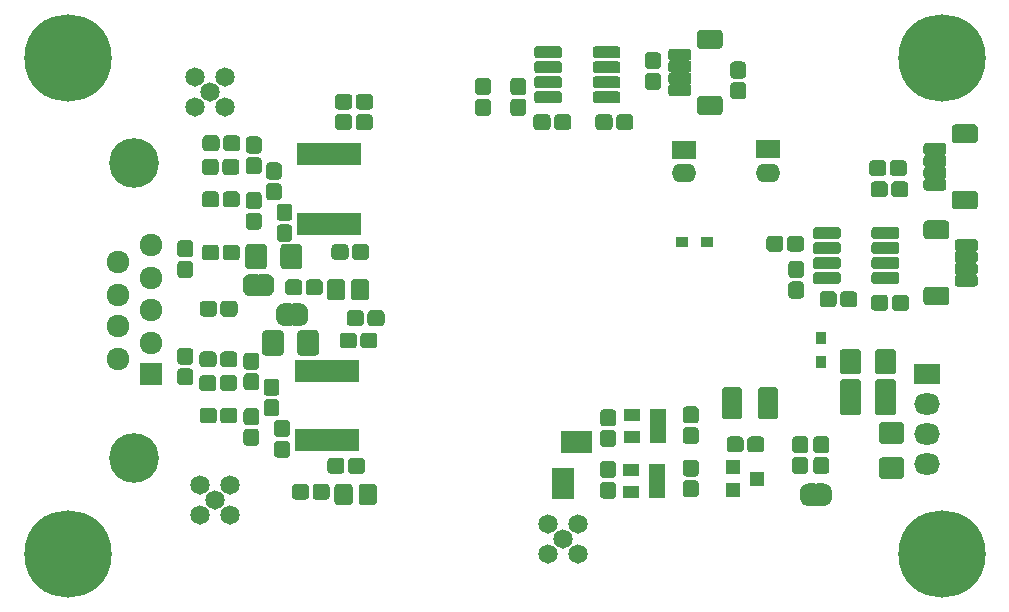
<source format=gts>
G04 #@! TF.GenerationSoftware,KiCad,Pcbnew,(5.1.5-0)*
G04 #@! TF.CreationDate,2021-11-01T14:26:59-06:00*
G04 #@! TF.ProjectId,2ch-ads,3263682d-6164-4732-9e6b-696361645f70,rev?*
G04 #@! TF.SameCoordinates,Original*
G04 #@! TF.FileFunction,Soldermask,Top*
G04 #@! TF.FilePolarity,Negative*
%FSLAX46Y46*%
G04 Gerber Fmt 4.6, Leading zero omitted, Abs format (unit mm)*
G04 Created by KiCad (PCBNEW (5.1.5-0)) date 2021-11-01 14:26:59*
%MOMM*%
%LPD*%
G04 APERTURE LIST*
%ADD10C,0.100000*%
%ADD11R,0.850000X1.900000*%
%ADD12C,1.640000*%
%ADD13R,1.900000X1.400000*%
%ADD14R,1.400000X1.900000*%
%ADD15R,1.460000X1.050000*%
%ADD16R,2.200000X1.800000*%
%ADD17O,2.200000X1.800000*%
%ADD18R,1.300000X1.200000*%
%ADD19O,2.100000X1.600000*%
%ADD20R,2.100000X1.600000*%
%ADD21R,0.850000X1.000000*%
%ADD22R,1.000000X0.850000*%
%ADD23C,4.210000*%
%ADD24R,1.920000X1.920000*%
%ADD25C,1.920000*%
%ADD26C,7.400000*%
G04 APERTURE END LIST*
D10*
G36*
X120785581Y-82056625D02*
G01*
X120818343Y-82061485D01*
X120850471Y-82069533D01*
X120881656Y-82080691D01*
X120911596Y-82094852D01*
X120940005Y-82111879D01*
X120966608Y-82131609D01*
X120991149Y-82153851D01*
X121013391Y-82178392D01*
X121033121Y-82204995D01*
X121050148Y-82233404D01*
X121064309Y-82263344D01*
X121075467Y-82294529D01*
X121083515Y-82326657D01*
X121088375Y-82359419D01*
X121090000Y-82392500D01*
X121090000Y-83067500D01*
X121088375Y-83100581D01*
X121083515Y-83133343D01*
X121075467Y-83165471D01*
X121064309Y-83196656D01*
X121050148Y-83226596D01*
X121033121Y-83255005D01*
X121013391Y-83281608D01*
X120991149Y-83306149D01*
X120966608Y-83328391D01*
X120940005Y-83348121D01*
X120911596Y-83365148D01*
X120881656Y-83379309D01*
X120850471Y-83390467D01*
X120818343Y-83398515D01*
X120785581Y-83403375D01*
X120752500Y-83405000D01*
X119977500Y-83405000D01*
X119944419Y-83403375D01*
X119911657Y-83398515D01*
X119879529Y-83390467D01*
X119848344Y-83379309D01*
X119818404Y-83365148D01*
X119789995Y-83348121D01*
X119763392Y-83328391D01*
X119738851Y-83306149D01*
X119716609Y-83281608D01*
X119696879Y-83255005D01*
X119679852Y-83226596D01*
X119665691Y-83196656D01*
X119654533Y-83165471D01*
X119646485Y-83133343D01*
X119641625Y-83100581D01*
X119640000Y-83067500D01*
X119640000Y-82392500D01*
X119641625Y-82359419D01*
X119646485Y-82326657D01*
X119654533Y-82294529D01*
X119665691Y-82263344D01*
X119679852Y-82233404D01*
X119696879Y-82204995D01*
X119716609Y-82178392D01*
X119738851Y-82153851D01*
X119763392Y-82131609D01*
X119789995Y-82111879D01*
X119818404Y-82094852D01*
X119848344Y-82080691D01*
X119879529Y-82069533D01*
X119911657Y-82061485D01*
X119944419Y-82056625D01*
X119977500Y-82055000D01*
X120752500Y-82055000D01*
X120785581Y-82056625D01*
G37*
G36*
X122535581Y-82056625D02*
G01*
X122568343Y-82061485D01*
X122600471Y-82069533D01*
X122631656Y-82080691D01*
X122661596Y-82094852D01*
X122690005Y-82111879D01*
X122716608Y-82131609D01*
X122741149Y-82153851D01*
X122763391Y-82178392D01*
X122783121Y-82204995D01*
X122800148Y-82233404D01*
X122814309Y-82263344D01*
X122825467Y-82294529D01*
X122833515Y-82326657D01*
X122838375Y-82359419D01*
X122840000Y-82392500D01*
X122840000Y-83067500D01*
X122838375Y-83100581D01*
X122833515Y-83133343D01*
X122825467Y-83165471D01*
X122814309Y-83196656D01*
X122800148Y-83226596D01*
X122783121Y-83255005D01*
X122763391Y-83281608D01*
X122741149Y-83306149D01*
X122716608Y-83328391D01*
X122690005Y-83348121D01*
X122661596Y-83365148D01*
X122631656Y-83379309D01*
X122600471Y-83390467D01*
X122568343Y-83398515D01*
X122535581Y-83403375D01*
X122502500Y-83405000D01*
X121727500Y-83405000D01*
X121694419Y-83403375D01*
X121661657Y-83398515D01*
X121629529Y-83390467D01*
X121598344Y-83379309D01*
X121568404Y-83365148D01*
X121539995Y-83348121D01*
X121513392Y-83328391D01*
X121488851Y-83306149D01*
X121466609Y-83281608D01*
X121446879Y-83255005D01*
X121429852Y-83226596D01*
X121415691Y-83196656D01*
X121404533Y-83165471D01*
X121396485Y-83133343D01*
X121391625Y-83100581D01*
X121390000Y-83067500D01*
X121390000Y-82392500D01*
X121391625Y-82359419D01*
X121396485Y-82326657D01*
X121404533Y-82294529D01*
X121415691Y-82263344D01*
X121429852Y-82233404D01*
X121446879Y-82204995D01*
X121466609Y-82178392D01*
X121488851Y-82153851D01*
X121513392Y-82131609D01*
X121539995Y-82111879D01*
X121568404Y-82094852D01*
X121598344Y-82080691D01*
X121629529Y-82069533D01*
X121661657Y-82061485D01*
X121694419Y-82056625D01*
X121727500Y-82055000D01*
X122502500Y-82055000D01*
X122535581Y-82056625D01*
G37*
G36*
X113573707Y-94776542D02*
G01*
X113604787Y-94781152D01*
X113635266Y-94788787D01*
X113664850Y-94799372D01*
X113693254Y-94812806D01*
X113720204Y-94828959D01*
X113745442Y-94847677D01*
X113768723Y-94868777D01*
X113789823Y-94892058D01*
X113808541Y-94917296D01*
X113824694Y-94944246D01*
X113838128Y-94972650D01*
X113848713Y-95002234D01*
X113856348Y-95032713D01*
X113860958Y-95063793D01*
X113862500Y-95095176D01*
X113862500Y-96604824D01*
X113860958Y-96636207D01*
X113856348Y-96667287D01*
X113848713Y-96697766D01*
X113838128Y-96727350D01*
X113824694Y-96755754D01*
X113808541Y-96782704D01*
X113789823Y-96807942D01*
X113768723Y-96831223D01*
X113745442Y-96852323D01*
X113720204Y-96871041D01*
X113693254Y-96887194D01*
X113664850Y-96900628D01*
X113635266Y-96911213D01*
X113604787Y-96918848D01*
X113573707Y-96923458D01*
X113542324Y-96925000D01*
X112357676Y-96925000D01*
X112326293Y-96923458D01*
X112295213Y-96918848D01*
X112264734Y-96911213D01*
X112235150Y-96900628D01*
X112206746Y-96887194D01*
X112179796Y-96871041D01*
X112154558Y-96852323D01*
X112131277Y-96831223D01*
X112110177Y-96807942D01*
X112091459Y-96782704D01*
X112075306Y-96755754D01*
X112061872Y-96727350D01*
X112051287Y-96697766D01*
X112043652Y-96667287D01*
X112039042Y-96636207D01*
X112037500Y-96604824D01*
X112037500Y-95095176D01*
X112039042Y-95063793D01*
X112043652Y-95032713D01*
X112051287Y-95002234D01*
X112061872Y-94972650D01*
X112075306Y-94944246D01*
X112091459Y-94917296D01*
X112110177Y-94892058D01*
X112131277Y-94868777D01*
X112154558Y-94847677D01*
X112179796Y-94828959D01*
X112206746Y-94812806D01*
X112235150Y-94799372D01*
X112264734Y-94788787D01*
X112295213Y-94781152D01*
X112326293Y-94776542D01*
X112357676Y-94775000D01*
X113542324Y-94775000D01*
X113573707Y-94776542D01*
G37*
G36*
X116548707Y-94776542D02*
G01*
X116579787Y-94781152D01*
X116610266Y-94788787D01*
X116639850Y-94799372D01*
X116668254Y-94812806D01*
X116695204Y-94828959D01*
X116720442Y-94847677D01*
X116743723Y-94868777D01*
X116764823Y-94892058D01*
X116783541Y-94917296D01*
X116799694Y-94944246D01*
X116813128Y-94972650D01*
X116823713Y-95002234D01*
X116831348Y-95032713D01*
X116835958Y-95063793D01*
X116837500Y-95095176D01*
X116837500Y-96604824D01*
X116835958Y-96636207D01*
X116831348Y-96667287D01*
X116823713Y-96697766D01*
X116813128Y-96727350D01*
X116799694Y-96755754D01*
X116783541Y-96782704D01*
X116764823Y-96807942D01*
X116743723Y-96831223D01*
X116720442Y-96852323D01*
X116695204Y-96871041D01*
X116668254Y-96887194D01*
X116639850Y-96900628D01*
X116610266Y-96911213D01*
X116579787Y-96918848D01*
X116548707Y-96923458D01*
X116517324Y-96925000D01*
X115332676Y-96925000D01*
X115301293Y-96923458D01*
X115270213Y-96918848D01*
X115239734Y-96911213D01*
X115210150Y-96900628D01*
X115181746Y-96887194D01*
X115154796Y-96871041D01*
X115129558Y-96852323D01*
X115106277Y-96831223D01*
X115085177Y-96807942D01*
X115066459Y-96782704D01*
X115050306Y-96755754D01*
X115036872Y-96727350D01*
X115026287Y-96697766D01*
X115018652Y-96667287D01*
X115014042Y-96636207D01*
X115012500Y-96604824D01*
X115012500Y-95095176D01*
X115014042Y-95063793D01*
X115018652Y-95032713D01*
X115026287Y-95002234D01*
X115036872Y-94972650D01*
X115050306Y-94944246D01*
X115066459Y-94917296D01*
X115085177Y-94892058D01*
X115106277Y-94868777D01*
X115129558Y-94847677D01*
X115154796Y-94828959D01*
X115181746Y-94812806D01*
X115210150Y-94799372D01*
X115239734Y-94788787D01*
X115270213Y-94781152D01*
X115301293Y-94776542D01*
X115332676Y-94775000D01*
X116517324Y-94775000D01*
X116548707Y-94776542D01*
G37*
G36*
X107320581Y-94451625D02*
G01*
X107353343Y-94456485D01*
X107385471Y-94464533D01*
X107416656Y-94475691D01*
X107446596Y-94489852D01*
X107475005Y-94506879D01*
X107501608Y-94526609D01*
X107526149Y-94548851D01*
X107548391Y-94573392D01*
X107568121Y-94599995D01*
X107585148Y-94628404D01*
X107599309Y-94658344D01*
X107610467Y-94689529D01*
X107618515Y-94721657D01*
X107623375Y-94754419D01*
X107625000Y-94787500D01*
X107625000Y-95562500D01*
X107623375Y-95595581D01*
X107618515Y-95628343D01*
X107610467Y-95660471D01*
X107599309Y-95691656D01*
X107585148Y-95721596D01*
X107568121Y-95750005D01*
X107548391Y-95776608D01*
X107526149Y-95801149D01*
X107501608Y-95823391D01*
X107475005Y-95843121D01*
X107446596Y-95860148D01*
X107416656Y-95874309D01*
X107385471Y-95885467D01*
X107353343Y-95893515D01*
X107320581Y-95898375D01*
X107287500Y-95900000D01*
X106612500Y-95900000D01*
X106579419Y-95898375D01*
X106546657Y-95893515D01*
X106514529Y-95885467D01*
X106483344Y-95874309D01*
X106453404Y-95860148D01*
X106424995Y-95843121D01*
X106398392Y-95823391D01*
X106373851Y-95801149D01*
X106351609Y-95776608D01*
X106331879Y-95750005D01*
X106314852Y-95721596D01*
X106300691Y-95691656D01*
X106289533Y-95660471D01*
X106281485Y-95628343D01*
X106276625Y-95595581D01*
X106275000Y-95562500D01*
X106275000Y-94787500D01*
X106276625Y-94754419D01*
X106281485Y-94721657D01*
X106289533Y-94689529D01*
X106300691Y-94658344D01*
X106314852Y-94628404D01*
X106331879Y-94599995D01*
X106351609Y-94573392D01*
X106373851Y-94548851D01*
X106398392Y-94526609D01*
X106424995Y-94506879D01*
X106453404Y-94489852D01*
X106483344Y-94475691D01*
X106514529Y-94464533D01*
X106546657Y-94456485D01*
X106579419Y-94451625D01*
X106612500Y-94450000D01*
X107287500Y-94450000D01*
X107320581Y-94451625D01*
G37*
G36*
X107320581Y-96201625D02*
G01*
X107353343Y-96206485D01*
X107385471Y-96214533D01*
X107416656Y-96225691D01*
X107446596Y-96239852D01*
X107475005Y-96256879D01*
X107501608Y-96276609D01*
X107526149Y-96298851D01*
X107548391Y-96323392D01*
X107568121Y-96349995D01*
X107585148Y-96378404D01*
X107599309Y-96408344D01*
X107610467Y-96439529D01*
X107618515Y-96471657D01*
X107623375Y-96504419D01*
X107625000Y-96537500D01*
X107625000Y-97312500D01*
X107623375Y-97345581D01*
X107618515Y-97378343D01*
X107610467Y-97410471D01*
X107599309Y-97441656D01*
X107585148Y-97471596D01*
X107568121Y-97500005D01*
X107548391Y-97526608D01*
X107526149Y-97551149D01*
X107501608Y-97573391D01*
X107475005Y-97593121D01*
X107446596Y-97610148D01*
X107416656Y-97624309D01*
X107385471Y-97635467D01*
X107353343Y-97643515D01*
X107320581Y-97648375D01*
X107287500Y-97650000D01*
X106612500Y-97650000D01*
X106579419Y-97648375D01*
X106546657Y-97643515D01*
X106514529Y-97635467D01*
X106483344Y-97624309D01*
X106453404Y-97610148D01*
X106424995Y-97593121D01*
X106398392Y-97573391D01*
X106373851Y-97551149D01*
X106351609Y-97526608D01*
X106331879Y-97500005D01*
X106314852Y-97471596D01*
X106300691Y-97441656D01*
X106289533Y-97410471D01*
X106281485Y-97378343D01*
X106276625Y-97345581D01*
X106275000Y-97312500D01*
X106275000Y-96537500D01*
X106276625Y-96504419D01*
X106281485Y-96471657D01*
X106289533Y-96439529D01*
X106300691Y-96408344D01*
X106314852Y-96378404D01*
X106331879Y-96349995D01*
X106351609Y-96323392D01*
X106373851Y-96298851D01*
X106398392Y-96276609D01*
X106424995Y-96256879D01*
X106453404Y-96239852D01*
X106483344Y-96225691D01*
X106514529Y-96214533D01*
X106546657Y-96206485D01*
X106579419Y-96201625D01*
X106612500Y-96200000D01*
X107287500Y-96200000D01*
X107320581Y-96201625D01*
G37*
G36*
X121770581Y-100376625D02*
G01*
X121803343Y-100381485D01*
X121835471Y-100389533D01*
X121866656Y-100400691D01*
X121896596Y-100414852D01*
X121925005Y-100431879D01*
X121951608Y-100451609D01*
X121976149Y-100473851D01*
X121998391Y-100498392D01*
X122018121Y-100524995D01*
X122035148Y-100553404D01*
X122049309Y-100583344D01*
X122060467Y-100614529D01*
X122068515Y-100646657D01*
X122073375Y-100679419D01*
X122075000Y-100712500D01*
X122075000Y-101387500D01*
X122073375Y-101420581D01*
X122068515Y-101453343D01*
X122060467Y-101485471D01*
X122049309Y-101516656D01*
X122035148Y-101546596D01*
X122018121Y-101575005D01*
X121998391Y-101601608D01*
X121976149Y-101626149D01*
X121951608Y-101648391D01*
X121925005Y-101668121D01*
X121896596Y-101685148D01*
X121866656Y-101699309D01*
X121835471Y-101710467D01*
X121803343Y-101718515D01*
X121770581Y-101723375D01*
X121737500Y-101725000D01*
X120962500Y-101725000D01*
X120929419Y-101723375D01*
X120896657Y-101718515D01*
X120864529Y-101710467D01*
X120833344Y-101699309D01*
X120803404Y-101685148D01*
X120774995Y-101668121D01*
X120748392Y-101648391D01*
X120723851Y-101626149D01*
X120701609Y-101601608D01*
X120681879Y-101575005D01*
X120664852Y-101546596D01*
X120650691Y-101516656D01*
X120639533Y-101485471D01*
X120631485Y-101453343D01*
X120626625Y-101420581D01*
X120625000Y-101387500D01*
X120625000Y-100712500D01*
X120626625Y-100679419D01*
X120631485Y-100646657D01*
X120639533Y-100614529D01*
X120650691Y-100583344D01*
X120664852Y-100553404D01*
X120681879Y-100524995D01*
X120701609Y-100498392D01*
X120723851Y-100473851D01*
X120748392Y-100451609D01*
X120774995Y-100431879D01*
X120803404Y-100414852D01*
X120833344Y-100400691D01*
X120864529Y-100389533D01*
X120896657Y-100381485D01*
X120929419Y-100376625D01*
X120962500Y-100375000D01*
X121737500Y-100375000D01*
X121770581Y-100376625D01*
G37*
G36*
X123520581Y-100376625D02*
G01*
X123553343Y-100381485D01*
X123585471Y-100389533D01*
X123616656Y-100400691D01*
X123646596Y-100414852D01*
X123675005Y-100431879D01*
X123701608Y-100451609D01*
X123726149Y-100473851D01*
X123748391Y-100498392D01*
X123768121Y-100524995D01*
X123785148Y-100553404D01*
X123799309Y-100583344D01*
X123810467Y-100614529D01*
X123818515Y-100646657D01*
X123823375Y-100679419D01*
X123825000Y-100712500D01*
X123825000Y-101387500D01*
X123823375Y-101420581D01*
X123818515Y-101453343D01*
X123810467Y-101485471D01*
X123799309Y-101516656D01*
X123785148Y-101546596D01*
X123768121Y-101575005D01*
X123748391Y-101601608D01*
X123726149Y-101626149D01*
X123701608Y-101648391D01*
X123675005Y-101668121D01*
X123646596Y-101685148D01*
X123616656Y-101699309D01*
X123585471Y-101710467D01*
X123553343Y-101718515D01*
X123520581Y-101723375D01*
X123487500Y-101725000D01*
X122712500Y-101725000D01*
X122679419Y-101723375D01*
X122646657Y-101718515D01*
X122614529Y-101710467D01*
X122583344Y-101699309D01*
X122553404Y-101685148D01*
X122524995Y-101668121D01*
X122498392Y-101648391D01*
X122473851Y-101626149D01*
X122451609Y-101601608D01*
X122431879Y-101575005D01*
X122414852Y-101546596D01*
X122400691Y-101516656D01*
X122389533Y-101485471D01*
X122381485Y-101453343D01*
X122376625Y-101420581D01*
X122375000Y-101387500D01*
X122375000Y-100712500D01*
X122376625Y-100679419D01*
X122381485Y-100646657D01*
X122389533Y-100614529D01*
X122400691Y-100583344D01*
X122414852Y-100553404D01*
X122431879Y-100524995D01*
X122451609Y-100498392D01*
X122473851Y-100473851D01*
X122498392Y-100451609D01*
X122524995Y-100431879D01*
X122553404Y-100414852D01*
X122583344Y-100400691D01*
X122614529Y-100389533D01*
X122646657Y-100381485D01*
X122679419Y-100376625D01*
X122712500Y-100375000D01*
X123487500Y-100375000D01*
X123520581Y-100376625D01*
G37*
G36*
X114998707Y-102076542D02*
G01*
X115029787Y-102081152D01*
X115060266Y-102088787D01*
X115089850Y-102099372D01*
X115118254Y-102112806D01*
X115145204Y-102128959D01*
X115170442Y-102147677D01*
X115193723Y-102168777D01*
X115214823Y-102192058D01*
X115233541Y-102217296D01*
X115249694Y-102244246D01*
X115263128Y-102272650D01*
X115273713Y-102302234D01*
X115281348Y-102332713D01*
X115285958Y-102363793D01*
X115287500Y-102395176D01*
X115287500Y-103904824D01*
X115285958Y-103936207D01*
X115281348Y-103967287D01*
X115273713Y-103997766D01*
X115263128Y-104027350D01*
X115249694Y-104055754D01*
X115233541Y-104082704D01*
X115214823Y-104107942D01*
X115193723Y-104131223D01*
X115170442Y-104152323D01*
X115145204Y-104171041D01*
X115118254Y-104187194D01*
X115089850Y-104200628D01*
X115060266Y-104211213D01*
X115029787Y-104218848D01*
X114998707Y-104223458D01*
X114967324Y-104225000D01*
X113782676Y-104225000D01*
X113751293Y-104223458D01*
X113720213Y-104218848D01*
X113689734Y-104211213D01*
X113660150Y-104200628D01*
X113631746Y-104187194D01*
X113604796Y-104171041D01*
X113579558Y-104152323D01*
X113556277Y-104131223D01*
X113535177Y-104107942D01*
X113516459Y-104082704D01*
X113500306Y-104055754D01*
X113486872Y-104027350D01*
X113476287Y-103997766D01*
X113468652Y-103967287D01*
X113464042Y-103936207D01*
X113462500Y-103904824D01*
X113462500Y-102395176D01*
X113464042Y-102363793D01*
X113468652Y-102332713D01*
X113476287Y-102302234D01*
X113486872Y-102272650D01*
X113500306Y-102244246D01*
X113516459Y-102217296D01*
X113535177Y-102192058D01*
X113556277Y-102168777D01*
X113579558Y-102147677D01*
X113604796Y-102128959D01*
X113631746Y-102112806D01*
X113660150Y-102099372D01*
X113689734Y-102088787D01*
X113720213Y-102081152D01*
X113751293Y-102076542D01*
X113782676Y-102075000D01*
X114967324Y-102075000D01*
X114998707Y-102076542D01*
G37*
G36*
X117973707Y-102076542D02*
G01*
X118004787Y-102081152D01*
X118035266Y-102088787D01*
X118064850Y-102099372D01*
X118093254Y-102112806D01*
X118120204Y-102128959D01*
X118145442Y-102147677D01*
X118168723Y-102168777D01*
X118189823Y-102192058D01*
X118208541Y-102217296D01*
X118224694Y-102244246D01*
X118238128Y-102272650D01*
X118248713Y-102302234D01*
X118256348Y-102332713D01*
X118260958Y-102363793D01*
X118262500Y-102395176D01*
X118262500Y-103904824D01*
X118260958Y-103936207D01*
X118256348Y-103967287D01*
X118248713Y-103997766D01*
X118238128Y-104027350D01*
X118224694Y-104055754D01*
X118208541Y-104082704D01*
X118189823Y-104107942D01*
X118168723Y-104131223D01*
X118145442Y-104152323D01*
X118120204Y-104171041D01*
X118093254Y-104187194D01*
X118064850Y-104200628D01*
X118035266Y-104211213D01*
X118004787Y-104218848D01*
X117973707Y-104223458D01*
X117942324Y-104225000D01*
X116757676Y-104225000D01*
X116726293Y-104223458D01*
X116695213Y-104218848D01*
X116664734Y-104211213D01*
X116635150Y-104200628D01*
X116606746Y-104187194D01*
X116579796Y-104171041D01*
X116554558Y-104152323D01*
X116531277Y-104131223D01*
X116510177Y-104107942D01*
X116491459Y-104082704D01*
X116475306Y-104055754D01*
X116461872Y-104027350D01*
X116451287Y-103997766D01*
X116443652Y-103967287D01*
X116439042Y-103936207D01*
X116437500Y-103904824D01*
X116437500Y-102395176D01*
X116439042Y-102363793D01*
X116443652Y-102332713D01*
X116451287Y-102302234D01*
X116461872Y-102272650D01*
X116475306Y-102244246D01*
X116491459Y-102217296D01*
X116510177Y-102192058D01*
X116531277Y-102168777D01*
X116554558Y-102147677D01*
X116579796Y-102128959D01*
X116606746Y-102112806D01*
X116635150Y-102099372D01*
X116664734Y-102088787D01*
X116695213Y-102081152D01*
X116726293Y-102076542D01*
X116757676Y-102075000D01*
X117942324Y-102075000D01*
X117973707Y-102076542D01*
G37*
G36*
X107320581Y-103551625D02*
G01*
X107353343Y-103556485D01*
X107385471Y-103564533D01*
X107416656Y-103575691D01*
X107446596Y-103589852D01*
X107475005Y-103606879D01*
X107501608Y-103626609D01*
X107526149Y-103648851D01*
X107548391Y-103673392D01*
X107568121Y-103699995D01*
X107585148Y-103728404D01*
X107599309Y-103758344D01*
X107610467Y-103789529D01*
X107618515Y-103821657D01*
X107623375Y-103854419D01*
X107625000Y-103887500D01*
X107625000Y-104662500D01*
X107623375Y-104695581D01*
X107618515Y-104728343D01*
X107610467Y-104760471D01*
X107599309Y-104791656D01*
X107585148Y-104821596D01*
X107568121Y-104850005D01*
X107548391Y-104876608D01*
X107526149Y-104901149D01*
X107501608Y-104923391D01*
X107475005Y-104943121D01*
X107446596Y-104960148D01*
X107416656Y-104974309D01*
X107385471Y-104985467D01*
X107353343Y-104993515D01*
X107320581Y-104998375D01*
X107287500Y-105000000D01*
X106612500Y-105000000D01*
X106579419Y-104998375D01*
X106546657Y-104993515D01*
X106514529Y-104985467D01*
X106483344Y-104974309D01*
X106453404Y-104960148D01*
X106424995Y-104943121D01*
X106398392Y-104923391D01*
X106373851Y-104901149D01*
X106351609Y-104876608D01*
X106331879Y-104850005D01*
X106314852Y-104821596D01*
X106300691Y-104791656D01*
X106289533Y-104760471D01*
X106281485Y-104728343D01*
X106276625Y-104695581D01*
X106275000Y-104662500D01*
X106275000Y-103887500D01*
X106276625Y-103854419D01*
X106281485Y-103821657D01*
X106289533Y-103789529D01*
X106300691Y-103758344D01*
X106314852Y-103728404D01*
X106331879Y-103699995D01*
X106351609Y-103673392D01*
X106373851Y-103648851D01*
X106398392Y-103626609D01*
X106424995Y-103606879D01*
X106453404Y-103589852D01*
X106483344Y-103575691D01*
X106514529Y-103564533D01*
X106546657Y-103556485D01*
X106579419Y-103551625D01*
X106612500Y-103550000D01*
X107287500Y-103550000D01*
X107320581Y-103551625D01*
G37*
G36*
X107320581Y-105301625D02*
G01*
X107353343Y-105306485D01*
X107385471Y-105314533D01*
X107416656Y-105325691D01*
X107446596Y-105339852D01*
X107475005Y-105356879D01*
X107501608Y-105376609D01*
X107526149Y-105398851D01*
X107548391Y-105423392D01*
X107568121Y-105449995D01*
X107585148Y-105478404D01*
X107599309Y-105508344D01*
X107610467Y-105539529D01*
X107618515Y-105571657D01*
X107623375Y-105604419D01*
X107625000Y-105637500D01*
X107625000Y-106412500D01*
X107623375Y-106445581D01*
X107618515Y-106478343D01*
X107610467Y-106510471D01*
X107599309Y-106541656D01*
X107585148Y-106571596D01*
X107568121Y-106600005D01*
X107548391Y-106626608D01*
X107526149Y-106651149D01*
X107501608Y-106673391D01*
X107475005Y-106693121D01*
X107446596Y-106710148D01*
X107416656Y-106724309D01*
X107385471Y-106735467D01*
X107353343Y-106743515D01*
X107320581Y-106748375D01*
X107287500Y-106750000D01*
X106612500Y-106750000D01*
X106579419Y-106748375D01*
X106546657Y-106743515D01*
X106514529Y-106735467D01*
X106483344Y-106724309D01*
X106453404Y-106710148D01*
X106424995Y-106693121D01*
X106398392Y-106673391D01*
X106373851Y-106651149D01*
X106351609Y-106626608D01*
X106331879Y-106600005D01*
X106314852Y-106571596D01*
X106300691Y-106541656D01*
X106289533Y-106510471D01*
X106281485Y-106478343D01*
X106276625Y-106445581D01*
X106275000Y-106412500D01*
X106275000Y-105637500D01*
X106276625Y-105604419D01*
X106281485Y-105571657D01*
X106289533Y-105539529D01*
X106300691Y-105508344D01*
X106314852Y-105478404D01*
X106331879Y-105449995D01*
X106351609Y-105423392D01*
X106373851Y-105398851D01*
X106398392Y-105376609D01*
X106424995Y-105356879D01*
X106453404Y-105339852D01*
X106483344Y-105325691D01*
X106514529Y-105314533D01*
X106546657Y-105306485D01*
X106579419Y-105301625D01*
X106612500Y-105300000D01*
X107287500Y-105300000D01*
X107320581Y-105301625D01*
G37*
G36*
X113806112Y-97300602D02*
G01*
X113824534Y-97300602D01*
X113844140Y-97301565D01*
X113892971Y-97306375D01*
X113912380Y-97309254D01*
X113960505Y-97318826D01*
X113979548Y-97323596D01*
X114026503Y-97337840D01*
X114044980Y-97344451D01*
X114090313Y-97363228D01*
X114108061Y-97371623D01*
X114151334Y-97394754D01*
X114168162Y-97404840D01*
X114208961Y-97432100D01*
X114224730Y-97443795D01*
X114262659Y-97474923D01*
X114277200Y-97488103D01*
X114311897Y-97522800D01*
X114325077Y-97537341D01*
X114356205Y-97575270D01*
X114367900Y-97591039D01*
X114395160Y-97631838D01*
X114405246Y-97648666D01*
X114428377Y-97691939D01*
X114436772Y-97709687D01*
X114455549Y-97755020D01*
X114462160Y-97773497D01*
X114476404Y-97820452D01*
X114481174Y-97839495D01*
X114490746Y-97887620D01*
X114493625Y-97907029D01*
X114498435Y-97955860D01*
X114499398Y-97975466D01*
X114499398Y-97993888D01*
X114500000Y-98000000D01*
X114500000Y-98500000D01*
X114499398Y-98506112D01*
X114499398Y-98524534D01*
X114498435Y-98544140D01*
X114493625Y-98592971D01*
X114490746Y-98612380D01*
X114481174Y-98660505D01*
X114476404Y-98679548D01*
X114462160Y-98726503D01*
X114455549Y-98744980D01*
X114436772Y-98790313D01*
X114428377Y-98808061D01*
X114405246Y-98851334D01*
X114395160Y-98868162D01*
X114367900Y-98908961D01*
X114356205Y-98924730D01*
X114325077Y-98962659D01*
X114311897Y-98977200D01*
X114277200Y-99011897D01*
X114262659Y-99025077D01*
X114224730Y-99056205D01*
X114208961Y-99067900D01*
X114168162Y-99095160D01*
X114151334Y-99105246D01*
X114108061Y-99128377D01*
X114090313Y-99136772D01*
X114044980Y-99155549D01*
X114026503Y-99162160D01*
X113979548Y-99176404D01*
X113960505Y-99181174D01*
X113912380Y-99190746D01*
X113892971Y-99193625D01*
X113844140Y-99198435D01*
X113824534Y-99199398D01*
X113806112Y-99199398D01*
X113800000Y-99200000D01*
X113300000Y-99200000D01*
X113260982Y-99196157D01*
X113223463Y-99184776D01*
X113188886Y-99166294D01*
X113158579Y-99141421D01*
X113133706Y-99111114D01*
X113115224Y-99076537D01*
X113103843Y-99039018D01*
X113100000Y-99000000D01*
X113100000Y-97500000D01*
X113103843Y-97460982D01*
X113115224Y-97423463D01*
X113133706Y-97388886D01*
X113158579Y-97358579D01*
X113188886Y-97333706D01*
X113223463Y-97315224D01*
X113260982Y-97303843D01*
X113300000Y-97300000D01*
X113800000Y-97300000D01*
X113806112Y-97300602D01*
G37*
G36*
X113039018Y-97303843D02*
G01*
X113076537Y-97315224D01*
X113111114Y-97333706D01*
X113141421Y-97358579D01*
X113166294Y-97388886D01*
X113184776Y-97423463D01*
X113196157Y-97460982D01*
X113200000Y-97500000D01*
X113200000Y-99000000D01*
X113196157Y-99039018D01*
X113184776Y-99076537D01*
X113166294Y-99111114D01*
X113141421Y-99141421D01*
X113111114Y-99166294D01*
X113076537Y-99184776D01*
X113039018Y-99196157D01*
X113000000Y-99200000D01*
X112500000Y-99200000D01*
X112493888Y-99199398D01*
X112475466Y-99199398D01*
X112455860Y-99198435D01*
X112407029Y-99193625D01*
X112387620Y-99190746D01*
X112339495Y-99181174D01*
X112320452Y-99176404D01*
X112273497Y-99162160D01*
X112255020Y-99155549D01*
X112209687Y-99136772D01*
X112191939Y-99128377D01*
X112148666Y-99105246D01*
X112131838Y-99095160D01*
X112091039Y-99067900D01*
X112075270Y-99056205D01*
X112037341Y-99025077D01*
X112022800Y-99011897D01*
X111988103Y-98977200D01*
X111974923Y-98962659D01*
X111943795Y-98924730D01*
X111932100Y-98908961D01*
X111904840Y-98868162D01*
X111894754Y-98851334D01*
X111871623Y-98808061D01*
X111863228Y-98790313D01*
X111844451Y-98744980D01*
X111837840Y-98726503D01*
X111823596Y-98679548D01*
X111818826Y-98660505D01*
X111809254Y-98612380D01*
X111806375Y-98592971D01*
X111801565Y-98544140D01*
X111800602Y-98524534D01*
X111800602Y-98506112D01*
X111800000Y-98500000D01*
X111800000Y-98000000D01*
X111800602Y-97993888D01*
X111800602Y-97975466D01*
X111801565Y-97955860D01*
X111806375Y-97907029D01*
X111809254Y-97887620D01*
X111818826Y-97839495D01*
X111823596Y-97820452D01*
X111837840Y-97773497D01*
X111844451Y-97755020D01*
X111863228Y-97709687D01*
X111871623Y-97691939D01*
X111894754Y-97648666D01*
X111904840Y-97631838D01*
X111932100Y-97591039D01*
X111943795Y-97575270D01*
X111974923Y-97537341D01*
X111988103Y-97522800D01*
X112022800Y-97488103D01*
X112037341Y-97474923D01*
X112075270Y-97443795D01*
X112091039Y-97432100D01*
X112131838Y-97404840D01*
X112148666Y-97394754D01*
X112191939Y-97371623D01*
X112209687Y-97363228D01*
X112255020Y-97344451D01*
X112273497Y-97337840D01*
X112320452Y-97323596D01*
X112339495Y-97318826D01*
X112387620Y-97309254D01*
X112407029Y-97306375D01*
X112455860Y-97301565D01*
X112475466Y-97300602D01*
X112493888Y-97300602D01*
X112500000Y-97300000D01*
X113000000Y-97300000D01*
X113039018Y-97303843D01*
G37*
G36*
X116656112Y-99800602D02*
G01*
X116674534Y-99800602D01*
X116694140Y-99801565D01*
X116742971Y-99806375D01*
X116762380Y-99809254D01*
X116810505Y-99818826D01*
X116829548Y-99823596D01*
X116876503Y-99837840D01*
X116894980Y-99844451D01*
X116940313Y-99863228D01*
X116958061Y-99871623D01*
X117001334Y-99894754D01*
X117018162Y-99904840D01*
X117058961Y-99932100D01*
X117074730Y-99943795D01*
X117112659Y-99974923D01*
X117127200Y-99988103D01*
X117161897Y-100022800D01*
X117175077Y-100037341D01*
X117206205Y-100075270D01*
X117217900Y-100091039D01*
X117245160Y-100131838D01*
X117255246Y-100148666D01*
X117278377Y-100191939D01*
X117286772Y-100209687D01*
X117305549Y-100255020D01*
X117312160Y-100273497D01*
X117326404Y-100320452D01*
X117331174Y-100339495D01*
X117340746Y-100387620D01*
X117343625Y-100407029D01*
X117348435Y-100455860D01*
X117349398Y-100475466D01*
X117349398Y-100493888D01*
X117350000Y-100500000D01*
X117350000Y-101000000D01*
X117349398Y-101006112D01*
X117349398Y-101024534D01*
X117348435Y-101044140D01*
X117343625Y-101092971D01*
X117340746Y-101112380D01*
X117331174Y-101160505D01*
X117326404Y-101179548D01*
X117312160Y-101226503D01*
X117305549Y-101244980D01*
X117286772Y-101290313D01*
X117278377Y-101308061D01*
X117255246Y-101351334D01*
X117245160Y-101368162D01*
X117217900Y-101408961D01*
X117206205Y-101424730D01*
X117175077Y-101462659D01*
X117161897Y-101477200D01*
X117127200Y-101511897D01*
X117112659Y-101525077D01*
X117074730Y-101556205D01*
X117058961Y-101567900D01*
X117018162Y-101595160D01*
X117001334Y-101605246D01*
X116958061Y-101628377D01*
X116940313Y-101636772D01*
X116894980Y-101655549D01*
X116876503Y-101662160D01*
X116829548Y-101676404D01*
X116810505Y-101681174D01*
X116762380Y-101690746D01*
X116742971Y-101693625D01*
X116694140Y-101698435D01*
X116674534Y-101699398D01*
X116656112Y-101699398D01*
X116650000Y-101700000D01*
X116150000Y-101700000D01*
X116110982Y-101696157D01*
X116073463Y-101684776D01*
X116038886Y-101666294D01*
X116008579Y-101641421D01*
X115983706Y-101611114D01*
X115965224Y-101576537D01*
X115953843Y-101539018D01*
X115950000Y-101500000D01*
X115950000Y-100000000D01*
X115953843Y-99960982D01*
X115965224Y-99923463D01*
X115983706Y-99888886D01*
X116008579Y-99858579D01*
X116038886Y-99833706D01*
X116073463Y-99815224D01*
X116110982Y-99803843D01*
X116150000Y-99800000D01*
X116650000Y-99800000D01*
X116656112Y-99800602D01*
G37*
G36*
X115889018Y-99803843D02*
G01*
X115926537Y-99815224D01*
X115961114Y-99833706D01*
X115991421Y-99858579D01*
X116016294Y-99888886D01*
X116034776Y-99923463D01*
X116046157Y-99960982D01*
X116050000Y-100000000D01*
X116050000Y-101500000D01*
X116046157Y-101539018D01*
X116034776Y-101576537D01*
X116016294Y-101611114D01*
X115991421Y-101641421D01*
X115961114Y-101666294D01*
X115926537Y-101684776D01*
X115889018Y-101696157D01*
X115850000Y-101700000D01*
X115350000Y-101700000D01*
X115343888Y-101699398D01*
X115325466Y-101699398D01*
X115305860Y-101698435D01*
X115257029Y-101693625D01*
X115237620Y-101690746D01*
X115189495Y-101681174D01*
X115170452Y-101676404D01*
X115123497Y-101662160D01*
X115105020Y-101655549D01*
X115059687Y-101636772D01*
X115041939Y-101628377D01*
X114998666Y-101605246D01*
X114981838Y-101595160D01*
X114941039Y-101567900D01*
X114925270Y-101556205D01*
X114887341Y-101525077D01*
X114872800Y-101511897D01*
X114838103Y-101477200D01*
X114824923Y-101462659D01*
X114793795Y-101424730D01*
X114782100Y-101408961D01*
X114754840Y-101368162D01*
X114744754Y-101351334D01*
X114721623Y-101308061D01*
X114713228Y-101290313D01*
X114694451Y-101244980D01*
X114687840Y-101226503D01*
X114673596Y-101179548D01*
X114668826Y-101160505D01*
X114659254Y-101112380D01*
X114656375Y-101092971D01*
X114651565Y-101044140D01*
X114650602Y-101024534D01*
X114650602Y-101006112D01*
X114650000Y-101000000D01*
X114650000Y-100500000D01*
X114650602Y-100493888D01*
X114650602Y-100475466D01*
X114651565Y-100455860D01*
X114656375Y-100407029D01*
X114659254Y-100387620D01*
X114668826Y-100339495D01*
X114673596Y-100320452D01*
X114687840Y-100273497D01*
X114694451Y-100255020D01*
X114713228Y-100209687D01*
X114721623Y-100191939D01*
X114744754Y-100148666D01*
X114754840Y-100131838D01*
X114782100Y-100091039D01*
X114793795Y-100075270D01*
X114824923Y-100037341D01*
X114838103Y-100022800D01*
X114872800Y-99988103D01*
X114887341Y-99974923D01*
X114925270Y-99943795D01*
X114941039Y-99932100D01*
X114981838Y-99904840D01*
X114998666Y-99894754D01*
X115041939Y-99871623D01*
X115059687Y-99863228D01*
X115105020Y-99844451D01*
X115123497Y-99837840D01*
X115170452Y-99823596D01*
X115189495Y-99818826D01*
X115237620Y-99809254D01*
X115257029Y-99806375D01*
X115305860Y-99801565D01*
X115325466Y-99800602D01*
X115343888Y-99800602D01*
X115350000Y-99800000D01*
X115850000Y-99800000D01*
X115889018Y-99803843D01*
G37*
G36*
X120770581Y-83776625D02*
G01*
X120803343Y-83781485D01*
X120835471Y-83789533D01*
X120866656Y-83800691D01*
X120896596Y-83814852D01*
X120925005Y-83831879D01*
X120951608Y-83851609D01*
X120976149Y-83873851D01*
X120998391Y-83898392D01*
X121018121Y-83924995D01*
X121035148Y-83953404D01*
X121049309Y-83983344D01*
X121060467Y-84014529D01*
X121068515Y-84046657D01*
X121073375Y-84079419D01*
X121075000Y-84112500D01*
X121075000Y-84787500D01*
X121073375Y-84820581D01*
X121068515Y-84853343D01*
X121060467Y-84885471D01*
X121049309Y-84916656D01*
X121035148Y-84946596D01*
X121018121Y-84975005D01*
X120998391Y-85001608D01*
X120976149Y-85026149D01*
X120951608Y-85048391D01*
X120925005Y-85068121D01*
X120896596Y-85085148D01*
X120866656Y-85099309D01*
X120835471Y-85110467D01*
X120803343Y-85118515D01*
X120770581Y-85123375D01*
X120737500Y-85125000D01*
X119962500Y-85125000D01*
X119929419Y-85123375D01*
X119896657Y-85118515D01*
X119864529Y-85110467D01*
X119833344Y-85099309D01*
X119803404Y-85085148D01*
X119774995Y-85068121D01*
X119748392Y-85048391D01*
X119723851Y-85026149D01*
X119701609Y-85001608D01*
X119681879Y-84975005D01*
X119664852Y-84946596D01*
X119650691Y-84916656D01*
X119639533Y-84885471D01*
X119631485Y-84853343D01*
X119626625Y-84820581D01*
X119625000Y-84787500D01*
X119625000Y-84112500D01*
X119626625Y-84079419D01*
X119631485Y-84046657D01*
X119639533Y-84014529D01*
X119650691Y-83983344D01*
X119664852Y-83953404D01*
X119681879Y-83924995D01*
X119701609Y-83898392D01*
X119723851Y-83873851D01*
X119748392Y-83851609D01*
X119774995Y-83831879D01*
X119803404Y-83814852D01*
X119833344Y-83800691D01*
X119864529Y-83789533D01*
X119896657Y-83781485D01*
X119929419Y-83776625D01*
X119962500Y-83775000D01*
X120737500Y-83775000D01*
X120770581Y-83776625D01*
G37*
G36*
X122520581Y-83776625D02*
G01*
X122553343Y-83781485D01*
X122585471Y-83789533D01*
X122616656Y-83800691D01*
X122646596Y-83814852D01*
X122675005Y-83831879D01*
X122701608Y-83851609D01*
X122726149Y-83873851D01*
X122748391Y-83898392D01*
X122768121Y-83924995D01*
X122785148Y-83953404D01*
X122799309Y-83983344D01*
X122810467Y-84014529D01*
X122818515Y-84046657D01*
X122823375Y-84079419D01*
X122825000Y-84112500D01*
X122825000Y-84787500D01*
X122823375Y-84820581D01*
X122818515Y-84853343D01*
X122810467Y-84885471D01*
X122799309Y-84916656D01*
X122785148Y-84946596D01*
X122768121Y-84975005D01*
X122748391Y-85001608D01*
X122726149Y-85026149D01*
X122701608Y-85048391D01*
X122675005Y-85068121D01*
X122646596Y-85085148D01*
X122616656Y-85099309D01*
X122585471Y-85110467D01*
X122553343Y-85118515D01*
X122520581Y-85123375D01*
X122487500Y-85125000D01*
X121712500Y-85125000D01*
X121679419Y-85123375D01*
X121646657Y-85118515D01*
X121614529Y-85110467D01*
X121583344Y-85099309D01*
X121553404Y-85085148D01*
X121524995Y-85068121D01*
X121498392Y-85048391D01*
X121473851Y-85026149D01*
X121451609Y-85001608D01*
X121431879Y-84975005D01*
X121414852Y-84946596D01*
X121400691Y-84916656D01*
X121389533Y-84885471D01*
X121381485Y-84853343D01*
X121376625Y-84820581D01*
X121375000Y-84787500D01*
X121375000Y-84112500D01*
X121376625Y-84079419D01*
X121381485Y-84046657D01*
X121389533Y-84014529D01*
X121400691Y-83983344D01*
X121414852Y-83953404D01*
X121431879Y-83924995D01*
X121451609Y-83898392D01*
X121473851Y-83873851D01*
X121498392Y-83851609D01*
X121524995Y-83831879D01*
X121553404Y-83814852D01*
X121583344Y-83800691D01*
X121614529Y-83789533D01*
X121646657Y-83781485D01*
X121679419Y-83776625D01*
X121712500Y-83775000D01*
X122487500Y-83775000D01*
X122520581Y-83776625D01*
G37*
G36*
X121170581Y-102276625D02*
G01*
X121203343Y-102281485D01*
X121235471Y-102289533D01*
X121266656Y-102300691D01*
X121296596Y-102314852D01*
X121325005Y-102331879D01*
X121351608Y-102351609D01*
X121376149Y-102373851D01*
X121398391Y-102398392D01*
X121418121Y-102424995D01*
X121435148Y-102453404D01*
X121449309Y-102483344D01*
X121460467Y-102514529D01*
X121468515Y-102546657D01*
X121473375Y-102579419D01*
X121475000Y-102612500D01*
X121475000Y-103287500D01*
X121473375Y-103320581D01*
X121468515Y-103353343D01*
X121460467Y-103385471D01*
X121449309Y-103416656D01*
X121435148Y-103446596D01*
X121418121Y-103475005D01*
X121398391Y-103501608D01*
X121376149Y-103526149D01*
X121351608Y-103548391D01*
X121325005Y-103568121D01*
X121296596Y-103585148D01*
X121266656Y-103599309D01*
X121235471Y-103610467D01*
X121203343Y-103618515D01*
X121170581Y-103623375D01*
X121137500Y-103625000D01*
X120362500Y-103625000D01*
X120329419Y-103623375D01*
X120296657Y-103618515D01*
X120264529Y-103610467D01*
X120233344Y-103599309D01*
X120203404Y-103585148D01*
X120174995Y-103568121D01*
X120148392Y-103548391D01*
X120123851Y-103526149D01*
X120101609Y-103501608D01*
X120081879Y-103475005D01*
X120064852Y-103446596D01*
X120050691Y-103416656D01*
X120039533Y-103385471D01*
X120031485Y-103353343D01*
X120026625Y-103320581D01*
X120025000Y-103287500D01*
X120025000Y-102612500D01*
X120026625Y-102579419D01*
X120031485Y-102546657D01*
X120039533Y-102514529D01*
X120050691Y-102483344D01*
X120064852Y-102453404D01*
X120081879Y-102424995D01*
X120101609Y-102398392D01*
X120123851Y-102373851D01*
X120148392Y-102351609D01*
X120174995Y-102331879D01*
X120203404Y-102314852D01*
X120233344Y-102300691D01*
X120264529Y-102289533D01*
X120296657Y-102281485D01*
X120329419Y-102276625D01*
X120362500Y-102275000D01*
X121137500Y-102275000D01*
X121170581Y-102276625D01*
G37*
G36*
X122920581Y-102276625D02*
G01*
X122953343Y-102281485D01*
X122985471Y-102289533D01*
X123016656Y-102300691D01*
X123046596Y-102314852D01*
X123075005Y-102331879D01*
X123101608Y-102351609D01*
X123126149Y-102373851D01*
X123148391Y-102398392D01*
X123168121Y-102424995D01*
X123185148Y-102453404D01*
X123199309Y-102483344D01*
X123210467Y-102514529D01*
X123218515Y-102546657D01*
X123223375Y-102579419D01*
X123225000Y-102612500D01*
X123225000Y-103287500D01*
X123223375Y-103320581D01*
X123218515Y-103353343D01*
X123210467Y-103385471D01*
X123199309Y-103416656D01*
X123185148Y-103446596D01*
X123168121Y-103475005D01*
X123148391Y-103501608D01*
X123126149Y-103526149D01*
X123101608Y-103548391D01*
X123075005Y-103568121D01*
X123046596Y-103585148D01*
X123016656Y-103599309D01*
X122985471Y-103610467D01*
X122953343Y-103618515D01*
X122920581Y-103623375D01*
X122887500Y-103625000D01*
X122112500Y-103625000D01*
X122079419Y-103623375D01*
X122046657Y-103618515D01*
X122014529Y-103610467D01*
X121983344Y-103599309D01*
X121953404Y-103585148D01*
X121924995Y-103568121D01*
X121898392Y-103548391D01*
X121873851Y-103526149D01*
X121851609Y-103501608D01*
X121831879Y-103475005D01*
X121814852Y-103446596D01*
X121800691Y-103416656D01*
X121789533Y-103385471D01*
X121781485Y-103353343D01*
X121776625Y-103320581D01*
X121775000Y-103287500D01*
X121775000Y-102612500D01*
X121776625Y-102579419D01*
X121781485Y-102546657D01*
X121789533Y-102514529D01*
X121800691Y-102483344D01*
X121814852Y-102453404D01*
X121831879Y-102424995D01*
X121851609Y-102398392D01*
X121873851Y-102373851D01*
X121898392Y-102351609D01*
X121924995Y-102331879D01*
X121953404Y-102314852D01*
X121983344Y-102300691D01*
X122014529Y-102289533D01*
X122046657Y-102281485D01*
X122079419Y-102276625D01*
X122112500Y-102275000D01*
X122887500Y-102275000D01*
X122920581Y-102276625D01*
G37*
G36*
X109320581Y-99576625D02*
G01*
X109353343Y-99581485D01*
X109385471Y-99589533D01*
X109416656Y-99600691D01*
X109446596Y-99614852D01*
X109475005Y-99631879D01*
X109501608Y-99651609D01*
X109526149Y-99673851D01*
X109548391Y-99698392D01*
X109568121Y-99724995D01*
X109585148Y-99753404D01*
X109599309Y-99783344D01*
X109610467Y-99814529D01*
X109618515Y-99846657D01*
X109623375Y-99879419D01*
X109625000Y-99912500D01*
X109625000Y-100587500D01*
X109623375Y-100620581D01*
X109618515Y-100653343D01*
X109610467Y-100685471D01*
X109599309Y-100716656D01*
X109585148Y-100746596D01*
X109568121Y-100775005D01*
X109548391Y-100801608D01*
X109526149Y-100826149D01*
X109501608Y-100848391D01*
X109475005Y-100868121D01*
X109446596Y-100885148D01*
X109416656Y-100899309D01*
X109385471Y-100910467D01*
X109353343Y-100918515D01*
X109320581Y-100923375D01*
X109287500Y-100925000D01*
X108512500Y-100925000D01*
X108479419Y-100923375D01*
X108446657Y-100918515D01*
X108414529Y-100910467D01*
X108383344Y-100899309D01*
X108353404Y-100885148D01*
X108324995Y-100868121D01*
X108298392Y-100848391D01*
X108273851Y-100826149D01*
X108251609Y-100801608D01*
X108231879Y-100775005D01*
X108214852Y-100746596D01*
X108200691Y-100716656D01*
X108189533Y-100685471D01*
X108181485Y-100653343D01*
X108176625Y-100620581D01*
X108175000Y-100587500D01*
X108175000Y-99912500D01*
X108176625Y-99879419D01*
X108181485Y-99846657D01*
X108189533Y-99814529D01*
X108200691Y-99783344D01*
X108214852Y-99753404D01*
X108231879Y-99724995D01*
X108251609Y-99698392D01*
X108273851Y-99673851D01*
X108298392Y-99651609D01*
X108324995Y-99631879D01*
X108353404Y-99614852D01*
X108383344Y-99600691D01*
X108414529Y-99589533D01*
X108446657Y-99581485D01*
X108479419Y-99576625D01*
X108512500Y-99575000D01*
X109287500Y-99575000D01*
X109320581Y-99576625D01*
G37*
G36*
X111070581Y-99576625D02*
G01*
X111103343Y-99581485D01*
X111135471Y-99589533D01*
X111166656Y-99600691D01*
X111196596Y-99614852D01*
X111225005Y-99631879D01*
X111251608Y-99651609D01*
X111276149Y-99673851D01*
X111298391Y-99698392D01*
X111318121Y-99724995D01*
X111335148Y-99753404D01*
X111349309Y-99783344D01*
X111360467Y-99814529D01*
X111368515Y-99846657D01*
X111373375Y-99879419D01*
X111375000Y-99912500D01*
X111375000Y-100587500D01*
X111373375Y-100620581D01*
X111368515Y-100653343D01*
X111360467Y-100685471D01*
X111349309Y-100716656D01*
X111335148Y-100746596D01*
X111318121Y-100775005D01*
X111298391Y-100801608D01*
X111276149Y-100826149D01*
X111251608Y-100848391D01*
X111225005Y-100868121D01*
X111196596Y-100885148D01*
X111166656Y-100899309D01*
X111135471Y-100910467D01*
X111103343Y-100918515D01*
X111070581Y-100923375D01*
X111037500Y-100925000D01*
X110262500Y-100925000D01*
X110229419Y-100923375D01*
X110196657Y-100918515D01*
X110164529Y-100910467D01*
X110133344Y-100899309D01*
X110103404Y-100885148D01*
X110074995Y-100868121D01*
X110048392Y-100848391D01*
X110023851Y-100826149D01*
X110001609Y-100801608D01*
X109981879Y-100775005D01*
X109964852Y-100746596D01*
X109950691Y-100716656D01*
X109939533Y-100685471D01*
X109931485Y-100653343D01*
X109926625Y-100620581D01*
X109925000Y-100587500D01*
X109925000Y-99912500D01*
X109926625Y-99879419D01*
X109931485Y-99846657D01*
X109939533Y-99814529D01*
X109950691Y-99783344D01*
X109964852Y-99753404D01*
X109981879Y-99724995D01*
X110001609Y-99698392D01*
X110023851Y-99673851D01*
X110048392Y-99651609D01*
X110074995Y-99631879D01*
X110103404Y-99614852D01*
X110133344Y-99600691D01*
X110164529Y-99589533D01*
X110196657Y-99581485D01*
X110229419Y-99576625D01*
X110262500Y-99575000D01*
X111037500Y-99575000D01*
X111070581Y-99576625D01*
G37*
G36*
X138624504Y-81856204D02*
G01*
X138648773Y-81859804D01*
X138672571Y-81865765D01*
X138695671Y-81874030D01*
X138717849Y-81884520D01*
X138738893Y-81897133D01*
X138758598Y-81911747D01*
X138776777Y-81928223D01*
X138793253Y-81946402D01*
X138807867Y-81966107D01*
X138820480Y-81987151D01*
X138830970Y-82009329D01*
X138839235Y-82032429D01*
X138845196Y-82056227D01*
X138848796Y-82080496D01*
X138850000Y-82105000D01*
X138850000Y-82605000D01*
X138848796Y-82629504D01*
X138845196Y-82653773D01*
X138839235Y-82677571D01*
X138830970Y-82700671D01*
X138820480Y-82722849D01*
X138807867Y-82743893D01*
X138793253Y-82763598D01*
X138776777Y-82781777D01*
X138758598Y-82798253D01*
X138738893Y-82812867D01*
X138717849Y-82825480D01*
X138695671Y-82835970D01*
X138672571Y-82844235D01*
X138648773Y-82850196D01*
X138624504Y-82853796D01*
X138600000Y-82855000D01*
X136750000Y-82855000D01*
X136725496Y-82853796D01*
X136701227Y-82850196D01*
X136677429Y-82844235D01*
X136654329Y-82835970D01*
X136632151Y-82825480D01*
X136611107Y-82812867D01*
X136591402Y-82798253D01*
X136573223Y-82781777D01*
X136556747Y-82763598D01*
X136542133Y-82743893D01*
X136529520Y-82722849D01*
X136519030Y-82700671D01*
X136510765Y-82677571D01*
X136504804Y-82653773D01*
X136501204Y-82629504D01*
X136500000Y-82605000D01*
X136500000Y-82105000D01*
X136501204Y-82080496D01*
X136504804Y-82056227D01*
X136510765Y-82032429D01*
X136519030Y-82009329D01*
X136529520Y-81987151D01*
X136542133Y-81966107D01*
X136556747Y-81946402D01*
X136573223Y-81928223D01*
X136591402Y-81911747D01*
X136611107Y-81897133D01*
X136632151Y-81884520D01*
X136654329Y-81874030D01*
X136677429Y-81865765D01*
X136701227Y-81859804D01*
X136725496Y-81856204D01*
X136750000Y-81855000D01*
X138600000Y-81855000D01*
X138624504Y-81856204D01*
G37*
G36*
X138624504Y-80586204D02*
G01*
X138648773Y-80589804D01*
X138672571Y-80595765D01*
X138695671Y-80604030D01*
X138717849Y-80614520D01*
X138738893Y-80627133D01*
X138758598Y-80641747D01*
X138776777Y-80658223D01*
X138793253Y-80676402D01*
X138807867Y-80696107D01*
X138820480Y-80717151D01*
X138830970Y-80739329D01*
X138839235Y-80762429D01*
X138845196Y-80786227D01*
X138848796Y-80810496D01*
X138850000Y-80835000D01*
X138850000Y-81335000D01*
X138848796Y-81359504D01*
X138845196Y-81383773D01*
X138839235Y-81407571D01*
X138830970Y-81430671D01*
X138820480Y-81452849D01*
X138807867Y-81473893D01*
X138793253Y-81493598D01*
X138776777Y-81511777D01*
X138758598Y-81528253D01*
X138738893Y-81542867D01*
X138717849Y-81555480D01*
X138695671Y-81565970D01*
X138672571Y-81574235D01*
X138648773Y-81580196D01*
X138624504Y-81583796D01*
X138600000Y-81585000D01*
X136750000Y-81585000D01*
X136725496Y-81583796D01*
X136701227Y-81580196D01*
X136677429Y-81574235D01*
X136654329Y-81565970D01*
X136632151Y-81555480D01*
X136611107Y-81542867D01*
X136591402Y-81528253D01*
X136573223Y-81511777D01*
X136556747Y-81493598D01*
X136542133Y-81473893D01*
X136529520Y-81452849D01*
X136519030Y-81430671D01*
X136510765Y-81407571D01*
X136504804Y-81383773D01*
X136501204Y-81359504D01*
X136500000Y-81335000D01*
X136500000Y-80835000D01*
X136501204Y-80810496D01*
X136504804Y-80786227D01*
X136510765Y-80762429D01*
X136519030Y-80739329D01*
X136529520Y-80717151D01*
X136542133Y-80696107D01*
X136556747Y-80676402D01*
X136573223Y-80658223D01*
X136591402Y-80641747D01*
X136611107Y-80627133D01*
X136632151Y-80614520D01*
X136654329Y-80604030D01*
X136677429Y-80595765D01*
X136701227Y-80589804D01*
X136725496Y-80586204D01*
X136750000Y-80585000D01*
X138600000Y-80585000D01*
X138624504Y-80586204D01*
G37*
G36*
X138624504Y-79316204D02*
G01*
X138648773Y-79319804D01*
X138672571Y-79325765D01*
X138695671Y-79334030D01*
X138717849Y-79344520D01*
X138738893Y-79357133D01*
X138758598Y-79371747D01*
X138776777Y-79388223D01*
X138793253Y-79406402D01*
X138807867Y-79426107D01*
X138820480Y-79447151D01*
X138830970Y-79469329D01*
X138839235Y-79492429D01*
X138845196Y-79516227D01*
X138848796Y-79540496D01*
X138850000Y-79565000D01*
X138850000Y-80065000D01*
X138848796Y-80089504D01*
X138845196Y-80113773D01*
X138839235Y-80137571D01*
X138830970Y-80160671D01*
X138820480Y-80182849D01*
X138807867Y-80203893D01*
X138793253Y-80223598D01*
X138776777Y-80241777D01*
X138758598Y-80258253D01*
X138738893Y-80272867D01*
X138717849Y-80285480D01*
X138695671Y-80295970D01*
X138672571Y-80304235D01*
X138648773Y-80310196D01*
X138624504Y-80313796D01*
X138600000Y-80315000D01*
X136750000Y-80315000D01*
X136725496Y-80313796D01*
X136701227Y-80310196D01*
X136677429Y-80304235D01*
X136654329Y-80295970D01*
X136632151Y-80285480D01*
X136611107Y-80272867D01*
X136591402Y-80258253D01*
X136573223Y-80241777D01*
X136556747Y-80223598D01*
X136542133Y-80203893D01*
X136529520Y-80182849D01*
X136519030Y-80160671D01*
X136510765Y-80137571D01*
X136504804Y-80113773D01*
X136501204Y-80089504D01*
X136500000Y-80065000D01*
X136500000Y-79565000D01*
X136501204Y-79540496D01*
X136504804Y-79516227D01*
X136510765Y-79492429D01*
X136519030Y-79469329D01*
X136529520Y-79447151D01*
X136542133Y-79426107D01*
X136556747Y-79406402D01*
X136573223Y-79388223D01*
X136591402Y-79371747D01*
X136611107Y-79357133D01*
X136632151Y-79344520D01*
X136654329Y-79334030D01*
X136677429Y-79325765D01*
X136701227Y-79319804D01*
X136725496Y-79316204D01*
X136750000Y-79315000D01*
X138600000Y-79315000D01*
X138624504Y-79316204D01*
G37*
G36*
X138624504Y-78046204D02*
G01*
X138648773Y-78049804D01*
X138672571Y-78055765D01*
X138695671Y-78064030D01*
X138717849Y-78074520D01*
X138738893Y-78087133D01*
X138758598Y-78101747D01*
X138776777Y-78118223D01*
X138793253Y-78136402D01*
X138807867Y-78156107D01*
X138820480Y-78177151D01*
X138830970Y-78199329D01*
X138839235Y-78222429D01*
X138845196Y-78246227D01*
X138848796Y-78270496D01*
X138850000Y-78295000D01*
X138850000Y-78795000D01*
X138848796Y-78819504D01*
X138845196Y-78843773D01*
X138839235Y-78867571D01*
X138830970Y-78890671D01*
X138820480Y-78912849D01*
X138807867Y-78933893D01*
X138793253Y-78953598D01*
X138776777Y-78971777D01*
X138758598Y-78988253D01*
X138738893Y-79002867D01*
X138717849Y-79015480D01*
X138695671Y-79025970D01*
X138672571Y-79034235D01*
X138648773Y-79040196D01*
X138624504Y-79043796D01*
X138600000Y-79045000D01*
X136750000Y-79045000D01*
X136725496Y-79043796D01*
X136701227Y-79040196D01*
X136677429Y-79034235D01*
X136654329Y-79025970D01*
X136632151Y-79015480D01*
X136611107Y-79002867D01*
X136591402Y-78988253D01*
X136573223Y-78971777D01*
X136556747Y-78953598D01*
X136542133Y-78933893D01*
X136529520Y-78912849D01*
X136519030Y-78890671D01*
X136510765Y-78867571D01*
X136504804Y-78843773D01*
X136501204Y-78819504D01*
X136500000Y-78795000D01*
X136500000Y-78295000D01*
X136501204Y-78270496D01*
X136504804Y-78246227D01*
X136510765Y-78222429D01*
X136519030Y-78199329D01*
X136529520Y-78177151D01*
X136542133Y-78156107D01*
X136556747Y-78136402D01*
X136573223Y-78118223D01*
X136591402Y-78101747D01*
X136611107Y-78087133D01*
X136632151Y-78074520D01*
X136654329Y-78064030D01*
X136677429Y-78055765D01*
X136701227Y-78049804D01*
X136725496Y-78046204D01*
X136750000Y-78045000D01*
X138600000Y-78045000D01*
X138624504Y-78046204D01*
G37*
G36*
X143574504Y-78046204D02*
G01*
X143598773Y-78049804D01*
X143622571Y-78055765D01*
X143645671Y-78064030D01*
X143667849Y-78074520D01*
X143688893Y-78087133D01*
X143708598Y-78101747D01*
X143726777Y-78118223D01*
X143743253Y-78136402D01*
X143757867Y-78156107D01*
X143770480Y-78177151D01*
X143780970Y-78199329D01*
X143789235Y-78222429D01*
X143795196Y-78246227D01*
X143798796Y-78270496D01*
X143800000Y-78295000D01*
X143800000Y-78795000D01*
X143798796Y-78819504D01*
X143795196Y-78843773D01*
X143789235Y-78867571D01*
X143780970Y-78890671D01*
X143770480Y-78912849D01*
X143757867Y-78933893D01*
X143743253Y-78953598D01*
X143726777Y-78971777D01*
X143708598Y-78988253D01*
X143688893Y-79002867D01*
X143667849Y-79015480D01*
X143645671Y-79025970D01*
X143622571Y-79034235D01*
X143598773Y-79040196D01*
X143574504Y-79043796D01*
X143550000Y-79045000D01*
X141700000Y-79045000D01*
X141675496Y-79043796D01*
X141651227Y-79040196D01*
X141627429Y-79034235D01*
X141604329Y-79025970D01*
X141582151Y-79015480D01*
X141561107Y-79002867D01*
X141541402Y-78988253D01*
X141523223Y-78971777D01*
X141506747Y-78953598D01*
X141492133Y-78933893D01*
X141479520Y-78912849D01*
X141469030Y-78890671D01*
X141460765Y-78867571D01*
X141454804Y-78843773D01*
X141451204Y-78819504D01*
X141450000Y-78795000D01*
X141450000Y-78295000D01*
X141451204Y-78270496D01*
X141454804Y-78246227D01*
X141460765Y-78222429D01*
X141469030Y-78199329D01*
X141479520Y-78177151D01*
X141492133Y-78156107D01*
X141506747Y-78136402D01*
X141523223Y-78118223D01*
X141541402Y-78101747D01*
X141561107Y-78087133D01*
X141582151Y-78074520D01*
X141604329Y-78064030D01*
X141627429Y-78055765D01*
X141651227Y-78049804D01*
X141675496Y-78046204D01*
X141700000Y-78045000D01*
X143550000Y-78045000D01*
X143574504Y-78046204D01*
G37*
G36*
X143574504Y-79316204D02*
G01*
X143598773Y-79319804D01*
X143622571Y-79325765D01*
X143645671Y-79334030D01*
X143667849Y-79344520D01*
X143688893Y-79357133D01*
X143708598Y-79371747D01*
X143726777Y-79388223D01*
X143743253Y-79406402D01*
X143757867Y-79426107D01*
X143770480Y-79447151D01*
X143780970Y-79469329D01*
X143789235Y-79492429D01*
X143795196Y-79516227D01*
X143798796Y-79540496D01*
X143800000Y-79565000D01*
X143800000Y-80065000D01*
X143798796Y-80089504D01*
X143795196Y-80113773D01*
X143789235Y-80137571D01*
X143780970Y-80160671D01*
X143770480Y-80182849D01*
X143757867Y-80203893D01*
X143743253Y-80223598D01*
X143726777Y-80241777D01*
X143708598Y-80258253D01*
X143688893Y-80272867D01*
X143667849Y-80285480D01*
X143645671Y-80295970D01*
X143622571Y-80304235D01*
X143598773Y-80310196D01*
X143574504Y-80313796D01*
X143550000Y-80315000D01*
X141700000Y-80315000D01*
X141675496Y-80313796D01*
X141651227Y-80310196D01*
X141627429Y-80304235D01*
X141604329Y-80295970D01*
X141582151Y-80285480D01*
X141561107Y-80272867D01*
X141541402Y-80258253D01*
X141523223Y-80241777D01*
X141506747Y-80223598D01*
X141492133Y-80203893D01*
X141479520Y-80182849D01*
X141469030Y-80160671D01*
X141460765Y-80137571D01*
X141454804Y-80113773D01*
X141451204Y-80089504D01*
X141450000Y-80065000D01*
X141450000Y-79565000D01*
X141451204Y-79540496D01*
X141454804Y-79516227D01*
X141460765Y-79492429D01*
X141469030Y-79469329D01*
X141479520Y-79447151D01*
X141492133Y-79426107D01*
X141506747Y-79406402D01*
X141523223Y-79388223D01*
X141541402Y-79371747D01*
X141561107Y-79357133D01*
X141582151Y-79344520D01*
X141604329Y-79334030D01*
X141627429Y-79325765D01*
X141651227Y-79319804D01*
X141675496Y-79316204D01*
X141700000Y-79315000D01*
X143550000Y-79315000D01*
X143574504Y-79316204D01*
G37*
G36*
X143574504Y-80586204D02*
G01*
X143598773Y-80589804D01*
X143622571Y-80595765D01*
X143645671Y-80604030D01*
X143667849Y-80614520D01*
X143688893Y-80627133D01*
X143708598Y-80641747D01*
X143726777Y-80658223D01*
X143743253Y-80676402D01*
X143757867Y-80696107D01*
X143770480Y-80717151D01*
X143780970Y-80739329D01*
X143789235Y-80762429D01*
X143795196Y-80786227D01*
X143798796Y-80810496D01*
X143800000Y-80835000D01*
X143800000Y-81335000D01*
X143798796Y-81359504D01*
X143795196Y-81383773D01*
X143789235Y-81407571D01*
X143780970Y-81430671D01*
X143770480Y-81452849D01*
X143757867Y-81473893D01*
X143743253Y-81493598D01*
X143726777Y-81511777D01*
X143708598Y-81528253D01*
X143688893Y-81542867D01*
X143667849Y-81555480D01*
X143645671Y-81565970D01*
X143622571Y-81574235D01*
X143598773Y-81580196D01*
X143574504Y-81583796D01*
X143550000Y-81585000D01*
X141700000Y-81585000D01*
X141675496Y-81583796D01*
X141651227Y-81580196D01*
X141627429Y-81574235D01*
X141604329Y-81565970D01*
X141582151Y-81555480D01*
X141561107Y-81542867D01*
X141541402Y-81528253D01*
X141523223Y-81511777D01*
X141506747Y-81493598D01*
X141492133Y-81473893D01*
X141479520Y-81452849D01*
X141469030Y-81430671D01*
X141460765Y-81407571D01*
X141454804Y-81383773D01*
X141451204Y-81359504D01*
X141450000Y-81335000D01*
X141450000Y-80835000D01*
X141451204Y-80810496D01*
X141454804Y-80786227D01*
X141460765Y-80762429D01*
X141469030Y-80739329D01*
X141479520Y-80717151D01*
X141492133Y-80696107D01*
X141506747Y-80676402D01*
X141523223Y-80658223D01*
X141541402Y-80641747D01*
X141561107Y-80627133D01*
X141582151Y-80614520D01*
X141604329Y-80604030D01*
X141627429Y-80595765D01*
X141651227Y-80589804D01*
X141675496Y-80586204D01*
X141700000Y-80585000D01*
X143550000Y-80585000D01*
X143574504Y-80586204D01*
G37*
G36*
X143574504Y-81856204D02*
G01*
X143598773Y-81859804D01*
X143622571Y-81865765D01*
X143645671Y-81874030D01*
X143667849Y-81884520D01*
X143688893Y-81897133D01*
X143708598Y-81911747D01*
X143726777Y-81928223D01*
X143743253Y-81946402D01*
X143757867Y-81966107D01*
X143770480Y-81987151D01*
X143780970Y-82009329D01*
X143789235Y-82032429D01*
X143795196Y-82056227D01*
X143798796Y-82080496D01*
X143800000Y-82105000D01*
X143800000Y-82605000D01*
X143798796Y-82629504D01*
X143795196Y-82653773D01*
X143789235Y-82677571D01*
X143780970Y-82700671D01*
X143770480Y-82722849D01*
X143757867Y-82743893D01*
X143743253Y-82763598D01*
X143726777Y-82781777D01*
X143708598Y-82798253D01*
X143688893Y-82812867D01*
X143667849Y-82825480D01*
X143645671Y-82835970D01*
X143622571Y-82844235D01*
X143598773Y-82850196D01*
X143574504Y-82853796D01*
X143550000Y-82855000D01*
X141700000Y-82855000D01*
X141675496Y-82853796D01*
X141651227Y-82850196D01*
X141627429Y-82844235D01*
X141604329Y-82835970D01*
X141582151Y-82825480D01*
X141561107Y-82812867D01*
X141541402Y-82798253D01*
X141523223Y-82781777D01*
X141506747Y-82763598D01*
X141492133Y-82743893D01*
X141479520Y-82722849D01*
X141469030Y-82700671D01*
X141460765Y-82677571D01*
X141454804Y-82653773D01*
X141451204Y-82629504D01*
X141450000Y-82605000D01*
X141450000Y-82105000D01*
X141451204Y-82080496D01*
X141454804Y-82056227D01*
X141460765Y-82032429D01*
X141469030Y-82009329D01*
X141479520Y-81987151D01*
X141492133Y-81966107D01*
X141506747Y-81946402D01*
X141523223Y-81928223D01*
X141541402Y-81911747D01*
X141561107Y-81897133D01*
X141582151Y-81884520D01*
X141604329Y-81874030D01*
X141627429Y-81865765D01*
X141651227Y-81859804D01*
X141675496Y-81856204D01*
X141700000Y-81855000D01*
X143550000Y-81855000D01*
X143574504Y-81856204D01*
G37*
G36*
X135520581Y-80726625D02*
G01*
X135553343Y-80731485D01*
X135585471Y-80739533D01*
X135616656Y-80750691D01*
X135646596Y-80764852D01*
X135675005Y-80781879D01*
X135701608Y-80801609D01*
X135726149Y-80823851D01*
X135748391Y-80848392D01*
X135768121Y-80874995D01*
X135785148Y-80903404D01*
X135799309Y-80933344D01*
X135810467Y-80964529D01*
X135818515Y-80996657D01*
X135823375Y-81029419D01*
X135825000Y-81062500D01*
X135825000Y-81837500D01*
X135823375Y-81870581D01*
X135818515Y-81903343D01*
X135810467Y-81935471D01*
X135799309Y-81966656D01*
X135785148Y-81996596D01*
X135768121Y-82025005D01*
X135748391Y-82051608D01*
X135726149Y-82076149D01*
X135701608Y-82098391D01*
X135675005Y-82118121D01*
X135646596Y-82135148D01*
X135616656Y-82149309D01*
X135585471Y-82160467D01*
X135553343Y-82168515D01*
X135520581Y-82173375D01*
X135487500Y-82175000D01*
X134812500Y-82175000D01*
X134779419Y-82173375D01*
X134746657Y-82168515D01*
X134714529Y-82160467D01*
X134683344Y-82149309D01*
X134653404Y-82135148D01*
X134624995Y-82118121D01*
X134598392Y-82098391D01*
X134573851Y-82076149D01*
X134551609Y-82051608D01*
X134531879Y-82025005D01*
X134514852Y-81996596D01*
X134500691Y-81966656D01*
X134489533Y-81935471D01*
X134481485Y-81903343D01*
X134476625Y-81870581D01*
X134475000Y-81837500D01*
X134475000Y-81062500D01*
X134476625Y-81029419D01*
X134481485Y-80996657D01*
X134489533Y-80964529D01*
X134500691Y-80933344D01*
X134514852Y-80903404D01*
X134531879Y-80874995D01*
X134551609Y-80848392D01*
X134573851Y-80823851D01*
X134598392Y-80801609D01*
X134624995Y-80781879D01*
X134653404Y-80764852D01*
X134683344Y-80750691D01*
X134714529Y-80739533D01*
X134746657Y-80731485D01*
X134779419Y-80726625D01*
X134812500Y-80725000D01*
X135487500Y-80725000D01*
X135520581Y-80726625D01*
G37*
G36*
X135520581Y-82476625D02*
G01*
X135553343Y-82481485D01*
X135585471Y-82489533D01*
X135616656Y-82500691D01*
X135646596Y-82514852D01*
X135675005Y-82531879D01*
X135701608Y-82551609D01*
X135726149Y-82573851D01*
X135748391Y-82598392D01*
X135768121Y-82624995D01*
X135785148Y-82653404D01*
X135799309Y-82683344D01*
X135810467Y-82714529D01*
X135818515Y-82746657D01*
X135823375Y-82779419D01*
X135825000Y-82812500D01*
X135825000Y-83587500D01*
X135823375Y-83620581D01*
X135818515Y-83653343D01*
X135810467Y-83685471D01*
X135799309Y-83716656D01*
X135785148Y-83746596D01*
X135768121Y-83775005D01*
X135748391Y-83801608D01*
X135726149Y-83826149D01*
X135701608Y-83848391D01*
X135675005Y-83868121D01*
X135646596Y-83885148D01*
X135616656Y-83899309D01*
X135585471Y-83910467D01*
X135553343Y-83918515D01*
X135520581Y-83923375D01*
X135487500Y-83925000D01*
X134812500Y-83925000D01*
X134779419Y-83923375D01*
X134746657Y-83918515D01*
X134714529Y-83910467D01*
X134683344Y-83899309D01*
X134653404Y-83885148D01*
X134624995Y-83868121D01*
X134598392Y-83848391D01*
X134573851Y-83826149D01*
X134551609Y-83801608D01*
X134531879Y-83775005D01*
X134514852Y-83746596D01*
X134500691Y-83716656D01*
X134489533Y-83685471D01*
X134481485Y-83653343D01*
X134476625Y-83620581D01*
X134475000Y-83587500D01*
X134475000Y-82812500D01*
X134476625Y-82779419D01*
X134481485Y-82746657D01*
X134489533Y-82714529D01*
X134500691Y-82683344D01*
X134514852Y-82653404D01*
X134531879Y-82624995D01*
X134551609Y-82598392D01*
X134573851Y-82573851D01*
X134598392Y-82551609D01*
X134624995Y-82531879D01*
X134653404Y-82514852D01*
X134683344Y-82500691D01*
X134714529Y-82489533D01*
X134746657Y-82481485D01*
X134779419Y-82476625D01*
X134812500Y-82475000D01*
X135487500Y-82475000D01*
X135520581Y-82476625D01*
G37*
G36*
X132520581Y-80726625D02*
G01*
X132553343Y-80731485D01*
X132585471Y-80739533D01*
X132616656Y-80750691D01*
X132646596Y-80764852D01*
X132675005Y-80781879D01*
X132701608Y-80801609D01*
X132726149Y-80823851D01*
X132748391Y-80848392D01*
X132768121Y-80874995D01*
X132785148Y-80903404D01*
X132799309Y-80933344D01*
X132810467Y-80964529D01*
X132818515Y-80996657D01*
X132823375Y-81029419D01*
X132825000Y-81062500D01*
X132825000Y-81837500D01*
X132823375Y-81870581D01*
X132818515Y-81903343D01*
X132810467Y-81935471D01*
X132799309Y-81966656D01*
X132785148Y-81996596D01*
X132768121Y-82025005D01*
X132748391Y-82051608D01*
X132726149Y-82076149D01*
X132701608Y-82098391D01*
X132675005Y-82118121D01*
X132646596Y-82135148D01*
X132616656Y-82149309D01*
X132585471Y-82160467D01*
X132553343Y-82168515D01*
X132520581Y-82173375D01*
X132487500Y-82175000D01*
X131812500Y-82175000D01*
X131779419Y-82173375D01*
X131746657Y-82168515D01*
X131714529Y-82160467D01*
X131683344Y-82149309D01*
X131653404Y-82135148D01*
X131624995Y-82118121D01*
X131598392Y-82098391D01*
X131573851Y-82076149D01*
X131551609Y-82051608D01*
X131531879Y-82025005D01*
X131514852Y-81996596D01*
X131500691Y-81966656D01*
X131489533Y-81935471D01*
X131481485Y-81903343D01*
X131476625Y-81870581D01*
X131475000Y-81837500D01*
X131475000Y-81062500D01*
X131476625Y-81029419D01*
X131481485Y-80996657D01*
X131489533Y-80964529D01*
X131500691Y-80933344D01*
X131514852Y-80903404D01*
X131531879Y-80874995D01*
X131551609Y-80848392D01*
X131573851Y-80823851D01*
X131598392Y-80801609D01*
X131624995Y-80781879D01*
X131653404Y-80764852D01*
X131683344Y-80750691D01*
X131714529Y-80739533D01*
X131746657Y-80731485D01*
X131779419Y-80726625D01*
X131812500Y-80725000D01*
X132487500Y-80725000D01*
X132520581Y-80726625D01*
G37*
G36*
X132520581Y-82476625D02*
G01*
X132553343Y-82481485D01*
X132585471Y-82489533D01*
X132616656Y-82500691D01*
X132646596Y-82514852D01*
X132675005Y-82531879D01*
X132701608Y-82551609D01*
X132726149Y-82573851D01*
X132748391Y-82598392D01*
X132768121Y-82624995D01*
X132785148Y-82653404D01*
X132799309Y-82683344D01*
X132810467Y-82714529D01*
X132818515Y-82746657D01*
X132823375Y-82779419D01*
X132825000Y-82812500D01*
X132825000Y-83587500D01*
X132823375Y-83620581D01*
X132818515Y-83653343D01*
X132810467Y-83685471D01*
X132799309Y-83716656D01*
X132785148Y-83746596D01*
X132768121Y-83775005D01*
X132748391Y-83801608D01*
X132726149Y-83826149D01*
X132701608Y-83848391D01*
X132675005Y-83868121D01*
X132646596Y-83885148D01*
X132616656Y-83899309D01*
X132585471Y-83910467D01*
X132553343Y-83918515D01*
X132520581Y-83923375D01*
X132487500Y-83925000D01*
X131812500Y-83925000D01*
X131779419Y-83923375D01*
X131746657Y-83918515D01*
X131714529Y-83910467D01*
X131683344Y-83899309D01*
X131653404Y-83885148D01*
X131624995Y-83868121D01*
X131598392Y-83848391D01*
X131573851Y-83826149D01*
X131551609Y-83801608D01*
X131531879Y-83775005D01*
X131514852Y-83746596D01*
X131500691Y-83716656D01*
X131489533Y-83685471D01*
X131481485Y-83653343D01*
X131476625Y-83620581D01*
X131475000Y-83587500D01*
X131475000Y-82812500D01*
X131476625Y-82779419D01*
X131481485Y-82746657D01*
X131489533Y-82714529D01*
X131500691Y-82683344D01*
X131514852Y-82653404D01*
X131531879Y-82624995D01*
X131551609Y-82598392D01*
X131573851Y-82573851D01*
X131598392Y-82551609D01*
X131624995Y-82531879D01*
X131653404Y-82514852D01*
X131683344Y-82500691D01*
X131714529Y-82489533D01*
X131746657Y-82481485D01*
X131779419Y-82476625D01*
X131812500Y-82475000D01*
X132487500Y-82475000D01*
X132520581Y-82476625D01*
G37*
G36*
X154120581Y-79326625D02*
G01*
X154153343Y-79331485D01*
X154185471Y-79339533D01*
X154216656Y-79350691D01*
X154246596Y-79364852D01*
X154275005Y-79381879D01*
X154301608Y-79401609D01*
X154326149Y-79423851D01*
X154348391Y-79448392D01*
X154368121Y-79474995D01*
X154385148Y-79503404D01*
X154399309Y-79533344D01*
X154410467Y-79564529D01*
X154418515Y-79596657D01*
X154423375Y-79629419D01*
X154425000Y-79662500D01*
X154425000Y-80437500D01*
X154423375Y-80470581D01*
X154418515Y-80503343D01*
X154410467Y-80535471D01*
X154399309Y-80566656D01*
X154385148Y-80596596D01*
X154368121Y-80625005D01*
X154348391Y-80651608D01*
X154326149Y-80676149D01*
X154301608Y-80698391D01*
X154275005Y-80718121D01*
X154246596Y-80735148D01*
X154216656Y-80749309D01*
X154185471Y-80760467D01*
X154153343Y-80768515D01*
X154120581Y-80773375D01*
X154087500Y-80775000D01*
X153412500Y-80775000D01*
X153379419Y-80773375D01*
X153346657Y-80768515D01*
X153314529Y-80760467D01*
X153283344Y-80749309D01*
X153253404Y-80735148D01*
X153224995Y-80718121D01*
X153198392Y-80698391D01*
X153173851Y-80676149D01*
X153151609Y-80651608D01*
X153131879Y-80625005D01*
X153114852Y-80596596D01*
X153100691Y-80566656D01*
X153089533Y-80535471D01*
X153081485Y-80503343D01*
X153076625Y-80470581D01*
X153075000Y-80437500D01*
X153075000Y-79662500D01*
X153076625Y-79629419D01*
X153081485Y-79596657D01*
X153089533Y-79564529D01*
X153100691Y-79533344D01*
X153114852Y-79503404D01*
X153131879Y-79474995D01*
X153151609Y-79448392D01*
X153173851Y-79423851D01*
X153198392Y-79401609D01*
X153224995Y-79381879D01*
X153253404Y-79364852D01*
X153283344Y-79350691D01*
X153314529Y-79339533D01*
X153346657Y-79331485D01*
X153379419Y-79326625D01*
X153412500Y-79325000D01*
X154087500Y-79325000D01*
X154120581Y-79326625D01*
G37*
G36*
X154120581Y-81076625D02*
G01*
X154153343Y-81081485D01*
X154185471Y-81089533D01*
X154216656Y-81100691D01*
X154246596Y-81114852D01*
X154275005Y-81131879D01*
X154301608Y-81151609D01*
X154326149Y-81173851D01*
X154348391Y-81198392D01*
X154368121Y-81224995D01*
X154385148Y-81253404D01*
X154399309Y-81283344D01*
X154410467Y-81314529D01*
X154418515Y-81346657D01*
X154423375Y-81379419D01*
X154425000Y-81412500D01*
X154425000Y-82187500D01*
X154423375Y-82220581D01*
X154418515Y-82253343D01*
X154410467Y-82285471D01*
X154399309Y-82316656D01*
X154385148Y-82346596D01*
X154368121Y-82375005D01*
X154348391Y-82401608D01*
X154326149Y-82426149D01*
X154301608Y-82448391D01*
X154275005Y-82468121D01*
X154246596Y-82485148D01*
X154216656Y-82499309D01*
X154185471Y-82510467D01*
X154153343Y-82518515D01*
X154120581Y-82523375D01*
X154087500Y-82525000D01*
X153412500Y-82525000D01*
X153379419Y-82523375D01*
X153346657Y-82518515D01*
X153314529Y-82510467D01*
X153283344Y-82499309D01*
X153253404Y-82485148D01*
X153224995Y-82468121D01*
X153198392Y-82448391D01*
X153173851Y-82426149D01*
X153151609Y-82401608D01*
X153131879Y-82375005D01*
X153114852Y-82346596D01*
X153100691Y-82316656D01*
X153089533Y-82285471D01*
X153081485Y-82253343D01*
X153076625Y-82220581D01*
X153075000Y-82187500D01*
X153075000Y-81412500D01*
X153076625Y-81379419D01*
X153081485Y-81346657D01*
X153089533Y-81314529D01*
X153100691Y-81283344D01*
X153114852Y-81253404D01*
X153131879Y-81224995D01*
X153151609Y-81198392D01*
X153173851Y-81173851D01*
X153198392Y-81151609D01*
X153224995Y-81131879D01*
X153253404Y-81114852D01*
X153283344Y-81100691D01*
X153314529Y-81089533D01*
X153346657Y-81081485D01*
X153379419Y-81076625D01*
X153412500Y-81075000D01*
X154087500Y-81075000D01*
X154120581Y-81076625D01*
G37*
G36*
X146920581Y-78526625D02*
G01*
X146953343Y-78531485D01*
X146985471Y-78539533D01*
X147016656Y-78550691D01*
X147046596Y-78564852D01*
X147075005Y-78581879D01*
X147101608Y-78601609D01*
X147126149Y-78623851D01*
X147148391Y-78648392D01*
X147168121Y-78674995D01*
X147185148Y-78703404D01*
X147199309Y-78733344D01*
X147210467Y-78764529D01*
X147218515Y-78796657D01*
X147223375Y-78829419D01*
X147225000Y-78862500D01*
X147225000Y-79637500D01*
X147223375Y-79670581D01*
X147218515Y-79703343D01*
X147210467Y-79735471D01*
X147199309Y-79766656D01*
X147185148Y-79796596D01*
X147168121Y-79825005D01*
X147148391Y-79851608D01*
X147126149Y-79876149D01*
X147101608Y-79898391D01*
X147075005Y-79918121D01*
X147046596Y-79935148D01*
X147016656Y-79949309D01*
X146985471Y-79960467D01*
X146953343Y-79968515D01*
X146920581Y-79973375D01*
X146887500Y-79975000D01*
X146212500Y-79975000D01*
X146179419Y-79973375D01*
X146146657Y-79968515D01*
X146114529Y-79960467D01*
X146083344Y-79949309D01*
X146053404Y-79935148D01*
X146024995Y-79918121D01*
X145998392Y-79898391D01*
X145973851Y-79876149D01*
X145951609Y-79851608D01*
X145931879Y-79825005D01*
X145914852Y-79796596D01*
X145900691Y-79766656D01*
X145889533Y-79735471D01*
X145881485Y-79703343D01*
X145876625Y-79670581D01*
X145875000Y-79637500D01*
X145875000Y-78862500D01*
X145876625Y-78829419D01*
X145881485Y-78796657D01*
X145889533Y-78764529D01*
X145900691Y-78733344D01*
X145914852Y-78703404D01*
X145931879Y-78674995D01*
X145951609Y-78648392D01*
X145973851Y-78623851D01*
X145998392Y-78601609D01*
X146024995Y-78581879D01*
X146053404Y-78564852D01*
X146083344Y-78550691D01*
X146114529Y-78539533D01*
X146146657Y-78531485D01*
X146179419Y-78526625D01*
X146212500Y-78525000D01*
X146887500Y-78525000D01*
X146920581Y-78526625D01*
G37*
G36*
X146920581Y-80276625D02*
G01*
X146953343Y-80281485D01*
X146985471Y-80289533D01*
X147016656Y-80300691D01*
X147046596Y-80314852D01*
X147075005Y-80331879D01*
X147101608Y-80351609D01*
X147126149Y-80373851D01*
X147148391Y-80398392D01*
X147168121Y-80424995D01*
X147185148Y-80453404D01*
X147199309Y-80483344D01*
X147210467Y-80514529D01*
X147218515Y-80546657D01*
X147223375Y-80579419D01*
X147225000Y-80612500D01*
X147225000Y-81387500D01*
X147223375Y-81420581D01*
X147218515Y-81453343D01*
X147210467Y-81485471D01*
X147199309Y-81516656D01*
X147185148Y-81546596D01*
X147168121Y-81575005D01*
X147148391Y-81601608D01*
X147126149Y-81626149D01*
X147101608Y-81648391D01*
X147075005Y-81668121D01*
X147046596Y-81685148D01*
X147016656Y-81699309D01*
X146985471Y-81710467D01*
X146953343Y-81718515D01*
X146920581Y-81723375D01*
X146887500Y-81725000D01*
X146212500Y-81725000D01*
X146179419Y-81723375D01*
X146146657Y-81718515D01*
X146114529Y-81710467D01*
X146083344Y-81699309D01*
X146053404Y-81685148D01*
X146024995Y-81668121D01*
X145998392Y-81648391D01*
X145973851Y-81626149D01*
X145951609Y-81601608D01*
X145931879Y-81575005D01*
X145914852Y-81546596D01*
X145900691Y-81516656D01*
X145889533Y-81485471D01*
X145881485Y-81453343D01*
X145876625Y-81420581D01*
X145875000Y-81387500D01*
X145875000Y-80612500D01*
X145876625Y-80579419D01*
X145881485Y-80546657D01*
X145889533Y-80514529D01*
X145900691Y-80483344D01*
X145914852Y-80453404D01*
X145931879Y-80424995D01*
X145951609Y-80398392D01*
X145973851Y-80373851D01*
X145998392Y-80351609D01*
X146024995Y-80331879D01*
X146053404Y-80314852D01*
X146083344Y-80300691D01*
X146114529Y-80289533D01*
X146146657Y-80281485D01*
X146179419Y-80276625D01*
X146212500Y-80275000D01*
X146887500Y-80275000D01*
X146920581Y-80276625D01*
G37*
G36*
X152149340Y-82251605D02*
G01*
X152181698Y-82256405D01*
X152213429Y-82264353D01*
X152244229Y-82275373D01*
X152273800Y-82289359D01*
X152301857Y-82306177D01*
X152328132Y-82325663D01*
X152352369Y-82347631D01*
X152374337Y-82371868D01*
X152393823Y-82398143D01*
X152410641Y-82426200D01*
X152424627Y-82455771D01*
X152435647Y-82486571D01*
X152443595Y-82518302D01*
X152448395Y-82550660D01*
X152450000Y-82583332D01*
X152450000Y-83516668D01*
X152448395Y-83549340D01*
X152443595Y-83581698D01*
X152435647Y-83613429D01*
X152424627Y-83644229D01*
X152410641Y-83673800D01*
X152393823Y-83701857D01*
X152374337Y-83728132D01*
X152352369Y-83752369D01*
X152328132Y-83774337D01*
X152301857Y-83793823D01*
X152273800Y-83810641D01*
X152244229Y-83824627D01*
X152213429Y-83835647D01*
X152181698Y-83843595D01*
X152149340Y-83848395D01*
X152116668Y-83850000D01*
X150583332Y-83850000D01*
X150550660Y-83848395D01*
X150518302Y-83843595D01*
X150486571Y-83835647D01*
X150455771Y-83824627D01*
X150426200Y-83810641D01*
X150398143Y-83793823D01*
X150371868Y-83774337D01*
X150347631Y-83752369D01*
X150325663Y-83728132D01*
X150306177Y-83701857D01*
X150289359Y-83673800D01*
X150275373Y-83644229D01*
X150264353Y-83613429D01*
X150256405Y-83581698D01*
X150251605Y-83549340D01*
X150250000Y-83516668D01*
X150250000Y-82583332D01*
X150251605Y-82550660D01*
X150256405Y-82518302D01*
X150264353Y-82486571D01*
X150275373Y-82455771D01*
X150289359Y-82426200D01*
X150306177Y-82398143D01*
X150325663Y-82371868D01*
X150347631Y-82347631D01*
X150371868Y-82325663D01*
X150398143Y-82306177D01*
X150426200Y-82289359D01*
X150455771Y-82275373D01*
X150486571Y-82264353D01*
X150518302Y-82256405D01*
X150550660Y-82251605D01*
X150583332Y-82250000D01*
X152116668Y-82250000D01*
X152149340Y-82251605D01*
G37*
G36*
X152149340Y-76651605D02*
G01*
X152181698Y-76656405D01*
X152213429Y-76664353D01*
X152244229Y-76675373D01*
X152273800Y-76689359D01*
X152301857Y-76706177D01*
X152328132Y-76725663D01*
X152352369Y-76747631D01*
X152374337Y-76771868D01*
X152393823Y-76798143D01*
X152410641Y-76826200D01*
X152424627Y-76855771D01*
X152435647Y-76886571D01*
X152443595Y-76918302D01*
X152448395Y-76950660D01*
X152450000Y-76983332D01*
X152450000Y-77916668D01*
X152448395Y-77949340D01*
X152443595Y-77981698D01*
X152435647Y-78013429D01*
X152424627Y-78044229D01*
X152410641Y-78073800D01*
X152393823Y-78101857D01*
X152374337Y-78128132D01*
X152352369Y-78152369D01*
X152328132Y-78174337D01*
X152301857Y-78193823D01*
X152273800Y-78210641D01*
X152244229Y-78224627D01*
X152213429Y-78235647D01*
X152181698Y-78243595D01*
X152149340Y-78248395D01*
X152116668Y-78250000D01*
X150583332Y-78250000D01*
X150550660Y-78248395D01*
X150518302Y-78243595D01*
X150486571Y-78235647D01*
X150455771Y-78224627D01*
X150426200Y-78210641D01*
X150398143Y-78193823D01*
X150371868Y-78174337D01*
X150347631Y-78152369D01*
X150325663Y-78128132D01*
X150306177Y-78101857D01*
X150289359Y-78073800D01*
X150275373Y-78044229D01*
X150264353Y-78013429D01*
X150256405Y-77981698D01*
X150251605Y-77949340D01*
X150250000Y-77916668D01*
X150250000Y-76983332D01*
X150251605Y-76950660D01*
X150256405Y-76918302D01*
X150264353Y-76886571D01*
X150275373Y-76855771D01*
X150289359Y-76826200D01*
X150306177Y-76798143D01*
X150325663Y-76771868D01*
X150347631Y-76747631D01*
X150371868Y-76725663D01*
X150398143Y-76706177D01*
X150426200Y-76689359D01*
X150455771Y-76675373D01*
X150486571Y-76664353D01*
X150518302Y-76656405D01*
X150550660Y-76651605D01*
X150583332Y-76650000D01*
X152116668Y-76650000D01*
X152149340Y-76651605D01*
G37*
G36*
X149574504Y-81251204D02*
G01*
X149598773Y-81254804D01*
X149622571Y-81260765D01*
X149645671Y-81269030D01*
X149667849Y-81279520D01*
X149688893Y-81292133D01*
X149708598Y-81306747D01*
X149726777Y-81323223D01*
X149743253Y-81341402D01*
X149757867Y-81361107D01*
X149770480Y-81382151D01*
X149780970Y-81404329D01*
X149789235Y-81427429D01*
X149795196Y-81451227D01*
X149798796Y-81475496D01*
X149800000Y-81500000D01*
X149800000Y-82000000D01*
X149798796Y-82024504D01*
X149795196Y-82048773D01*
X149789235Y-82072571D01*
X149780970Y-82095671D01*
X149770480Y-82117849D01*
X149757867Y-82138893D01*
X149743253Y-82158598D01*
X149726777Y-82176777D01*
X149708598Y-82193253D01*
X149688893Y-82207867D01*
X149667849Y-82220480D01*
X149645671Y-82230970D01*
X149622571Y-82239235D01*
X149598773Y-82245196D01*
X149574504Y-82248796D01*
X149550000Y-82250000D01*
X148100000Y-82250000D01*
X148075496Y-82248796D01*
X148051227Y-82245196D01*
X148027429Y-82239235D01*
X148004329Y-82230970D01*
X147982151Y-82220480D01*
X147961107Y-82207867D01*
X147941402Y-82193253D01*
X147923223Y-82176777D01*
X147906747Y-82158598D01*
X147892133Y-82138893D01*
X147879520Y-82117849D01*
X147869030Y-82095671D01*
X147860765Y-82072571D01*
X147854804Y-82048773D01*
X147851204Y-82024504D01*
X147850000Y-82000000D01*
X147850000Y-81500000D01*
X147851204Y-81475496D01*
X147854804Y-81451227D01*
X147860765Y-81427429D01*
X147869030Y-81404329D01*
X147879520Y-81382151D01*
X147892133Y-81361107D01*
X147906747Y-81341402D01*
X147923223Y-81323223D01*
X147941402Y-81306747D01*
X147961107Y-81292133D01*
X147982151Y-81279520D01*
X148004329Y-81269030D01*
X148027429Y-81260765D01*
X148051227Y-81254804D01*
X148075496Y-81251204D01*
X148100000Y-81250000D01*
X149550000Y-81250000D01*
X149574504Y-81251204D01*
G37*
G36*
X149574504Y-80251204D02*
G01*
X149598773Y-80254804D01*
X149622571Y-80260765D01*
X149645671Y-80269030D01*
X149667849Y-80279520D01*
X149688893Y-80292133D01*
X149708598Y-80306747D01*
X149726777Y-80323223D01*
X149743253Y-80341402D01*
X149757867Y-80361107D01*
X149770480Y-80382151D01*
X149780970Y-80404329D01*
X149789235Y-80427429D01*
X149795196Y-80451227D01*
X149798796Y-80475496D01*
X149800000Y-80500000D01*
X149800000Y-81000000D01*
X149798796Y-81024504D01*
X149795196Y-81048773D01*
X149789235Y-81072571D01*
X149780970Y-81095671D01*
X149770480Y-81117849D01*
X149757867Y-81138893D01*
X149743253Y-81158598D01*
X149726777Y-81176777D01*
X149708598Y-81193253D01*
X149688893Y-81207867D01*
X149667849Y-81220480D01*
X149645671Y-81230970D01*
X149622571Y-81239235D01*
X149598773Y-81245196D01*
X149574504Y-81248796D01*
X149550000Y-81250000D01*
X148100000Y-81250000D01*
X148075496Y-81248796D01*
X148051227Y-81245196D01*
X148027429Y-81239235D01*
X148004329Y-81230970D01*
X147982151Y-81220480D01*
X147961107Y-81207867D01*
X147941402Y-81193253D01*
X147923223Y-81176777D01*
X147906747Y-81158598D01*
X147892133Y-81138893D01*
X147879520Y-81117849D01*
X147869030Y-81095671D01*
X147860765Y-81072571D01*
X147854804Y-81048773D01*
X147851204Y-81024504D01*
X147850000Y-81000000D01*
X147850000Y-80500000D01*
X147851204Y-80475496D01*
X147854804Y-80451227D01*
X147860765Y-80427429D01*
X147869030Y-80404329D01*
X147879520Y-80382151D01*
X147892133Y-80361107D01*
X147906747Y-80341402D01*
X147923223Y-80323223D01*
X147941402Y-80306747D01*
X147961107Y-80292133D01*
X147982151Y-80279520D01*
X148004329Y-80269030D01*
X148027429Y-80260765D01*
X148051227Y-80254804D01*
X148075496Y-80251204D01*
X148100000Y-80250000D01*
X149550000Y-80250000D01*
X149574504Y-80251204D01*
G37*
G36*
X149574504Y-79251204D02*
G01*
X149598773Y-79254804D01*
X149622571Y-79260765D01*
X149645671Y-79269030D01*
X149667849Y-79279520D01*
X149688893Y-79292133D01*
X149708598Y-79306747D01*
X149726777Y-79323223D01*
X149743253Y-79341402D01*
X149757867Y-79361107D01*
X149770480Y-79382151D01*
X149780970Y-79404329D01*
X149789235Y-79427429D01*
X149795196Y-79451227D01*
X149798796Y-79475496D01*
X149800000Y-79500000D01*
X149800000Y-80000000D01*
X149798796Y-80024504D01*
X149795196Y-80048773D01*
X149789235Y-80072571D01*
X149780970Y-80095671D01*
X149770480Y-80117849D01*
X149757867Y-80138893D01*
X149743253Y-80158598D01*
X149726777Y-80176777D01*
X149708598Y-80193253D01*
X149688893Y-80207867D01*
X149667849Y-80220480D01*
X149645671Y-80230970D01*
X149622571Y-80239235D01*
X149598773Y-80245196D01*
X149574504Y-80248796D01*
X149550000Y-80250000D01*
X148100000Y-80250000D01*
X148075496Y-80248796D01*
X148051227Y-80245196D01*
X148027429Y-80239235D01*
X148004329Y-80230970D01*
X147982151Y-80220480D01*
X147961107Y-80207867D01*
X147941402Y-80193253D01*
X147923223Y-80176777D01*
X147906747Y-80158598D01*
X147892133Y-80138893D01*
X147879520Y-80117849D01*
X147869030Y-80095671D01*
X147860765Y-80072571D01*
X147854804Y-80048773D01*
X147851204Y-80024504D01*
X147850000Y-80000000D01*
X147850000Y-79500000D01*
X147851204Y-79475496D01*
X147854804Y-79451227D01*
X147860765Y-79427429D01*
X147869030Y-79404329D01*
X147879520Y-79382151D01*
X147892133Y-79361107D01*
X147906747Y-79341402D01*
X147923223Y-79323223D01*
X147941402Y-79306747D01*
X147961107Y-79292133D01*
X147982151Y-79279520D01*
X148004329Y-79269030D01*
X148027429Y-79260765D01*
X148051227Y-79254804D01*
X148075496Y-79251204D01*
X148100000Y-79250000D01*
X149550000Y-79250000D01*
X149574504Y-79251204D01*
G37*
G36*
X149574504Y-78251204D02*
G01*
X149598773Y-78254804D01*
X149622571Y-78260765D01*
X149645671Y-78269030D01*
X149667849Y-78279520D01*
X149688893Y-78292133D01*
X149708598Y-78306747D01*
X149726777Y-78323223D01*
X149743253Y-78341402D01*
X149757867Y-78361107D01*
X149770480Y-78382151D01*
X149780970Y-78404329D01*
X149789235Y-78427429D01*
X149795196Y-78451227D01*
X149798796Y-78475496D01*
X149800000Y-78500000D01*
X149800000Y-79000000D01*
X149798796Y-79024504D01*
X149795196Y-79048773D01*
X149789235Y-79072571D01*
X149780970Y-79095671D01*
X149770480Y-79117849D01*
X149757867Y-79138893D01*
X149743253Y-79158598D01*
X149726777Y-79176777D01*
X149708598Y-79193253D01*
X149688893Y-79207867D01*
X149667849Y-79220480D01*
X149645671Y-79230970D01*
X149622571Y-79239235D01*
X149598773Y-79245196D01*
X149574504Y-79248796D01*
X149550000Y-79250000D01*
X148100000Y-79250000D01*
X148075496Y-79248796D01*
X148051227Y-79245196D01*
X148027429Y-79239235D01*
X148004329Y-79230970D01*
X147982151Y-79220480D01*
X147961107Y-79207867D01*
X147941402Y-79193253D01*
X147923223Y-79176777D01*
X147906747Y-79158598D01*
X147892133Y-79138893D01*
X147879520Y-79117849D01*
X147869030Y-79095671D01*
X147860765Y-79072571D01*
X147854804Y-79048773D01*
X147851204Y-79024504D01*
X147850000Y-79000000D01*
X147850000Y-78500000D01*
X147851204Y-78475496D01*
X147854804Y-78451227D01*
X147860765Y-78427429D01*
X147869030Y-78404329D01*
X147879520Y-78382151D01*
X147892133Y-78361107D01*
X147906747Y-78341402D01*
X147923223Y-78323223D01*
X147941402Y-78306747D01*
X147961107Y-78292133D01*
X147982151Y-78279520D01*
X148004329Y-78269030D01*
X148027429Y-78260765D01*
X148051227Y-78254804D01*
X148075496Y-78251204D01*
X148100000Y-78250000D01*
X149550000Y-78250000D01*
X149574504Y-78251204D01*
G37*
D11*
X121425000Y-93100000D03*
X120775000Y-93100000D03*
X120125000Y-93100000D03*
X119475000Y-93100000D03*
X118825000Y-93100000D03*
X118175000Y-93100000D03*
X117525000Y-93100000D03*
X116875000Y-93100000D03*
X116875000Y-87200000D03*
X117525000Y-87200000D03*
X118175000Y-87200000D03*
X118825000Y-87200000D03*
X119475000Y-87200000D03*
X120125000Y-87200000D03*
X120775000Y-87200000D03*
X121425000Y-87200000D03*
X121225000Y-111400000D03*
X120575000Y-111400000D03*
X119925000Y-111400000D03*
X119275000Y-111400000D03*
X118625000Y-111400000D03*
X117975000Y-111400000D03*
X117325000Y-111400000D03*
X116675000Y-111400000D03*
X116675000Y-105500000D03*
X117325000Y-105500000D03*
X117975000Y-105500000D03*
X118625000Y-105500000D03*
X119275000Y-105500000D03*
X119925000Y-105500000D03*
X120575000Y-105500000D03*
X121225000Y-105500000D03*
D10*
G36*
X137570581Y-83776625D02*
G01*
X137603343Y-83781485D01*
X137635471Y-83789533D01*
X137666656Y-83800691D01*
X137696596Y-83814852D01*
X137725005Y-83831879D01*
X137751608Y-83851609D01*
X137776149Y-83873851D01*
X137798391Y-83898392D01*
X137818121Y-83924995D01*
X137835148Y-83953404D01*
X137849309Y-83983344D01*
X137860467Y-84014529D01*
X137868515Y-84046657D01*
X137873375Y-84079419D01*
X137875000Y-84112500D01*
X137875000Y-84787500D01*
X137873375Y-84820581D01*
X137868515Y-84853343D01*
X137860467Y-84885471D01*
X137849309Y-84916656D01*
X137835148Y-84946596D01*
X137818121Y-84975005D01*
X137798391Y-85001608D01*
X137776149Y-85026149D01*
X137751608Y-85048391D01*
X137725005Y-85068121D01*
X137696596Y-85085148D01*
X137666656Y-85099309D01*
X137635471Y-85110467D01*
X137603343Y-85118515D01*
X137570581Y-85123375D01*
X137537500Y-85125000D01*
X136762500Y-85125000D01*
X136729419Y-85123375D01*
X136696657Y-85118515D01*
X136664529Y-85110467D01*
X136633344Y-85099309D01*
X136603404Y-85085148D01*
X136574995Y-85068121D01*
X136548392Y-85048391D01*
X136523851Y-85026149D01*
X136501609Y-85001608D01*
X136481879Y-84975005D01*
X136464852Y-84946596D01*
X136450691Y-84916656D01*
X136439533Y-84885471D01*
X136431485Y-84853343D01*
X136426625Y-84820581D01*
X136425000Y-84787500D01*
X136425000Y-84112500D01*
X136426625Y-84079419D01*
X136431485Y-84046657D01*
X136439533Y-84014529D01*
X136450691Y-83983344D01*
X136464852Y-83953404D01*
X136481879Y-83924995D01*
X136501609Y-83898392D01*
X136523851Y-83873851D01*
X136548392Y-83851609D01*
X136574995Y-83831879D01*
X136603404Y-83814852D01*
X136633344Y-83800691D01*
X136664529Y-83789533D01*
X136696657Y-83781485D01*
X136729419Y-83776625D01*
X136762500Y-83775000D01*
X137537500Y-83775000D01*
X137570581Y-83776625D01*
G37*
G36*
X139320581Y-83776625D02*
G01*
X139353343Y-83781485D01*
X139385471Y-83789533D01*
X139416656Y-83800691D01*
X139446596Y-83814852D01*
X139475005Y-83831879D01*
X139501608Y-83851609D01*
X139526149Y-83873851D01*
X139548391Y-83898392D01*
X139568121Y-83924995D01*
X139585148Y-83953404D01*
X139599309Y-83983344D01*
X139610467Y-84014529D01*
X139618515Y-84046657D01*
X139623375Y-84079419D01*
X139625000Y-84112500D01*
X139625000Y-84787500D01*
X139623375Y-84820581D01*
X139618515Y-84853343D01*
X139610467Y-84885471D01*
X139599309Y-84916656D01*
X139585148Y-84946596D01*
X139568121Y-84975005D01*
X139548391Y-85001608D01*
X139526149Y-85026149D01*
X139501608Y-85048391D01*
X139475005Y-85068121D01*
X139446596Y-85085148D01*
X139416656Y-85099309D01*
X139385471Y-85110467D01*
X139353343Y-85118515D01*
X139320581Y-85123375D01*
X139287500Y-85125000D01*
X138512500Y-85125000D01*
X138479419Y-85123375D01*
X138446657Y-85118515D01*
X138414529Y-85110467D01*
X138383344Y-85099309D01*
X138353404Y-85085148D01*
X138324995Y-85068121D01*
X138298392Y-85048391D01*
X138273851Y-85026149D01*
X138251609Y-85001608D01*
X138231879Y-84975005D01*
X138214852Y-84946596D01*
X138200691Y-84916656D01*
X138189533Y-84885471D01*
X138181485Y-84853343D01*
X138176625Y-84820581D01*
X138175000Y-84787500D01*
X138175000Y-84112500D01*
X138176625Y-84079419D01*
X138181485Y-84046657D01*
X138189533Y-84014529D01*
X138200691Y-83983344D01*
X138214852Y-83953404D01*
X138231879Y-83924995D01*
X138251609Y-83898392D01*
X138273851Y-83873851D01*
X138298392Y-83851609D01*
X138324995Y-83831879D01*
X138353404Y-83814852D01*
X138383344Y-83800691D01*
X138414529Y-83789533D01*
X138446657Y-83781485D01*
X138479419Y-83776625D01*
X138512500Y-83775000D01*
X139287500Y-83775000D01*
X139320581Y-83776625D01*
G37*
G36*
X144570581Y-83776625D02*
G01*
X144603343Y-83781485D01*
X144635471Y-83789533D01*
X144666656Y-83800691D01*
X144696596Y-83814852D01*
X144725005Y-83831879D01*
X144751608Y-83851609D01*
X144776149Y-83873851D01*
X144798391Y-83898392D01*
X144818121Y-83924995D01*
X144835148Y-83953404D01*
X144849309Y-83983344D01*
X144860467Y-84014529D01*
X144868515Y-84046657D01*
X144873375Y-84079419D01*
X144875000Y-84112500D01*
X144875000Y-84787500D01*
X144873375Y-84820581D01*
X144868515Y-84853343D01*
X144860467Y-84885471D01*
X144849309Y-84916656D01*
X144835148Y-84946596D01*
X144818121Y-84975005D01*
X144798391Y-85001608D01*
X144776149Y-85026149D01*
X144751608Y-85048391D01*
X144725005Y-85068121D01*
X144696596Y-85085148D01*
X144666656Y-85099309D01*
X144635471Y-85110467D01*
X144603343Y-85118515D01*
X144570581Y-85123375D01*
X144537500Y-85125000D01*
X143762500Y-85125000D01*
X143729419Y-85123375D01*
X143696657Y-85118515D01*
X143664529Y-85110467D01*
X143633344Y-85099309D01*
X143603404Y-85085148D01*
X143574995Y-85068121D01*
X143548392Y-85048391D01*
X143523851Y-85026149D01*
X143501609Y-85001608D01*
X143481879Y-84975005D01*
X143464852Y-84946596D01*
X143450691Y-84916656D01*
X143439533Y-84885471D01*
X143431485Y-84853343D01*
X143426625Y-84820581D01*
X143425000Y-84787500D01*
X143425000Y-84112500D01*
X143426625Y-84079419D01*
X143431485Y-84046657D01*
X143439533Y-84014529D01*
X143450691Y-83983344D01*
X143464852Y-83953404D01*
X143481879Y-83924995D01*
X143501609Y-83898392D01*
X143523851Y-83873851D01*
X143548392Y-83851609D01*
X143574995Y-83831879D01*
X143603404Y-83814852D01*
X143633344Y-83800691D01*
X143664529Y-83789533D01*
X143696657Y-83781485D01*
X143729419Y-83776625D01*
X143762500Y-83775000D01*
X144537500Y-83775000D01*
X144570581Y-83776625D01*
G37*
G36*
X142820581Y-83776625D02*
G01*
X142853343Y-83781485D01*
X142885471Y-83789533D01*
X142916656Y-83800691D01*
X142946596Y-83814852D01*
X142975005Y-83831879D01*
X143001608Y-83851609D01*
X143026149Y-83873851D01*
X143048391Y-83898392D01*
X143068121Y-83924995D01*
X143085148Y-83953404D01*
X143099309Y-83983344D01*
X143110467Y-84014529D01*
X143118515Y-84046657D01*
X143123375Y-84079419D01*
X143125000Y-84112500D01*
X143125000Y-84787500D01*
X143123375Y-84820581D01*
X143118515Y-84853343D01*
X143110467Y-84885471D01*
X143099309Y-84916656D01*
X143085148Y-84946596D01*
X143068121Y-84975005D01*
X143048391Y-85001608D01*
X143026149Y-85026149D01*
X143001608Y-85048391D01*
X142975005Y-85068121D01*
X142946596Y-85085148D01*
X142916656Y-85099309D01*
X142885471Y-85110467D01*
X142853343Y-85118515D01*
X142820581Y-85123375D01*
X142787500Y-85125000D01*
X142012500Y-85125000D01*
X141979419Y-85123375D01*
X141946657Y-85118515D01*
X141914529Y-85110467D01*
X141883344Y-85099309D01*
X141853404Y-85085148D01*
X141824995Y-85068121D01*
X141798392Y-85048391D01*
X141773851Y-85026149D01*
X141751609Y-85001608D01*
X141731879Y-84975005D01*
X141714852Y-84946596D01*
X141700691Y-84916656D01*
X141689533Y-84885471D01*
X141681485Y-84853343D01*
X141676625Y-84820581D01*
X141675000Y-84787500D01*
X141675000Y-84112500D01*
X141676625Y-84079419D01*
X141681485Y-84046657D01*
X141689533Y-84014529D01*
X141700691Y-83983344D01*
X141714852Y-83953404D01*
X141731879Y-83924995D01*
X141751609Y-83898392D01*
X141773851Y-83873851D01*
X141798392Y-83851609D01*
X141824995Y-83831879D01*
X141853404Y-83814852D01*
X141883344Y-83800691D01*
X141914529Y-83789533D01*
X141946657Y-83781485D01*
X141979419Y-83776625D01*
X142012500Y-83775000D01*
X142787500Y-83775000D01*
X142820581Y-83776625D01*
G37*
G36*
X118295581Y-97776625D02*
G01*
X118328343Y-97781485D01*
X118360471Y-97789533D01*
X118391656Y-97800691D01*
X118421596Y-97814852D01*
X118450005Y-97831879D01*
X118476608Y-97851609D01*
X118501149Y-97873851D01*
X118523391Y-97898392D01*
X118543121Y-97924995D01*
X118560148Y-97953404D01*
X118574309Y-97983344D01*
X118585467Y-98014529D01*
X118593515Y-98046657D01*
X118598375Y-98079419D01*
X118600000Y-98112500D01*
X118600000Y-98787500D01*
X118598375Y-98820581D01*
X118593515Y-98853343D01*
X118585467Y-98885471D01*
X118574309Y-98916656D01*
X118560148Y-98946596D01*
X118543121Y-98975005D01*
X118523391Y-99001608D01*
X118501149Y-99026149D01*
X118476608Y-99048391D01*
X118450005Y-99068121D01*
X118421596Y-99085148D01*
X118391656Y-99099309D01*
X118360471Y-99110467D01*
X118328343Y-99118515D01*
X118295581Y-99123375D01*
X118262500Y-99125000D01*
X117487500Y-99125000D01*
X117454419Y-99123375D01*
X117421657Y-99118515D01*
X117389529Y-99110467D01*
X117358344Y-99099309D01*
X117328404Y-99085148D01*
X117299995Y-99068121D01*
X117273392Y-99048391D01*
X117248851Y-99026149D01*
X117226609Y-99001608D01*
X117206879Y-98975005D01*
X117189852Y-98946596D01*
X117175691Y-98916656D01*
X117164533Y-98885471D01*
X117156485Y-98853343D01*
X117151625Y-98820581D01*
X117150000Y-98787500D01*
X117150000Y-98112500D01*
X117151625Y-98079419D01*
X117156485Y-98046657D01*
X117164533Y-98014529D01*
X117175691Y-97983344D01*
X117189852Y-97953404D01*
X117206879Y-97924995D01*
X117226609Y-97898392D01*
X117248851Y-97873851D01*
X117273392Y-97851609D01*
X117299995Y-97831879D01*
X117328404Y-97814852D01*
X117358344Y-97800691D01*
X117389529Y-97789533D01*
X117421657Y-97781485D01*
X117454419Y-97776625D01*
X117487500Y-97775000D01*
X118262500Y-97775000D01*
X118295581Y-97776625D01*
G37*
G36*
X116545581Y-97776625D02*
G01*
X116578343Y-97781485D01*
X116610471Y-97789533D01*
X116641656Y-97800691D01*
X116671596Y-97814852D01*
X116700005Y-97831879D01*
X116726608Y-97851609D01*
X116751149Y-97873851D01*
X116773391Y-97898392D01*
X116793121Y-97924995D01*
X116810148Y-97953404D01*
X116824309Y-97983344D01*
X116835467Y-98014529D01*
X116843515Y-98046657D01*
X116848375Y-98079419D01*
X116850000Y-98112500D01*
X116850000Y-98787500D01*
X116848375Y-98820581D01*
X116843515Y-98853343D01*
X116835467Y-98885471D01*
X116824309Y-98916656D01*
X116810148Y-98946596D01*
X116793121Y-98975005D01*
X116773391Y-99001608D01*
X116751149Y-99026149D01*
X116726608Y-99048391D01*
X116700005Y-99068121D01*
X116671596Y-99085148D01*
X116641656Y-99099309D01*
X116610471Y-99110467D01*
X116578343Y-99118515D01*
X116545581Y-99123375D01*
X116512500Y-99125000D01*
X115737500Y-99125000D01*
X115704419Y-99123375D01*
X115671657Y-99118515D01*
X115639529Y-99110467D01*
X115608344Y-99099309D01*
X115578404Y-99085148D01*
X115549995Y-99068121D01*
X115523392Y-99048391D01*
X115498851Y-99026149D01*
X115476609Y-99001608D01*
X115456879Y-98975005D01*
X115439852Y-98946596D01*
X115425691Y-98916656D01*
X115414533Y-98885471D01*
X115406485Y-98853343D01*
X115401625Y-98820581D01*
X115400000Y-98787500D01*
X115400000Y-98112500D01*
X115401625Y-98079419D01*
X115406485Y-98046657D01*
X115414533Y-98014529D01*
X115425691Y-97983344D01*
X115439852Y-97953404D01*
X115456879Y-97924995D01*
X115476609Y-97898392D01*
X115498851Y-97873851D01*
X115523392Y-97851609D01*
X115549995Y-97831879D01*
X115578404Y-97814852D01*
X115608344Y-97800691D01*
X115639529Y-97789533D01*
X115671657Y-97781485D01*
X115704419Y-97776625D01*
X115737500Y-97775000D01*
X116512500Y-97775000D01*
X116545581Y-97776625D01*
G37*
G36*
X122220581Y-94776625D02*
G01*
X122253343Y-94781485D01*
X122285471Y-94789533D01*
X122316656Y-94800691D01*
X122346596Y-94814852D01*
X122375005Y-94831879D01*
X122401608Y-94851609D01*
X122426149Y-94873851D01*
X122448391Y-94898392D01*
X122468121Y-94924995D01*
X122485148Y-94953404D01*
X122499309Y-94983344D01*
X122510467Y-95014529D01*
X122518515Y-95046657D01*
X122523375Y-95079419D01*
X122525000Y-95112500D01*
X122525000Y-95787500D01*
X122523375Y-95820581D01*
X122518515Y-95853343D01*
X122510467Y-95885471D01*
X122499309Y-95916656D01*
X122485148Y-95946596D01*
X122468121Y-95975005D01*
X122448391Y-96001608D01*
X122426149Y-96026149D01*
X122401608Y-96048391D01*
X122375005Y-96068121D01*
X122346596Y-96085148D01*
X122316656Y-96099309D01*
X122285471Y-96110467D01*
X122253343Y-96118515D01*
X122220581Y-96123375D01*
X122187500Y-96125000D01*
X121412500Y-96125000D01*
X121379419Y-96123375D01*
X121346657Y-96118515D01*
X121314529Y-96110467D01*
X121283344Y-96099309D01*
X121253404Y-96085148D01*
X121224995Y-96068121D01*
X121198392Y-96048391D01*
X121173851Y-96026149D01*
X121151609Y-96001608D01*
X121131879Y-95975005D01*
X121114852Y-95946596D01*
X121100691Y-95916656D01*
X121089533Y-95885471D01*
X121081485Y-95853343D01*
X121076625Y-95820581D01*
X121075000Y-95787500D01*
X121075000Y-95112500D01*
X121076625Y-95079419D01*
X121081485Y-95046657D01*
X121089533Y-95014529D01*
X121100691Y-94983344D01*
X121114852Y-94953404D01*
X121131879Y-94924995D01*
X121151609Y-94898392D01*
X121173851Y-94873851D01*
X121198392Y-94851609D01*
X121224995Y-94831879D01*
X121253404Y-94814852D01*
X121283344Y-94800691D01*
X121314529Y-94789533D01*
X121346657Y-94781485D01*
X121379419Y-94776625D01*
X121412500Y-94775000D01*
X122187500Y-94775000D01*
X122220581Y-94776625D01*
G37*
G36*
X120470581Y-94776625D02*
G01*
X120503343Y-94781485D01*
X120535471Y-94789533D01*
X120566656Y-94800691D01*
X120596596Y-94814852D01*
X120625005Y-94831879D01*
X120651608Y-94851609D01*
X120676149Y-94873851D01*
X120698391Y-94898392D01*
X120718121Y-94924995D01*
X120735148Y-94953404D01*
X120749309Y-94983344D01*
X120760467Y-95014529D01*
X120768515Y-95046657D01*
X120773375Y-95079419D01*
X120775000Y-95112500D01*
X120775000Y-95787500D01*
X120773375Y-95820581D01*
X120768515Y-95853343D01*
X120760467Y-95885471D01*
X120749309Y-95916656D01*
X120735148Y-95946596D01*
X120718121Y-95975005D01*
X120698391Y-96001608D01*
X120676149Y-96026149D01*
X120651608Y-96048391D01*
X120625005Y-96068121D01*
X120596596Y-96085148D01*
X120566656Y-96099309D01*
X120535471Y-96110467D01*
X120503343Y-96118515D01*
X120470581Y-96123375D01*
X120437500Y-96125000D01*
X119662500Y-96125000D01*
X119629419Y-96123375D01*
X119596657Y-96118515D01*
X119564529Y-96110467D01*
X119533344Y-96099309D01*
X119503404Y-96085148D01*
X119474995Y-96068121D01*
X119448392Y-96048391D01*
X119423851Y-96026149D01*
X119401609Y-96001608D01*
X119381879Y-95975005D01*
X119364852Y-95946596D01*
X119350691Y-95916656D01*
X119339533Y-95885471D01*
X119331485Y-95853343D01*
X119326625Y-95820581D01*
X119325000Y-95787500D01*
X119325000Y-95112500D01*
X119326625Y-95079419D01*
X119331485Y-95046657D01*
X119339533Y-95014529D01*
X119350691Y-94983344D01*
X119364852Y-94953404D01*
X119381879Y-94924995D01*
X119401609Y-94898392D01*
X119423851Y-94873851D01*
X119448392Y-94851609D01*
X119474995Y-94831879D01*
X119503404Y-94814852D01*
X119533344Y-94800691D01*
X119564529Y-94789533D01*
X119596657Y-94781485D01*
X119629419Y-94776625D01*
X119662500Y-94775000D01*
X120437500Y-94775000D01*
X120470581Y-94776625D01*
G37*
G36*
X115720581Y-91376625D02*
G01*
X115753343Y-91381485D01*
X115785471Y-91389533D01*
X115816656Y-91400691D01*
X115846596Y-91414852D01*
X115875005Y-91431879D01*
X115901608Y-91451609D01*
X115926149Y-91473851D01*
X115948391Y-91498392D01*
X115968121Y-91524995D01*
X115985148Y-91553404D01*
X115999309Y-91583344D01*
X116010467Y-91614529D01*
X116018515Y-91646657D01*
X116023375Y-91679419D01*
X116025000Y-91712500D01*
X116025000Y-92487500D01*
X116023375Y-92520581D01*
X116018515Y-92553343D01*
X116010467Y-92585471D01*
X115999309Y-92616656D01*
X115985148Y-92646596D01*
X115968121Y-92675005D01*
X115948391Y-92701608D01*
X115926149Y-92726149D01*
X115901608Y-92748391D01*
X115875005Y-92768121D01*
X115846596Y-92785148D01*
X115816656Y-92799309D01*
X115785471Y-92810467D01*
X115753343Y-92818515D01*
X115720581Y-92823375D01*
X115687500Y-92825000D01*
X115012500Y-92825000D01*
X114979419Y-92823375D01*
X114946657Y-92818515D01*
X114914529Y-92810467D01*
X114883344Y-92799309D01*
X114853404Y-92785148D01*
X114824995Y-92768121D01*
X114798392Y-92748391D01*
X114773851Y-92726149D01*
X114751609Y-92701608D01*
X114731879Y-92675005D01*
X114714852Y-92646596D01*
X114700691Y-92616656D01*
X114689533Y-92585471D01*
X114681485Y-92553343D01*
X114676625Y-92520581D01*
X114675000Y-92487500D01*
X114675000Y-91712500D01*
X114676625Y-91679419D01*
X114681485Y-91646657D01*
X114689533Y-91614529D01*
X114700691Y-91583344D01*
X114714852Y-91553404D01*
X114731879Y-91524995D01*
X114751609Y-91498392D01*
X114773851Y-91473851D01*
X114798392Y-91451609D01*
X114824995Y-91431879D01*
X114853404Y-91414852D01*
X114883344Y-91400691D01*
X114914529Y-91389533D01*
X114946657Y-91381485D01*
X114979419Y-91376625D01*
X115012500Y-91375000D01*
X115687500Y-91375000D01*
X115720581Y-91376625D01*
G37*
G36*
X115720581Y-93126625D02*
G01*
X115753343Y-93131485D01*
X115785471Y-93139533D01*
X115816656Y-93150691D01*
X115846596Y-93164852D01*
X115875005Y-93181879D01*
X115901608Y-93201609D01*
X115926149Y-93223851D01*
X115948391Y-93248392D01*
X115968121Y-93274995D01*
X115985148Y-93303404D01*
X115999309Y-93333344D01*
X116010467Y-93364529D01*
X116018515Y-93396657D01*
X116023375Y-93429419D01*
X116025000Y-93462500D01*
X116025000Y-94237500D01*
X116023375Y-94270581D01*
X116018515Y-94303343D01*
X116010467Y-94335471D01*
X115999309Y-94366656D01*
X115985148Y-94396596D01*
X115968121Y-94425005D01*
X115948391Y-94451608D01*
X115926149Y-94476149D01*
X115901608Y-94498391D01*
X115875005Y-94518121D01*
X115846596Y-94535148D01*
X115816656Y-94549309D01*
X115785471Y-94560467D01*
X115753343Y-94568515D01*
X115720581Y-94573375D01*
X115687500Y-94575000D01*
X115012500Y-94575000D01*
X114979419Y-94573375D01*
X114946657Y-94568515D01*
X114914529Y-94560467D01*
X114883344Y-94549309D01*
X114853404Y-94535148D01*
X114824995Y-94518121D01*
X114798392Y-94498391D01*
X114773851Y-94476149D01*
X114751609Y-94451608D01*
X114731879Y-94425005D01*
X114714852Y-94396596D01*
X114700691Y-94366656D01*
X114689533Y-94335471D01*
X114681485Y-94303343D01*
X114676625Y-94270581D01*
X114675000Y-94237500D01*
X114675000Y-93462500D01*
X114676625Y-93429419D01*
X114681485Y-93396657D01*
X114689533Y-93364529D01*
X114700691Y-93333344D01*
X114714852Y-93303404D01*
X114731879Y-93274995D01*
X114751609Y-93248392D01*
X114773851Y-93223851D01*
X114798392Y-93201609D01*
X114824995Y-93181879D01*
X114853404Y-93164852D01*
X114883344Y-93150691D01*
X114914529Y-93139533D01*
X114946657Y-93131485D01*
X114979419Y-93126625D01*
X115012500Y-93125000D01*
X115687500Y-93125000D01*
X115720581Y-93126625D01*
G37*
G36*
X114820581Y-89626625D02*
G01*
X114853343Y-89631485D01*
X114885471Y-89639533D01*
X114916656Y-89650691D01*
X114946596Y-89664852D01*
X114975005Y-89681879D01*
X115001608Y-89701609D01*
X115026149Y-89723851D01*
X115048391Y-89748392D01*
X115068121Y-89774995D01*
X115085148Y-89803404D01*
X115099309Y-89833344D01*
X115110467Y-89864529D01*
X115118515Y-89896657D01*
X115123375Y-89929419D01*
X115125000Y-89962500D01*
X115125000Y-90737500D01*
X115123375Y-90770581D01*
X115118515Y-90803343D01*
X115110467Y-90835471D01*
X115099309Y-90866656D01*
X115085148Y-90896596D01*
X115068121Y-90925005D01*
X115048391Y-90951608D01*
X115026149Y-90976149D01*
X115001608Y-90998391D01*
X114975005Y-91018121D01*
X114946596Y-91035148D01*
X114916656Y-91049309D01*
X114885471Y-91060467D01*
X114853343Y-91068515D01*
X114820581Y-91073375D01*
X114787500Y-91075000D01*
X114112500Y-91075000D01*
X114079419Y-91073375D01*
X114046657Y-91068515D01*
X114014529Y-91060467D01*
X113983344Y-91049309D01*
X113953404Y-91035148D01*
X113924995Y-91018121D01*
X113898392Y-90998391D01*
X113873851Y-90976149D01*
X113851609Y-90951608D01*
X113831879Y-90925005D01*
X113814852Y-90896596D01*
X113800691Y-90866656D01*
X113789533Y-90835471D01*
X113781485Y-90803343D01*
X113776625Y-90770581D01*
X113775000Y-90737500D01*
X113775000Y-89962500D01*
X113776625Y-89929419D01*
X113781485Y-89896657D01*
X113789533Y-89864529D01*
X113800691Y-89833344D01*
X113814852Y-89803404D01*
X113831879Y-89774995D01*
X113851609Y-89748392D01*
X113873851Y-89723851D01*
X113898392Y-89701609D01*
X113924995Y-89681879D01*
X113953404Y-89664852D01*
X113983344Y-89650691D01*
X114014529Y-89639533D01*
X114046657Y-89631485D01*
X114079419Y-89626625D01*
X114112500Y-89625000D01*
X114787500Y-89625000D01*
X114820581Y-89626625D01*
G37*
G36*
X114820581Y-87876625D02*
G01*
X114853343Y-87881485D01*
X114885471Y-87889533D01*
X114916656Y-87900691D01*
X114946596Y-87914852D01*
X114975005Y-87931879D01*
X115001608Y-87951609D01*
X115026149Y-87973851D01*
X115048391Y-87998392D01*
X115068121Y-88024995D01*
X115085148Y-88053404D01*
X115099309Y-88083344D01*
X115110467Y-88114529D01*
X115118515Y-88146657D01*
X115123375Y-88179419D01*
X115125000Y-88212500D01*
X115125000Y-88987500D01*
X115123375Y-89020581D01*
X115118515Y-89053343D01*
X115110467Y-89085471D01*
X115099309Y-89116656D01*
X115085148Y-89146596D01*
X115068121Y-89175005D01*
X115048391Y-89201608D01*
X115026149Y-89226149D01*
X115001608Y-89248391D01*
X114975005Y-89268121D01*
X114946596Y-89285148D01*
X114916656Y-89299309D01*
X114885471Y-89310467D01*
X114853343Y-89318515D01*
X114820581Y-89323375D01*
X114787500Y-89325000D01*
X114112500Y-89325000D01*
X114079419Y-89323375D01*
X114046657Y-89318515D01*
X114014529Y-89310467D01*
X113983344Y-89299309D01*
X113953404Y-89285148D01*
X113924995Y-89268121D01*
X113898392Y-89248391D01*
X113873851Y-89226149D01*
X113851609Y-89201608D01*
X113831879Y-89175005D01*
X113814852Y-89146596D01*
X113800691Y-89116656D01*
X113789533Y-89085471D01*
X113781485Y-89053343D01*
X113776625Y-89020581D01*
X113775000Y-88987500D01*
X113775000Y-88212500D01*
X113776625Y-88179419D01*
X113781485Y-88146657D01*
X113789533Y-88114529D01*
X113800691Y-88083344D01*
X113814852Y-88053404D01*
X113831879Y-88024995D01*
X113851609Y-87998392D01*
X113873851Y-87973851D01*
X113898392Y-87951609D01*
X113924995Y-87931879D01*
X113953404Y-87914852D01*
X113983344Y-87900691D01*
X114014529Y-87889533D01*
X114046657Y-87881485D01*
X114079419Y-87876625D01*
X114112500Y-87875000D01*
X114787500Y-87875000D01*
X114820581Y-87876625D01*
G37*
G36*
X113120581Y-92126625D02*
G01*
X113153343Y-92131485D01*
X113185471Y-92139533D01*
X113216656Y-92150691D01*
X113246596Y-92164852D01*
X113275005Y-92181879D01*
X113301608Y-92201609D01*
X113326149Y-92223851D01*
X113348391Y-92248392D01*
X113368121Y-92274995D01*
X113385148Y-92303404D01*
X113399309Y-92333344D01*
X113410467Y-92364529D01*
X113418515Y-92396657D01*
X113423375Y-92429419D01*
X113425000Y-92462500D01*
X113425000Y-93237500D01*
X113423375Y-93270581D01*
X113418515Y-93303343D01*
X113410467Y-93335471D01*
X113399309Y-93366656D01*
X113385148Y-93396596D01*
X113368121Y-93425005D01*
X113348391Y-93451608D01*
X113326149Y-93476149D01*
X113301608Y-93498391D01*
X113275005Y-93518121D01*
X113246596Y-93535148D01*
X113216656Y-93549309D01*
X113185471Y-93560467D01*
X113153343Y-93568515D01*
X113120581Y-93573375D01*
X113087500Y-93575000D01*
X112412500Y-93575000D01*
X112379419Y-93573375D01*
X112346657Y-93568515D01*
X112314529Y-93560467D01*
X112283344Y-93549309D01*
X112253404Y-93535148D01*
X112224995Y-93518121D01*
X112198392Y-93498391D01*
X112173851Y-93476149D01*
X112151609Y-93451608D01*
X112131879Y-93425005D01*
X112114852Y-93396596D01*
X112100691Y-93366656D01*
X112089533Y-93335471D01*
X112081485Y-93303343D01*
X112076625Y-93270581D01*
X112075000Y-93237500D01*
X112075000Y-92462500D01*
X112076625Y-92429419D01*
X112081485Y-92396657D01*
X112089533Y-92364529D01*
X112100691Y-92333344D01*
X112114852Y-92303404D01*
X112131879Y-92274995D01*
X112151609Y-92248392D01*
X112173851Y-92223851D01*
X112198392Y-92201609D01*
X112224995Y-92181879D01*
X112253404Y-92164852D01*
X112283344Y-92150691D01*
X112314529Y-92139533D01*
X112346657Y-92131485D01*
X112379419Y-92126625D01*
X112412500Y-92125000D01*
X113087500Y-92125000D01*
X113120581Y-92126625D01*
G37*
G36*
X113120581Y-90376625D02*
G01*
X113153343Y-90381485D01*
X113185471Y-90389533D01*
X113216656Y-90400691D01*
X113246596Y-90414852D01*
X113275005Y-90431879D01*
X113301608Y-90451609D01*
X113326149Y-90473851D01*
X113348391Y-90498392D01*
X113368121Y-90524995D01*
X113385148Y-90553404D01*
X113399309Y-90583344D01*
X113410467Y-90614529D01*
X113418515Y-90646657D01*
X113423375Y-90679419D01*
X113425000Y-90712500D01*
X113425000Y-91487500D01*
X113423375Y-91520581D01*
X113418515Y-91553343D01*
X113410467Y-91585471D01*
X113399309Y-91616656D01*
X113385148Y-91646596D01*
X113368121Y-91675005D01*
X113348391Y-91701608D01*
X113326149Y-91726149D01*
X113301608Y-91748391D01*
X113275005Y-91768121D01*
X113246596Y-91785148D01*
X113216656Y-91799309D01*
X113185471Y-91810467D01*
X113153343Y-91818515D01*
X113120581Y-91823375D01*
X113087500Y-91825000D01*
X112412500Y-91825000D01*
X112379419Y-91823375D01*
X112346657Y-91818515D01*
X112314529Y-91810467D01*
X112283344Y-91799309D01*
X112253404Y-91785148D01*
X112224995Y-91768121D01*
X112198392Y-91748391D01*
X112173851Y-91726149D01*
X112151609Y-91701608D01*
X112131879Y-91675005D01*
X112114852Y-91646596D01*
X112100691Y-91616656D01*
X112089533Y-91585471D01*
X112081485Y-91553343D01*
X112076625Y-91520581D01*
X112075000Y-91487500D01*
X112075000Y-90712500D01*
X112076625Y-90679419D01*
X112081485Y-90646657D01*
X112089533Y-90614529D01*
X112100691Y-90583344D01*
X112114852Y-90553404D01*
X112131879Y-90524995D01*
X112151609Y-90498392D01*
X112173851Y-90473851D01*
X112198392Y-90451609D01*
X112224995Y-90431879D01*
X112253404Y-90414852D01*
X112283344Y-90400691D01*
X112314529Y-90389533D01*
X112346657Y-90381485D01*
X112379419Y-90376625D01*
X112412500Y-90375000D01*
X113087500Y-90375000D01*
X113120581Y-90376625D01*
G37*
G36*
X113120581Y-87426625D02*
G01*
X113153343Y-87431485D01*
X113185471Y-87439533D01*
X113216656Y-87450691D01*
X113246596Y-87464852D01*
X113275005Y-87481879D01*
X113301608Y-87501609D01*
X113326149Y-87523851D01*
X113348391Y-87548392D01*
X113368121Y-87574995D01*
X113385148Y-87603404D01*
X113399309Y-87633344D01*
X113410467Y-87664529D01*
X113418515Y-87696657D01*
X113423375Y-87729419D01*
X113425000Y-87762500D01*
X113425000Y-88537500D01*
X113423375Y-88570581D01*
X113418515Y-88603343D01*
X113410467Y-88635471D01*
X113399309Y-88666656D01*
X113385148Y-88696596D01*
X113368121Y-88725005D01*
X113348391Y-88751608D01*
X113326149Y-88776149D01*
X113301608Y-88798391D01*
X113275005Y-88818121D01*
X113246596Y-88835148D01*
X113216656Y-88849309D01*
X113185471Y-88860467D01*
X113153343Y-88868515D01*
X113120581Y-88873375D01*
X113087500Y-88875000D01*
X112412500Y-88875000D01*
X112379419Y-88873375D01*
X112346657Y-88868515D01*
X112314529Y-88860467D01*
X112283344Y-88849309D01*
X112253404Y-88835148D01*
X112224995Y-88818121D01*
X112198392Y-88798391D01*
X112173851Y-88776149D01*
X112151609Y-88751608D01*
X112131879Y-88725005D01*
X112114852Y-88696596D01*
X112100691Y-88666656D01*
X112089533Y-88635471D01*
X112081485Y-88603343D01*
X112076625Y-88570581D01*
X112075000Y-88537500D01*
X112075000Y-87762500D01*
X112076625Y-87729419D01*
X112081485Y-87696657D01*
X112089533Y-87664529D01*
X112100691Y-87633344D01*
X112114852Y-87603404D01*
X112131879Y-87574995D01*
X112151609Y-87548392D01*
X112173851Y-87523851D01*
X112198392Y-87501609D01*
X112224995Y-87481879D01*
X112253404Y-87464852D01*
X112283344Y-87450691D01*
X112314529Y-87439533D01*
X112346657Y-87431485D01*
X112379419Y-87426625D01*
X112412500Y-87425000D01*
X113087500Y-87425000D01*
X113120581Y-87426625D01*
G37*
G36*
X113120581Y-85676625D02*
G01*
X113153343Y-85681485D01*
X113185471Y-85689533D01*
X113216656Y-85700691D01*
X113246596Y-85714852D01*
X113275005Y-85731879D01*
X113301608Y-85751609D01*
X113326149Y-85773851D01*
X113348391Y-85798392D01*
X113368121Y-85824995D01*
X113385148Y-85853404D01*
X113399309Y-85883344D01*
X113410467Y-85914529D01*
X113418515Y-85946657D01*
X113423375Y-85979419D01*
X113425000Y-86012500D01*
X113425000Y-86787500D01*
X113423375Y-86820581D01*
X113418515Y-86853343D01*
X113410467Y-86885471D01*
X113399309Y-86916656D01*
X113385148Y-86946596D01*
X113368121Y-86975005D01*
X113348391Y-87001608D01*
X113326149Y-87026149D01*
X113301608Y-87048391D01*
X113275005Y-87068121D01*
X113246596Y-87085148D01*
X113216656Y-87099309D01*
X113185471Y-87110467D01*
X113153343Y-87118515D01*
X113120581Y-87123375D01*
X113087500Y-87125000D01*
X112412500Y-87125000D01*
X112379419Y-87123375D01*
X112346657Y-87118515D01*
X112314529Y-87110467D01*
X112283344Y-87099309D01*
X112253404Y-87085148D01*
X112224995Y-87068121D01*
X112198392Y-87048391D01*
X112173851Y-87026149D01*
X112151609Y-87001608D01*
X112131879Y-86975005D01*
X112114852Y-86946596D01*
X112100691Y-86916656D01*
X112089533Y-86885471D01*
X112081485Y-86853343D01*
X112076625Y-86820581D01*
X112075000Y-86787500D01*
X112075000Y-86012500D01*
X112076625Y-85979419D01*
X112081485Y-85946657D01*
X112089533Y-85914529D01*
X112100691Y-85883344D01*
X112114852Y-85853404D01*
X112131879Y-85824995D01*
X112151609Y-85798392D01*
X112173851Y-85773851D01*
X112198392Y-85751609D01*
X112224995Y-85731879D01*
X112253404Y-85714852D01*
X112283344Y-85700691D01*
X112314529Y-85689533D01*
X112346657Y-85681485D01*
X112379419Y-85676625D01*
X112412500Y-85675000D01*
X113087500Y-85675000D01*
X113120581Y-85676625D01*
G37*
G36*
X118870581Y-115076625D02*
G01*
X118903343Y-115081485D01*
X118935471Y-115089533D01*
X118966656Y-115100691D01*
X118996596Y-115114852D01*
X119025005Y-115131879D01*
X119051608Y-115151609D01*
X119076149Y-115173851D01*
X119098391Y-115198392D01*
X119118121Y-115224995D01*
X119135148Y-115253404D01*
X119149309Y-115283344D01*
X119160467Y-115314529D01*
X119168515Y-115346657D01*
X119173375Y-115379419D01*
X119175000Y-115412500D01*
X119175000Y-116087500D01*
X119173375Y-116120581D01*
X119168515Y-116153343D01*
X119160467Y-116185471D01*
X119149309Y-116216656D01*
X119135148Y-116246596D01*
X119118121Y-116275005D01*
X119098391Y-116301608D01*
X119076149Y-116326149D01*
X119051608Y-116348391D01*
X119025005Y-116368121D01*
X118996596Y-116385148D01*
X118966656Y-116399309D01*
X118935471Y-116410467D01*
X118903343Y-116418515D01*
X118870581Y-116423375D01*
X118837500Y-116425000D01*
X118062500Y-116425000D01*
X118029419Y-116423375D01*
X117996657Y-116418515D01*
X117964529Y-116410467D01*
X117933344Y-116399309D01*
X117903404Y-116385148D01*
X117874995Y-116368121D01*
X117848392Y-116348391D01*
X117823851Y-116326149D01*
X117801609Y-116301608D01*
X117781879Y-116275005D01*
X117764852Y-116246596D01*
X117750691Y-116216656D01*
X117739533Y-116185471D01*
X117731485Y-116153343D01*
X117726625Y-116120581D01*
X117725000Y-116087500D01*
X117725000Y-115412500D01*
X117726625Y-115379419D01*
X117731485Y-115346657D01*
X117739533Y-115314529D01*
X117750691Y-115283344D01*
X117764852Y-115253404D01*
X117781879Y-115224995D01*
X117801609Y-115198392D01*
X117823851Y-115173851D01*
X117848392Y-115151609D01*
X117874995Y-115131879D01*
X117903404Y-115114852D01*
X117933344Y-115100691D01*
X117964529Y-115089533D01*
X117996657Y-115081485D01*
X118029419Y-115076625D01*
X118062500Y-115075000D01*
X118837500Y-115075000D01*
X118870581Y-115076625D01*
G37*
G36*
X117120581Y-115076625D02*
G01*
X117153343Y-115081485D01*
X117185471Y-115089533D01*
X117216656Y-115100691D01*
X117246596Y-115114852D01*
X117275005Y-115131879D01*
X117301608Y-115151609D01*
X117326149Y-115173851D01*
X117348391Y-115198392D01*
X117368121Y-115224995D01*
X117385148Y-115253404D01*
X117399309Y-115283344D01*
X117410467Y-115314529D01*
X117418515Y-115346657D01*
X117423375Y-115379419D01*
X117425000Y-115412500D01*
X117425000Y-116087500D01*
X117423375Y-116120581D01*
X117418515Y-116153343D01*
X117410467Y-116185471D01*
X117399309Y-116216656D01*
X117385148Y-116246596D01*
X117368121Y-116275005D01*
X117348391Y-116301608D01*
X117326149Y-116326149D01*
X117301608Y-116348391D01*
X117275005Y-116368121D01*
X117246596Y-116385148D01*
X117216656Y-116399309D01*
X117185471Y-116410467D01*
X117153343Y-116418515D01*
X117120581Y-116423375D01*
X117087500Y-116425000D01*
X116312500Y-116425000D01*
X116279419Y-116423375D01*
X116246657Y-116418515D01*
X116214529Y-116410467D01*
X116183344Y-116399309D01*
X116153404Y-116385148D01*
X116124995Y-116368121D01*
X116098392Y-116348391D01*
X116073851Y-116326149D01*
X116051609Y-116301608D01*
X116031879Y-116275005D01*
X116014852Y-116246596D01*
X116000691Y-116216656D01*
X115989533Y-116185471D01*
X115981485Y-116153343D01*
X115976625Y-116120581D01*
X115975000Y-116087500D01*
X115975000Y-115412500D01*
X115976625Y-115379419D01*
X115981485Y-115346657D01*
X115989533Y-115314529D01*
X116000691Y-115283344D01*
X116014852Y-115253404D01*
X116031879Y-115224995D01*
X116051609Y-115198392D01*
X116073851Y-115173851D01*
X116098392Y-115151609D01*
X116124995Y-115131879D01*
X116153404Y-115114852D01*
X116183344Y-115100691D01*
X116214529Y-115089533D01*
X116246657Y-115081485D01*
X116279419Y-115076625D01*
X116312500Y-115075000D01*
X117087500Y-115075000D01*
X117120581Y-115076625D01*
G37*
G36*
X121870581Y-112876625D02*
G01*
X121903343Y-112881485D01*
X121935471Y-112889533D01*
X121966656Y-112900691D01*
X121996596Y-112914852D01*
X122025005Y-112931879D01*
X122051608Y-112951609D01*
X122076149Y-112973851D01*
X122098391Y-112998392D01*
X122118121Y-113024995D01*
X122135148Y-113053404D01*
X122149309Y-113083344D01*
X122160467Y-113114529D01*
X122168515Y-113146657D01*
X122173375Y-113179419D01*
X122175000Y-113212500D01*
X122175000Y-113887500D01*
X122173375Y-113920581D01*
X122168515Y-113953343D01*
X122160467Y-113985471D01*
X122149309Y-114016656D01*
X122135148Y-114046596D01*
X122118121Y-114075005D01*
X122098391Y-114101608D01*
X122076149Y-114126149D01*
X122051608Y-114148391D01*
X122025005Y-114168121D01*
X121996596Y-114185148D01*
X121966656Y-114199309D01*
X121935471Y-114210467D01*
X121903343Y-114218515D01*
X121870581Y-114223375D01*
X121837500Y-114225000D01*
X121062500Y-114225000D01*
X121029419Y-114223375D01*
X120996657Y-114218515D01*
X120964529Y-114210467D01*
X120933344Y-114199309D01*
X120903404Y-114185148D01*
X120874995Y-114168121D01*
X120848392Y-114148391D01*
X120823851Y-114126149D01*
X120801609Y-114101608D01*
X120781879Y-114075005D01*
X120764852Y-114046596D01*
X120750691Y-114016656D01*
X120739533Y-113985471D01*
X120731485Y-113953343D01*
X120726625Y-113920581D01*
X120725000Y-113887500D01*
X120725000Y-113212500D01*
X120726625Y-113179419D01*
X120731485Y-113146657D01*
X120739533Y-113114529D01*
X120750691Y-113083344D01*
X120764852Y-113053404D01*
X120781879Y-113024995D01*
X120801609Y-112998392D01*
X120823851Y-112973851D01*
X120848392Y-112951609D01*
X120874995Y-112931879D01*
X120903404Y-112914852D01*
X120933344Y-112900691D01*
X120964529Y-112889533D01*
X120996657Y-112881485D01*
X121029419Y-112876625D01*
X121062500Y-112875000D01*
X121837500Y-112875000D01*
X121870581Y-112876625D01*
G37*
G36*
X120120581Y-112876625D02*
G01*
X120153343Y-112881485D01*
X120185471Y-112889533D01*
X120216656Y-112900691D01*
X120246596Y-112914852D01*
X120275005Y-112931879D01*
X120301608Y-112951609D01*
X120326149Y-112973851D01*
X120348391Y-112998392D01*
X120368121Y-113024995D01*
X120385148Y-113053404D01*
X120399309Y-113083344D01*
X120410467Y-113114529D01*
X120418515Y-113146657D01*
X120423375Y-113179419D01*
X120425000Y-113212500D01*
X120425000Y-113887500D01*
X120423375Y-113920581D01*
X120418515Y-113953343D01*
X120410467Y-113985471D01*
X120399309Y-114016656D01*
X120385148Y-114046596D01*
X120368121Y-114075005D01*
X120348391Y-114101608D01*
X120326149Y-114126149D01*
X120301608Y-114148391D01*
X120275005Y-114168121D01*
X120246596Y-114185148D01*
X120216656Y-114199309D01*
X120185471Y-114210467D01*
X120153343Y-114218515D01*
X120120581Y-114223375D01*
X120087500Y-114225000D01*
X119312500Y-114225000D01*
X119279419Y-114223375D01*
X119246657Y-114218515D01*
X119214529Y-114210467D01*
X119183344Y-114199309D01*
X119153404Y-114185148D01*
X119124995Y-114168121D01*
X119098392Y-114148391D01*
X119073851Y-114126149D01*
X119051609Y-114101608D01*
X119031879Y-114075005D01*
X119014852Y-114046596D01*
X119000691Y-114016656D01*
X118989533Y-113985471D01*
X118981485Y-113953343D01*
X118976625Y-113920581D01*
X118975000Y-113887500D01*
X118975000Y-113212500D01*
X118976625Y-113179419D01*
X118981485Y-113146657D01*
X118989533Y-113114529D01*
X119000691Y-113083344D01*
X119014852Y-113053404D01*
X119031879Y-113024995D01*
X119051609Y-112998392D01*
X119073851Y-112973851D01*
X119098392Y-112951609D01*
X119124995Y-112931879D01*
X119153404Y-112914852D01*
X119183344Y-112900691D01*
X119214529Y-112889533D01*
X119246657Y-112881485D01*
X119279419Y-112876625D01*
X119312500Y-112875000D01*
X120087500Y-112875000D01*
X120120581Y-112876625D01*
G37*
G36*
X115520581Y-109676625D02*
G01*
X115553343Y-109681485D01*
X115585471Y-109689533D01*
X115616656Y-109700691D01*
X115646596Y-109714852D01*
X115675005Y-109731879D01*
X115701608Y-109751609D01*
X115726149Y-109773851D01*
X115748391Y-109798392D01*
X115768121Y-109824995D01*
X115785148Y-109853404D01*
X115799309Y-109883344D01*
X115810467Y-109914529D01*
X115818515Y-109946657D01*
X115823375Y-109979419D01*
X115825000Y-110012500D01*
X115825000Y-110787500D01*
X115823375Y-110820581D01*
X115818515Y-110853343D01*
X115810467Y-110885471D01*
X115799309Y-110916656D01*
X115785148Y-110946596D01*
X115768121Y-110975005D01*
X115748391Y-111001608D01*
X115726149Y-111026149D01*
X115701608Y-111048391D01*
X115675005Y-111068121D01*
X115646596Y-111085148D01*
X115616656Y-111099309D01*
X115585471Y-111110467D01*
X115553343Y-111118515D01*
X115520581Y-111123375D01*
X115487500Y-111125000D01*
X114812500Y-111125000D01*
X114779419Y-111123375D01*
X114746657Y-111118515D01*
X114714529Y-111110467D01*
X114683344Y-111099309D01*
X114653404Y-111085148D01*
X114624995Y-111068121D01*
X114598392Y-111048391D01*
X114573851Y-111026149D01*
X114551609Y-111001608D01*
X114531879Y-110975005D01*
X114514852Y-110946596D01*
X114500691Y-110916656D01*
X114489533Y-110885471D01*
X114481485Y-110853343D01*
X114476625Y-110820581D01*
X114475000Y-110787500D01*
X114475000Y-110012500D01*
X114476625Y-109979419D01*
X114481485Y-109946657D01*
X114489533Y-109914529D01*
X114500691Y-109883344D01*
X114514852Y-109853404D01*
X114531879Y-109824995D01*
X114551609Y-109798392D01*
X114573851Y-109773851D01*
X114598392Y-109751609D01*
X114624995Y-109731879D01*
X114653404Y-109714852D01*
X114683344Y-109700691D01*
X114714529Y-109689533D01*
X114746657Y-109681485D01*
X114779419Y-109676625D01*
X114812500Y-109675000D01*
X115487500Y-109675000D01*
X115520581Y-109676625D01*
G37*
G36*
X115520581Y-111426625D02*
G01*
X115553343Y-111431485D01*
X115585471Y-111439533D01*
X115616656Y-111450691D01*
X115646596Y-111464852D01*
X115675005Y-111481879D01*
X115701608Y-111501609D01*
X115726149Y-111523851D01*
X115748391Y-111548392D01*
X115768121Y-111574995D01*
X115785148Y-111603404D01*
X115799309Y-111633344D01*
X115810467Y-111664529D01*
X115818515Y-111696657D01*
X115823375Y-111729419D01*
X115825000Y-111762500D01*
X115825000Y-112537500D01*
X115823375Y-112570581D01*
X115818515Y-112603343D01*
X115810467Y-112635471D01*
X115799309Y-112666656D01*
X115785148Y-112696596D01*
X115768121Y-112725005D01*
X115748391Y-112751608D01*
X115726149Y-112776149D01*
X115701608Y-112798391D01*
X115675005Y-112818121D01*
X115646596Y-112835148D01*
X115616656Y-112849309D01*
X115585471Y-112860467D01*
X115553343Y-112868515D01*
X115520581Y-112873375D01*
X115487500Y-112875000D01*
X114812500Y-112875000D01*
X114779419Y-112873375D01*
X114746657Y-112868515D01*
X114714529Y-112860467D01*
X114683344Y-112849309D01*
X114653404Y-112835148D01*
X114624995Y-112818121D01*
X114598392Y-112798391D01*
X114573851Y-112776149D01*
X114551609Y-112751608D01*
X114531879Y-112725005D01*
X114514852Y-112696596D01*
X114500691Y-112666656D01*
X114489533Y-112635471D01*
X114481485Y-112603343D01*
X114476625Y-112570581D01*
X114475000Y-112537500D01*
X114475000Y-111762500D01*
X114476625Y-111729419D01*
X114481485Y-111696657D01*
X114489533Y-111664529D01*
X114500691Y-111633344D01*
X114514852Y-111603404D01*
X114531879Y-111574995D01*
X114551609Y-111548392D01*
X114573851Y-111523851D01*
X114598392Y-111501609D01*
X114624995Y-111481879D01*
X114653404Y-111464852D01*
X114683344Y-111450691D01*
X114714529Y-111439533D01*
X114746657Y-111431485D01*
X114779419Y-111426625D01*
X114812500Y-111425000D01*
X115487500Y-111425000D01*
X115520581Y-111426625D01*
G37*
G36*
X114620581Y-107926625D02*
G01*
X114653343Y-107931485D01*
X114685471Y-107939533D01*
X114716656Y-107950691D01*
X114746596Y-107964852D01*
X114775005Y-107981879D01*
X114801608Y-108001609D01*
X114826149Y-108023851D01*
X114848391Y-108048392D01*
X114868121Y-108074995D01*
X114885148Y-108103404D01*
X114899309Y-108133344D01*
X114910467Y-108164529D01*
X114918515Y-108196657D01*
X114923375Y-108229419D01*
X114925000Y-108262500D01*
X114925000Y-109037500D01*
X114923375Y-109070581D01*
X114918515Y-109103343D01*
X114910467Y-109135471D01*
X114899309Y-109166656D01*
X114885148Y-109196596D01*
X114868121Y-109225005D01*
X114848391Y-109251608D01*
X114826149Y-109276149D01*
X114801608Y-109298391D01*
X114775005Y-109318121D01*
X114746596Y-109335148D01*
X114716656Y-109349309D01*
X114685471Y-109360467D01*
X114653343Y-109368515D01*
X114620581Y-109373375D01*
X114587500Y-109375000D01*
X113912500Y-109375000D01*
X113879419Y-109373375D01*
X113846657Y-109368515D01*
X113814529Y-109360467D01*
X113783344Y-109349309D01*
X113753404Y-109335148D01*
X113724995Y-109318121D01*
X113698392Y-109298391D01*
X113673851Y-109276149D01*
X113651609Y-109251608D01*
X113631879Y-109225005D01*
X113614852Y-109196596D01*
X113600691Y-109166656D01*
X113589533Y-109135471D01*
X113581485Y-109103343D01*
X113576625Y-109070581D01*
X113575000Y-109037500D01*
X113575000Y-108262500D01*
X113576625Y-108229419D01*
X113581485Y-108196657D01*
X113589533Y-108164529D01*
X113600691Y-108133344D01*
X113614852Y-108103404D01*
X113631879Y-108074995D01*
X113651609Y-108048392D01*
X113673851Y-108023851D01*
X113698392Y-108001609D01*
X113724995Y-107981879D01*
X113753404Y-107964852D01*
X113783344Y-107950691D01*
X113814529Y-107939533D01*
X113846657Y-107931485D01*
X113879419Y-107926625D01*
X113912500Y-107925000D01*
X114587500Y-107925000D01*
X114620581Y-107926625D01*
G37*
G36*
X114620581Y-106176625D02*
G01*
X114653343Y-106181485D01*
X114685471Y-106189533D01*
X114716656Y-106200691D01*
X114746596Y-106214852D01*
X114775005Y-106231879D01*
X114801608Y-106251609D01*
X114826149Y-106273851D01*
X114848391Y-106298392D01*
X114868121Y-106324995D01*
X114885148Y-106353404D01*
X114899309Y-106383344D01*
X114910467Y-106414529D01*
X114918515Y-106446657D01*
X114923375Y-106479419D01*
X114925000Y-106512500D01*
X114925000Y-107287500D01*
X114923375Y-107320581D01*
X114918515Y-107353343D01*
X114910467Y-107385471D01*
X114899309Y-107416656D01*
X114885148Y-107446596D01*
X114868121Y-107475005D01*
X114848391Y-107501608D01*
X114826149Y-107526149D01*
X114801608Y-107548391D01*
X114775005Y-107568121D01*
X114746596Y-107585148D01*
X114716656Y-107599309D01*
X114685471Y-107610467D01*
X114653343Y-107618515D01*
X114620581Y-107623375D01*
X114587500Y-107625000D01*
X113912500Y-107625000D01*
X113879419Y-107623375D01*
X113846657Y-107618515D01*
X113814529Y-107610467D01*
X113783344Y-107599309D01*
X113753404Y-107585148D01*
X113724995Y-107568121D01*
X113698392Y-107548391D01*
X113673851Y-107526149D01*
X113651609Y-107501608D01*
X113631879Y-107475005D01*
X113614852Y-107446596D01*
X113600691Y-107416656D01*
X113589533Y-107385471D01*
X113581485Y-107353343D01*
X113576625Y-107320581D01*
X113575000Y-107287500D01*
X113575000Y-106512500D01*
X113576625Y-106479419D01*
X113581485Y-106446657D01*
X113589533Y-106414529D01*
X113600691Y-106383344D01*
X113614852Y-106353404D01*
X113631879Y-106324995D01*
X113651609Y-106298392D01*
X113673851Y-106273851D01*
X113698392Y-106251609D01*
X113724995Y-106231879D01*
X113753404Y-106214852D01*
X113783344Y-106200691D01*
X113814529Y-106189533D01*
X113846657Y-106181485D01*
X113879419Y-106176625D01*
X113912500Y-106175000D01*
X114587500Y-106175000D01*
X114620581Y-106176625D01*
G37*
G36*
X112920581Y-110426625D02*
G01*
X112953343Y-110431485D01*
X112985471Y-110439533D01*
X113016656Y-110450691D01*
X113046596Y-110464852D01*
X113075005Y-110481879D01*
X113101608Y-110501609D01*
X113126149Y-110523851D01*
X113148391Y-110548392D01*
X113168121Y-110574995D01*
X113185148Y-110603404D01*
X113199309Y-110633344D01*
X113210467Y-110664529D01*
X113218515Y-110696657D01*
X113223375Y-110729419D01*
X113225000Y-110762500D01*
X113225000Y-111537500D01*
X113223375Y-111570581D01*
X113218515Y-111603343D01*
X113210467Y-111635471D01*
X113199309Y-111666656D01*
X113185148Y-111696596D01*
X113168121Y-111725005D01*
X113148391Y-111751608D01*
X113126149Y-111776149D01*
X113101608Y-111798391D01*
X113075005Y-111818121D01*
X113046596Y-111835148D01*
X113016656Y-111849309D01*
X112985471Y-111860467D01*
X112953343Y-111868515D01*
X112920581Y-111873375D01*
X112887500Y-111875000D01*
X112212500Y-111875000D01*
X112179419Y-111873375D01*
X112146657Y-111868515D01*
X112114529Y-111860467D01*
X112083344Y-111849309D01*
X112053404Y-111835148D01*
X112024995Y-111818121D01*
X111998392Y-111798391D01*
X111973851Y-111776149D01*
X111951609Y-111751608D01*
X111931879Y-111725005D01*
X111914852Y-111696596D01*
X111900691Y-111666656D01*
X111889533Y-111635471D01*
X111881485Y-111603343D01*
X111876625Y-111570581D01*
X111875000Y-111537500D01*
X111875000Y-110762500D01*
X111876625Y-110729419D01*
X111881485Y-110696657D01*
X111889533Y-110664529D01*
X111900691Y-110633344D01*
X111914852Y-110603404D01*
X111931879Y-110574995D01*
X111951609Y-110548392D01*
X111973851Y-110523851D01*
X111998392Y-110501609D01*
X112024995Y-110481879D01*
X112053404Y-110464852D01*
X112083344Y-110450691D01*
X112114529Y-110439533D01*
X112146657Y-110431485D01*
X112179419Y-110426625D01*
X112212500Y-110425000D01*
X112887500Y-110425000D01*
X112920581Y-110426625D01*
G37*
G36*
X112920581Y-108676625D02*
G01*
X112953343Y-108681485D01*
X112985471Y-108689533D01*
X113016656Y-108700691D01*
X113046596Y-108714852D01*
X113075005Y-108731879D01*
X113101608Y-108751609D01*
X113126149Y-108773851D01*
X113148391Y-108798392D01*
X113168121Y-108824995D01*
X113185148Y-108853404D01*
X113199309Y-108883344D01*
X113210467Y-108914529D01*
X113218515Y-108946657D01*
X113223375Y-108979419D01*
X113225000Y-109012500D01*
X113225000Y-109787500D01*
X113223375Y-109820581D01*
X113218515Y-109853343D01*
X113210467Y-109885471D01*
X113199309Y-109916656D01*
X113185148Y-109946596D01*
X113168121Y-109975005D01*
X113148391Y-110001608D01*
X113126149Y-110026149D01*
X113101608Y-110048391D01*
X113075005Y-110068121D01*
X113046596Y-110085148D01*
X113016656Y-110099309D01*
X112985471Y-110110467D01*
X112953343Y-110118515D01*
X112920581Y-110123375D01*
X112887500Y-110125000D01*
X112212500Y-110125000D01*
X112179419Y-110123375D01*
X112146657Y-110118515D01*
X112114529Y-110110467D01*
X112083344Y-110099309D01*
X112053404Y-110085148D01*
X112024995Y-110068121D01*
X111998392Y-110048391D01*
X111973851Y-110026149D01*
X111951609Y-110001608D01*
X111931879Y-109975005D01*
X111914852Y-109946596D01*
X111900691Y-109916656D01*
X111889533Y-109885471D01*
X111881485Y-109853343D01*
X111876625Y-109820581D01*
X111875000Y-109787500D01*
X111875000Y-109012500D01*
X111876625Y-108979419D01*
X111881485Y-108946657D01*
X111889533Y-108914529D01*
X111900691Y-108883344D01*
X111914852Y-108853404D01*
X111931879Y-108824995D01*
X111951609Y-108798392D01*
X111973851Y-108773851D01*
X111998392Y-108751609D01*
X112024995Y-108731879D01*
X112053404Y-108714852D01*
X112083344Y-108700691D01*
X112114529Y-108689533D01*
X112146657Y-108681485D01*
X112179419Y-108676625D01*
X112212500Y-108675000D01*
X112887500Y-108675000D01*
X112920581Y-108676625D01*
G37*
G36*
X112920581Y-105726625D02*
G01*
X112953343Y-105731485D01*
X112985471Y-105739533D01*
X113016656Y-105750691D01*
X113046596Y-105764852D01*
X113075005Y-105781879D01*
X113101608Y-105801609D01*
X113126149Y-105823851D01*
X113148391Y-105848392D01*
X113168121Y-105874995D01*
X113185148Y-105903404D01*
X113199309Y-105933344D01*
X113210467Y-105964529D01*
X113218515Y-105996657D01*
X113223375Y-106029419D01*
X113225000Y-106062500D01*
X113225000Y-106837500D01*
X113223375Y-106870581D01*
X113218515Y-106903343D01*
X113210467Y-106935471D01*
X113199309Y-106966656D01*
X113185148Y-106996596D01*
X113168121Y-107025005D01*
X113148391Y-107051608D01*
X113126149Y-107076149D01*
X113101608Y-107098391D01*
X113075005Y-107118121D01*
X113046596Y-107135148D01*
X113016656Y-107149309D01*
X112985471Y-107160467D01*
X112953343Y-107168515D01*
X112920581Y-107173375D01*
X112887500Y-107175000D01*
X112212500Y-107175000D01*
X112179419Y-107173375D01*
X112146657Y-107168515D01*
X112114529Y-107160467D01*
X112083344Y-107149309D01*
X112053404Y-107135148D01*
X112024995Y-107118121D01*
X111998392Y-107098391D01*
X111973851Y-107076149D01*
X111951609Y-107051608D01*
X111931879Y-107025005D01*
X111914852Y-106996596D01*
X111900691Y-106966656D01*
X111889533Y-106935471D01*
X111881485Y-106903343D01*
X111876625Y-106870581D01*
X111875000Y-106837500D01*
X111875000Y-106062500D01*
X111876625Y-106029419D01*
X111881485Y-105996657D01*
X111889533Y-105964529D01*
X111900691Y-105933344D01*
X111914852Y-105903404D01*
X111931879Y-105874995D01*
X111951609Y-105848392D01*
X111973851Y-105823851D01*
X111998392Y-105801609D01*
X112024995Y-105781879D01*
X112053404Y-105764852D01*
X112083344Y-105750691D01*
X112114529Y-105739533D01*
X112146657Y-105731485D01*
X112179419Y-105726625D01*
X112212500Y-105725000D01*
X112887500Y-105725000D01*
X112920581Y-105726625D01*
G37*
G36*
X112920581Y-103976625D02*
G01*
X112953343Y-103981485D01*
X112985471Y-103989533D01*
X113016656Y-104000691D01*
X113046596Y-104014852D01*
X113075005Y-104031879D01*
X113101608Y-104051609D01*
X113126149Y-104073851D01*
X113148391Y-104098392D01*
X113168121Y-104124995D01*
X113185148Y-104153404D01*
X113199309Y-104183344D01*
X113210467Y-104214529D01*
X113218515Y-104246657D01*
X113223375Y-104279419D01*
X113225000Y-104312500D01*
X113225000Y-105087500D01*
X113223375Y-105120581D01*
X113218515Y-105153343D01*
X113210467Y-105185471D01*
X113199309Y-105216656D01*
X113185148Y-105246596D01*
X113168121Y-105275005D01*
X113148391Y-105301608D01*
X113126149Y-105326149D01*
X113101608Y-105348391D01*
X113075005Y-105368121D01*
X113046596Y-105385148D01*
X113016656Y-105399309D01*
X112985471Y-105410467D01*
X112953343Y-105418515D01*
X112920581Y-105423375D01*
X112887500Y-105425000D01*
X112212500Y-105425000D01*
X112179419Y-105423375D01*
X112146657Y-105418515D01*
X112114529Y-105410467D01*
X112083344Y-105399309D01*
X112053404Y-105385148D01*
X112024995Y-105368121D01*
X111998392Y-105348391D01*
X111973851Y-105326149D01*
X111951609Y-105301608D01*
X111931879Y-105275005D01*
X111914852Y-105246596D01*
X111900691Y-105216656D01*
X111889533Y-105185471D01*
X111881485Y-105153343D01*
X111876625Y-105120581D01*
X111875000Y-105087500D01*
X111875000Y-104312500D01*
X111876625Y-104279419D01*
X111881485Y-104246657D01*
X111889533Y-104214529D01*
X111900691Y-104183344D01*
X111914852Y-104153404D01*
X111931879Y-104124995D01*
X111951609Y-104098392D01*
X111973851Y-104073851D01*
X111998392Y-104051609D01*
X112024995Y-104031879D01*
X112053404Y-104014852D01*
X112083344Y-104000691D01*
X112114529Y-103989533D01*
X112146657Y-103981485D01*
X112179419Y-103976625D01*
X112212500Y-103975000D01*
X112887500Y-103975000D01*
X112920581Y-103976625D01*
G37*
G36*
X156868931Y-106876567D02*
G01*
X156900525Y-106881254D01*
X156931508Y-106889015D01*
X156961581Y-106899775D01*
X156990455Y-106913431D01*
X157017851Y-106929852D01*
X157043506Y-106948879D01*
X157067172Y-106970328D01*
X157088621Y-106993994D01*
X157107648Y-107019649D01*
X157124069Y-107047045D01*
X157137725Y-107075919D01*
X157148485Y-107105992D01*
X157156246Y-107136975D01*
X157160933Y-107168569D01*
X157162500Y-107200471D01*
X157162500Y-109299529D01*
X157160933Y-109331431D01*
X157156246Y-109363025D01*
X157148485Y-109394008D01*
X157137725Y-109424081D01*
X157124069Y-109452955D01*
X157107648Y-109480351D01*
X157088621Y-109506006D01*
X157067172Y-109529672D01*
X157043506Y-109551121D01*
X157017851Y-109570148D01*
X156990455Y-109586569D01*
X156961581Y-109600225D01*
X156931508Y-109610985D01*
X156900525Y-109618746D01*
X156868931Y-109623433D01*
X156837029Y-109625000D01*
X155762971Y-109625000D01*
X155731069Y-109623433D01*
X155699475Y-109618746D01*
X155668492Y-109610985D01*
X155638419Y-109600225D01*
X155609545Y-109586569D01*
X155582149Y-109570148D01*
X155556494Y-109551121D01*
X155532828Y-109529672D01*
X155511379Y-109506006D01*
X155492352Y-109480351D01*
X155475931Y-109452955D01*
X155462275Y-109424081D01*
X155451515Y-109394008D01*
X155443754Y-109363025D01*
X155439067Y-109331431D01*
X155437500Y-109299529D01*
X155437500Y-107200471D01*
X155439067Y-107168569D01*
X155443754Y-107136975D01*
X155451515Y-107105992D01*
X155462275Y-107075919D01*
X155475931Y-107047045D01*
X155492352Y-107019649D01*
X155511379Y-106993994D01*
X155532828Y-106970328D01*
X155556494Y-106948879D01*
X155582149Y-106929852D01*
X155609545Y-106913431D01*
X155638419Y-106899775D01*
X155668492Y-106889015D01*
X155699475Y-106881254D01*
X155731069Y-106876567D01*
X155762971Y-106875000D01*
X156837029Y-106875000D01*
X156868931Y-106876567D01*
G37*
G36*
X153793931Y-106876567D02*
G01*
X153825525Y-106881254D01*
X153856508Y-106889015D01*
X153886581Y-106899775D01*
X153915455Y-106913431D01*
X153942851Y-106929852D01*
X153968506Y-106948879D01*
X153992172Y-106970328D01*
X154013621Y-106993994D01*
X154032648Y-107019649D01*
X154049069Y-107047045D01*
X154062725Y-107075919D01*
X154073485Y-107105992D01*
X154081246Y-107136975D01*
X154085933Y-107168569D01*
X154087500Y-107200471D01*
X154087500Y-109299529D01*
X154085933Y-109331431D01*
X154081246Y-109363025D01*
X154073485Y-109394008D01*
X154062725Y-109424081D01*
X154049069Y-109452955D01*
X154032648Y-109480351D01*
X154013621Y-109506006D01*
X153992172Y-109529672D01*
X153968506Y-109551121D01*
X153942851Y-109570148D01*
X153915455Y-109586569D01*
X153886581Y-109600225D01*
X153856508Y-109610985D01*
X153825525Y-109618746D01*
X153793931Y-109623433D01*
X153762029Y-109625000D01*
X152687971Y-109625000D01*
X152656069Y-109623433D01*
X152624475Y-109618746D01*
X152593492Y-109610985D01*
X152563419Y-109600225D01*
X152534545Y-109586569D01*
X152507149Y-109570148D01*
X152481494Y-109551121D01*
X152457828Y-109529672D01*
X152436379Y-109506006D01*
X152417352Y-109480351D01*
X152400931Y-109452955D01*
X152387275Y-109424081D01*
X152376515Y-109394008D01*
X152368754Y-109363025D01*
X152364067Y-109331431D01*
X152362500Y-109299529D01*
X152362500Y-107200471D01*
X152364067Y-107168569D01*
X152368754Y-107136975D01*
X152376515Y-107105992D01*
X152387275Y-107075919D01*
X152400931Y-107047045D01*
X152417352Y-107019649D01*
X152436379Y-106993994D01*
X152457828Y-106970328D01*
X152481494Y-106948879D01*
X152507149Y-106929852D01*
X152534545Y-106913431D01*
X152563419Y-106899775D01*
X152593492Y-106889015D01*
X152624475Y-106881254D01*
X152656069Y-106876567D01*
X152687971Y-106875000D01*
X153762029Y-106875000D01*
X153793931Y-106876567D01*
G37*
D12*
X137680000Y-121020000D03*
X140220000Y-118480000D03*
X140220000Y-121020000D03*
X137680000Y-118480000D03*
X138950000Y-119750000D03*
D10*
G36*
X166120581Y-89476625D02*
G01*
X166153343Y-89481485D01*
X166185471Y-89489533D01*
X166216656Y-89500691D01*
X166246596Y-89514852D01*
X166275005Y-89531879D01*
X166301608Y-89551609D01*
X166326149Y-89573851D01*
X166348391Y-89598392D01*
X166368121Y-89624995D01*
X166385148Y-89653404D01*
X166399309Y-89683344D01*
X166410467Y-89714529D01*
X166418515Y-89746657D01*
X166423375Y-89779419D01*
X166425000Y-89812500D01*
X166425000Y-90487500D01*
X166423375Y-90520581D01*
X166418515Y-90553343D01*
X166410467Y-90585471D01*
X166399309Y-90616656D01*
X166385148Y-90646596D01*
X166368121Y-90675005D01*
X166348391Y-90701608D01*
X166326149Y-90726149D01*
X166301608Y-90748391D01*
X166275005Y-90768121D01*
X166246596Y-90785148D01*
X166216656Y-90799309D01*
X166185471Y-90810467D01*
X166153343Y-90818515D01*
X166120581Y-90823375D01*
X166087500Y-90825000D01*
X165312500Y-90825000D01*
X165279419Y-90823375D01*
X165246657Y-90818515D01*
X165214529Y-90810467D01*
X165183344Y-90799309D01*
X165153404Y-90785148D01*
X165124995Y-90768121D01*
X165098392Y-90748391D01*
X165073851Y-90726149D01*
X165051609Y-90701608D01*
X165031879Y-90675005D01*
X165014852Y-90646596D01*
X165000691Y-90616656D01*
X164989533Y-90585471D01*
X164981485Y-90553343D01*
X164976625Y-90520581D01*
X164975000Y-90487500D01*
X164975000Y-89812500D01*
X164976625Y-89779419D01*
X164981485Y-89746657D01*
X164989533Y-89714529D01*
X165000691Y-89683344D01*
X165014852Y-89653404D01*
X165031879Y-89624995D01*
X165051609Y-89598392D01*
X165073851Y-89573851D01*
X165098392Y-89551609D01*
X165124995Y-89531879D01*
X165153404Y-89514852D01*
X165183344Y-89500691D01*
X165214529Y-89489533D01*
X165246657Y-89481485D01*
X165279419Y-89476625D01*
X165312500Y-89475000D01*
X166087500Y-89475000D01*
X166120581Y-89476625D01*
G37*
G36*
X167870581Y-89476625D02*
G01*
X167903343Y-89481485D01*
X167935471Y-89489533D01*
X167966656Y-89500691D01*
X167996596Y-89514852D01*
X168025005Y-89531879D01*
X168051608Y-89551609D01*
X168076149Y-89573851D01*
X168098391Y-89598392D01*
X168118121Y-89624995D01*
X168135148Y-89653404D01*
X168149309Y-89683344D01*
X168160467Y-89714529D01*
X168168515Y-89746657D01*
X168173375Y-89779419D01*
X168175000Y-89812500D01*
X168175000Y-90487500D01*
X168173375Y-90520581D01*
X168168515Y-90553343D01*
X168160467Y-90585471D01*
X168149309Y-90616656D01*
X168135148Y-90646596D01*
X168118121Y-90675005D01*
X168098391Y-90701608D01*
X168076149Y-90726149D01*
X168051608Y-90748391D01*
X168025005Y-90768121D01*
X167996596Y-90785148D01*
X167966656Y-90799309D01*
X167935471Y-90810467D01*
X167903343Y-90818515D01*
X167870581Y-90823375D01*
X167837500Y-90825000D01*
X167062500Y-90825000D01*
X167029419Y-90823375D01*
X166996657Y-90818515D01*
X166964529Y-90810467D01*
X166933344Y-90799309D01*
X166903404Y-90785148D01*
X166874995Y-90768121D01*
X166848392Y-90748391D01*
X166823851Y-90726149D01*
X166801609Y-90701608D01*
X166781879Y-90675005D01*
X166764852Y-90646596D01*
X166750691Y-90616656D01*
X166739533Y-90585471D01*
X166731485Y-90553343D01*
X166726625Y-90520581D01*
X166725000Y-90487500D01*
X166725000Y-89812500D01*
X166726625Y-89779419D01*
X166731485Y-89746657D01*
X166739533Y-89714529D01*
X166750691Y-89683344D01*
X166764852Y-89653404D01*
X166781879Y-89624995D01*
X166801609Y-89598392D01*
X166823851Y-89573851D01*
X166848392Y-89551609D01*
X166874995Y-89531879D01*
X166903404Y-89514852D01*
X166933344Y-89500691D01*
X166964529Y-89489533D01*
X166996657Y-89481485D01*
X167029419Y-89476625D01*
X167062500Y-89475000D01*
X167837500Y-89475000D01*
X167870581Y-89476625D01*
G37*
G36*
X165995581Y-87676625D02*
G01*
X166028343Y-87681485D01*
X166060471Y-87689533D01*
X166091656Y-87700691D01*
X166121596Y-87714852D01*
X166150005Y-87731879D01*
X166176608Y-87751609D01*
X166201149Y-87773851D01*
X166223391Y-87798392D01*
X166243121Y-87824995D01*
X166260148Y-87853404D01*
X166274309Y-87883344D01*
X166285467Y-87914529D01*
X166293515Y-87946657D01*
X166298375Y-87979419D01*
X166300000Y-88012500D01*
X166300000Y-88687500D01*
X166298375Y-88720581D01*
X166293515Y-88753343D01*
X166285467Y-88785471D01*
X166274309Y-88816656D01*
X166260148Y-88846596D01*
X166243121Y-88875005D01*
X166223391Y-88901608D01*
X166201149Y-88926149D01*
X166176608Y-88948391D01*
X166150005Y-88968121D01*
X166121596Y-88985148D01*
X166091656Y-88999309D01*
X166060471Y-89010467D01*
X166028343Y-89018515D01*
X165995581Y-89023375D01*
X165962500Y-89025000D01*
X165187500Y-89025000D01*
X165154419Y-89023375D01*
X165121657Y-89018515D01*
X165089529Y-89010467D01*
X165058344Y-88999309D01*
X165028404Y-88985148D01*
X164999995Y-88968121D01*
X164973392Y-88948391D01*
X164948851Y-88926149D01*
X164926609Y-88901608D01*
X164906879Y-88875005D01*
X164889852Y-88846596D01*
X164875691Y-88816656D01*
X164864533Y-88785471D01*
X164856485Y-88753343D01*
X164851625Y-88720581D01*
X164850000Y-88687500D01*
X164850000Y-88012500D01*
X164851625Y-87979419D01*
X164856485Y-87946657D01*
X164864533Y-87914529D01*
X164875691Y-87883344D01*
X164889852Y-87853404D01*
X164906879Y-87824995D01*
X164926609Y-87798392D01*
X164948851Y-87773851D01*
X164973392Y-87751609D01*
X164999995Y-87731879D01*
X165028404Y-87714852D01*
X165058344Y-87700691D01*
X165089529Y-87689533D01*
X165121657Y-87681485D01*
X165154419Y-87676625D01*
X165187500Y-87675000D01*
X165962500Y-87675000D01*
X165995581Y-87676625D01*
G37*
G36*
X167745581Y-87676625D02*
G01*
X167778343Y-87681485D01*
X167810471Y-87689533D01*
X167841656Y-87700691D01*
X167871596Y-87714852D01*
X167900005Y-87731879D01*
X167926608Y-87751609D01*
X167951149Y-87773851D01*
X167973391Y-87798392D01*
X167993121Y-87824995D01*
X168010148Y-87853404D01*
X168024309Y-87883344D01*
X168035467Y-87914529D01*
X168043515Y-87946657D01*
X168048375Y-87979419D01*
X168050000Y-88012500D01*
X168050000Y-88687500D01*
X168048375Y-88720581D01*
X168043515Y-88753343D01*
X168035467Y-88785471D01*
X168024309Y-88816656D01*
X168010148Y-88846596D01*
X167993121Y-88875005D01*
X167973391Y-88901608D01*
X167951149Y-88926149D01*
X167926608Y-88948391D01*
X167900005Y-88968121D01*
X167871596Y-88985148D01*
X167841656Y-88999309D01*
X167810471Y-89010467D01*
X167778343Y-89018515D01*
X167745581Y-89023375D01*
X167712500Y-89025000D01*
X166937500Y-89025000D01*
X166904419Y-89023375D01*
X166871657Y-89018515D01*
X166839529Y-89010467D01*
X166808344Y-88999309D01*
X166778404Y-88985148D01*
X166749995Y-88968121D01*
X166723392Y-88948391D01*
X166698851Y-88926149D01*
X166676609Y-88901608D01*
X166656879Y-88875005D01*
X166639852Y-88846596D01*
X166625691Y-88816656D01*
X166614533Y-88785471D01*
X166606485Y-88753343D01*
X166601625Y-88720581D01*
X166600000Y-88687500D01*
X166600000Y-88012500D01*
X166601625Y-87979419D01*
X166606485Y-87946657D01*
X166614533Y-87914529D01*
X166625691Y-87883344D01*
X166639852Y-87853404D01*
X166656879Y-87824995D01*
X166676609Y-87798392D01*
X166698851Y-87773851D01*
X166723392Y-87751609D01*
X166749995Y-87731879D01*
X166778404Y-87714852D01*
X166808344Y-87700691D01*
X166839529Y-87689533D01*
X166871657Y-87681485D01*
X166904419Y-87676625D01*
X166937500Y-87675000D01*
X167712500Y-87675000D01*
X167745581Y-87676625D01*
G37*
D13*
X138950000Y-115700000D03*
X138950000Y-114400000D03*
D14*
X139400000Y-111550000D03*
X140700000Y-111550000D03*
D12*
X107810000Y-83150000D03*
X110350000Y-80610000D03*
X110350000Y-83150000D03*
X107810000Y-80610000D03*
X109080000Y-81880000D03*
X108180000Y-117720000D03*
X110720000Y-115180000D03*
X110720000Y-117720000D03*
X108180000Y-115180000D03*
X109450000Y-116450000D03*
D10*
G36*
X161795581Y-98776625D02*
G01*
X161828343Y-98781485D01*
X161860471Y-98789533D01*
X161891656Y-98800691D01*
X161921596Y-98814852D01*
X161950005Y-98831879D01*
X161976608Y-98851609D01*
X162001149Y-98873851D01*
X162023391Y-98898392D01*
X162043121Y-98924995D01*
X162060148Y-98953404D01*
X162074309Y-98983344D01*
X162085467Y-99014529D01*
X162093515Y-99046657D01*
X162098375Y-99079419D01*
X162100000Y-99112500D01*
X162100000Y-99787500D01*
X162098375Y-99820581D01*
X162093515Y-99853343D01*
X162085467Y-99885471D01*
X162074309Y-99916656D01*
X162060148Y-99946596D01*
X162043121Y-99975005D01*
X162023391Y-100001608D01*
X162001149Y-100026149D01*
X161976608Y-100048391D01*
X161950005Y-100068121D01*
X161921596Y-100085148D01*
X161891656Y-100099309D01*
X161860471Y-100110467D01*
X161828343Y-100118515D01*
X161795581Y-100123375D01*
X161762500Y-100125000D01*
X160987500Y-100125000D01*
X160954419Y-100123375D01*
X160921657Y-100118515D01*
X160889529Y-100110467D01*
X160858344Y-100099309D01*
X160828404Y-100085148D01*
X160799995Y-100068121D01*
X160773392Y-100048391D01*
X160748851Y-100026149D01*
X160726609Y-100001608D01*
X160706879Y-99975005D01*
X160689852Y-99946596D01*
X160675691Y-99916656D01*
X160664533Y-99885471D01*
X160656485Y-99853343D01*
X160651625Y-99820581D01*
X160650000Y-99787500D01*
X160650000Y-99112500D01*
X160651625Y-99079419D01*
X160656485Y-99046657D01*
X160664533Y-99014529D01*
X160675691Y-98983344D01*
X160689852Y-98953404D01*
X160706879Y-98924995D01*
X160726609Y-98898392D01*
X160748851Y-98873851D01*
X160773392Y-98851609D01*
X160799995Y-98831879D01*
X160828404Y-98814852D01*
X160858344Y-98800691D01*
X160889529Y-98789533D01*
X160921657Y-98781485D01*
X160954419Y-98776625D01*
X160987500Y-98775000D01*
X161762500Y-98775000D01*
X161795581Y-98776625D01*
G37*
G36*
X163545581Y-98776625D02*
G01*
X163578343Y-98781485D01*
X163610471Y-98789533D01*
X163641656Y-98800691D01*
X163671596Y-98814852D01*
X163700005Y-98831879D01*
X163726608Y-98851609D01*
X163751149Y-98873851D01*
X163773391Y-98898392D01*
X163793121Y-98924995D01*
X163810148Y-98953404D01*
X163824309Y-98983344D01*
X163835467Y-99014529D01*
X163843515Y-99046657D01*
X163848375Y-99079419D01*
X163850000Y-99112500D01*
X163850000Y-99787500D01*
X163848375Y-99820581D01*
X163843515Y-99853343D01*
X163835467Y-99885471D01*
X163824309Y-99916656D01*
X163810148Y-99946596D01*
X163793121Y-99975005D01*
X163773391Y-100001608D01*
X163751149Y-100026149D01*
X163726608Y-100048391D01*
X163700005Y-100068121D01*
X163671596Y-100085148D01*
X163641656Y-100099309D01*
X163610471Y-100110467D01*
X163578343Y-100118515D01*
X163545581Y-100123375D01*
X163512500Y-100125000D01*
X162737500Y-100125000D01*
X162704419Y-100123375D01*
X162671657Y-100118515D01*
X162639529Y-100110467D01*
X162608344Y-100099309D01*
X162578404Y-100085148D01*
X162549995Y-100068121D01*
X162523392Y-100048391D01*
X162498851Y-100026149D01*
X162476609Y-100001608D01*
X162456879Y-99975005D01*
X162439852Y-99946596D01*
X162425691Y-99916656D01*
X162414533Y-99885471D01*
X162406485Y-99853343D01*
X162401625Y-99820581D01*
X162400000Y-99787500D01*
X162400000Y-99112500D01*
X162401625Y-99079419D01*
X162406485Y-99046657D01*
X162414533Y-99014529D01*
X162425691Y-98983344D01*
X162439852Y-98953404D01*
X162456879Y-98924995D01*
X162476609Y-98898392D01*
X162498851Y-98873851D01*
X162523392Y-98851609D01*
X162549995Y-98831879D01*
X162578404Y-98814852D01*
X162608344Y-98800691D01*
X162639529Y-98789533D01*
X162671657Y-98781485D01*
X162704419Y-98776625D01*
X162737500Y-98775000D01*
X163512500Y-98775000D01*
X163545581Y-98776625D01*
G37*
G36*
X167920581Y-99076625D02*
G01*
X167953343Y-99081485D01*
X167985471Y-99089533D01*
X168016656Y-99100691D01*
X168046596Y-99114852D01*
X168075005Y-99131879D01*
X168101608Y-99151609D01*
X168126149Y-99173851D01*
X168148391Y-99198392D01*
X168168121Y-99224995D01*
X168185148Y-99253404D01*
X168199309Y-99283344D01*
X168210467Y-99314529D01*
X168218515Y-99346657D01*
X168223375Y-99379419D01*
X168225000Y-99412500D01*
X168225000Y-100087500D01*
X168223375Y-100120581D01*
X168218515Y-100153343D01*
X168210467Y-100185471D01*
X168199309Y-100216656D01*
X168185148Y-100246596D01*
X168168121Y-100275005D01*
X168148391Y-100301608D01*
X168126149Y-100326149D01*
X168101608Y-100348391D01*
X168075005Y-100368121D01*
X168046596Y-100385148D01*
X168016656Y-100399309D01*
X167985471Y-100410467D01*
X167953343Y-100418515D01*
X167920581Y-100423375D01*
X167887500Y-100425000D01*
X167112500Y-100425000D01*
X167079419Y-100423375D01*
X167046657Y-100418515D01*
X167014529Y-100410467D01*
X166983344Y-100399309D01*
X166953404Y-100385148D01*
X166924995Y-100368121D01*
X166898392Y-100348391D01*
X166873851Y-100326149D01*
X166851609Y-100301608D01*
X166831879Y-100275005D01*
X166814852Y-100246596D01*
X166800691Y-100216656D01*
X166789533Y-100185471D01*
X166781485Y-100153343D01*
X166776625Y-100120581D01*
X166775000Y-100087500D01*
X166775000Y-99412500D01*
X166776625Y-99379419D01*
X166781485Y-99346657D01*
X166789533Y-99314529D01*
X166800691Y-99283344D01*
X166814852Y-99253404D01*
X166831879Y-99224995D01*
X166851609Y-99198392D01*
X166873851Y-99173851D01*
X166898392Y-99151609D01*
X166924995Y-99131879D01*
X166953404Y-99114852D01*
X166983344Y-99100691D01*
X167014529Y-99089533D01*
X167046657Y-99081485D01*
X167079419Y-99076625D01*
X167112500Y-99075000D01*
X167887500Y-99075000D01*
X167920581Y-99076625D01*
G37*
G36*
X166170581Y-99076625D02*
G01*
X166203343Y-99081485D01*
X166235471Y-99089533D01*
X166266656Y-99100691D01*
X166296596Y-99114852D01*
X166325005Y-99131879D01*
X166351608Y-99151609D01*
X166376149Y-99173851D01*
X166398391Y-99198392D01*
X166418121Y-99224995D01*
X166435148Y-99253404D01*
X166449309Y-99283344D01*
X166460467Y-99314529D01*
X166468515Y-99346657D01*
X166473375Y-99379419D01*
X166475000Y-99412500D01*
X166475000Y-100087500D01*
X166473375Y-100120581D01*
X166468515Y-100153343D01*
X166460467Y-100185471D01*
X166449309Y-100216656D01*
X166435148Y-100246596D01*
X166418121Y-100275005D01*
X166398391Y-100301608D01*
X166376149Y-100326149D01*
X166351608Y-100348391D01*
X166325005Y-100368121D01*
X166296596Y-100385148D01*
X166266656Y-100399309D01*
X166235471Y-100410467D01*
X166203343Y-100418515D01*
X166170581Y-100423375D01*
X166137500Y-100425000D01*
X165362500Y-100425000D01*
X165329419Y-100423375D01*
X165296657Y-100418515D01*
X165264529Y-100410467D01*
X165233344Y-100399309D01*
X165203404Y-100385148D01*
X165174995Y-100368121D01*
X165148392Y-100348391D01*
X165123851Y-100326149D01*
X165101609Y-100301608D01*
X165081879Y-100275005D01*
X165064852Y-100246596D01*
X165050691Y-100216656D01*
X165039533Y-100185471D01*
X165031485Y-100153343D01*
X165026625Y-100120581D01*
X165025000Y-100087500D01*
X165025000Y-99412500D01*
X165026625Y-99379419D01*
X165031485Y-99346657D01*
X165039533Y-99314529D01*
X165050691Y-99283344D01*
X165064852Y-99253404D01*
X165081879Y-99224995D01*
X165101609Y-99198392D01*
X165123851Y-99173851D01*
X165148392Y-99151609D01*
X165174995Y-99131879D01*
X165203404Y-99114852D01*
X165233344Y-99100691D01*
X165264529Y-99089533D01*
X165296657Y-99081485D01*
X165329419Y-99076625D01*
X165362500Y-99075000D01*
X166137500Y-99075000D01*
X166170581Y-99076625D01*
G37*
G36*
X162224504Y-97156204D02*
G01*
X162248773Y-97159804D01*
X162272571Y-97165765D01*
X162295671Y-97174030D01*
X162317849Y-97184520D01*
X162338893Y-97197133D01*
X162358598Y-97211747D01*
X162376777Y-97228223D01*
X162393253Y-97246402D01*
X162407867Y-97266107D01*
X162420480Y-97287151D01*
X162430970Y-97309329D01*
X162439235Y-97332429D01*
X162445196Y-97356227D01*
X162448796Y-97380496D01*
X162450000Y-97405000D01*
X162450000Y-97905000D01*
X162448796Y-97929504D01*
X162445196Y-97953773D01*
X162439235Y-97977571D01*
X162430970Y-98000671D01*
X162420480Y-98022849D01*
X162407867Y-98043893D01*
X162393253Y-98063598D01*
X162376777Y-98081777D01*
X162358598Y-98098253D01*
X162338893Y-98112867D01*
X162317849Y-98125480D01*
X162295671Y-98135970D01*
X162272571Y-98144235D01*
X162248773Y-98150196D01*
X162224504Y-98153796D01*
X162200000Y-98155000D01*
X160350000Y-98155000D01*
X160325496Y-98153796D01*
X160301227Y-98150196D01*
X160277429Y-98144235D01*
X160254329Y-98135970D01*
X160232151Y-98125480D01*
X160211107Y-98112867D01*
X160191402Y-98098253D01*
X160173223Y-98081777D01*
X160156747Y-98063598D01*
X160142133Y-98043893D01*
X160129520Y-98022849D01*
X160119030Y-98000671D01*
X160110765Y-97977571D01*
X160104804Y-97953773D01*
X160101204Y-97929504D01*
X160100000Y-97905000D01*
X160100000Y-97405000D01*
X160101204Y-97380496D01*
X160104804Y-97356227D01*
X160110765Y-97332429D01*
X160119030Y-97309329D01*
X160129520Y-97287151D01*
X160142133Y-97266107D01*
X160156747Y-97246402D01*
X160173223Y-97228223D01*
X160191402Y-97211747D01*
X160211107Y-97197133D01*
X160232151Y-97184520D01*
X160254329Y-97174030D01*
X160277429Y-97165765D01*
X160301227Y-97159804D01*
X160325496Y-97156204D01*
X160350000Y-97155000D01*
X162200000Y-97155000D01*
X162224504Y-97156204D01*
G37*
G36*
X162224504Y-95886204D02*
G01*
X162248773Y-95889804D01*
X162272571Y-95895765D01*
X162295671Y-95904030D01*
X162317849Y-95914520D01*
X162338893Y-95927133D01*
X162358598Y-95941747D01*
X162376777Y-95958223D01*
X162393253Y-95976402D01*
X162407867Y-95996107D01*
X162420480Y-96017151D01*
X162430970Y-96039329D01*
X162439235Y-96062429D01*
X162445196Y-96086227D01*
X162448796Y-96110496D01*
X162450000Y-96135000D01*
X162450000Y-96635000D01*
X162448796Y-96659504D01*
X162445196Y-96683773D01*
X162439235Y-96707571D01*
X162430970Y-96730671D01*
X162420480Y-96752849D01*
X162407867Y-96773893D01*
X162393253Y-96793598D01*
X162376777Y-96811777D01*
X162358598Y-96828253D01*
X162338893Y-96842867D01*
X162317849Y-96855480D01*
X162295671Y-96865970D01*
X162272571Y-96874235D01*
X162248773Y-96880196D01*
X162224504Y-96883796D01*
X162200000Y-96885000D01*
X160350000Y-96885000D01*
X160325496Y-96883796D01*
X160301227Y-96880196D01*
X160277429Y-96874235D01*
X160254329Y-96865970D01*
X160232151Y-96855480D01*
X160211107Y-96842867D01*
X160191402Y-96828253D01*
X160173223Y-96811777D01*
X160156747Y-96793598D01*
X160142133Y-96773893D01*
X160129520Y-96752849D01*
X160119030Y-96730671D01*
X160110765Y-96707571D01*
X160104804Y-96683773D01*
X160101204Y-96659504D01*
X160100000Y-96635000D01*
X160100000Y-96135000D01*
X160101204Y-96110496D01*
X160104804Y-96086227D01*
X160110765Y-96062429D01*
X160119030Y-96039329D01*
X160129520Y-96017151D01*
X160142133Y-95996107D01*
X160156747Y-95976402D01*
X160173223Y-95958223D01*
X160191402Y-95941747D01*
X160211107Y-95927133D01*
X160232151Y-95914520D01*
X160254329Y-95904030D01*
X160277429Y-95895765D01*
X160301227Y-95889804D01*
X160325496Y-95886204D01*
X160350000Y-95885000D01*
X162200000Y-95885000D01*
X162224504Y-95886204D01*
G37*
G36*
X162224504Y-94616204D02*
G01*
X162248773Y-94619804D01*
X162272571Y-94625765D01*
X162295671Y-94634030D01*
X162317849Y-94644520D01*
X162338893Y-94657133D01*
X162358598Y-94671747D01*
X162376777Y-94688223D01*
X162393253Y-94706402D01*
X162407867Y-94726107D01*
X162420480Y-94747151D01*
X162430970Y-94769329D01*
X162439235Y-94792429D01*
X162445196Y-94816227D01*
X162448796Y-94840496D01*
X162450000Y-94865000D01*
X162450000Y-95365000D01*
X162448796Y-95389504D01*
X162445196Y-95413773D01*
X162439235Y-95437571D01*
X162430970Y-95460671D01*
X162420480Y-95482849D01*
X162407867Y-95503893D01*
X162393253Y-95523598D01*
X162376777Y-95541777D01*
X162358598Y-95558253D01*
X162338893Y-95572867D01*
X162317849Y-95585480D01*
X162295671Y-95595970D01*
X162272571Y-95604235D01*
X162248773Y-95610196D01*
X162224504Y-95613796D01*
X162200000Y-95615000D01*
X160350000Y-95615000D01*
X160325496Y-95613796D01*
X160301227Y-95610196D01*
X160277429Y-95604235D01*
X160254329Y-95595970D01*
X160232151Y-95585480D01*
X160211107Y-95572867D01*
X160191402Y-95558253D01*
X160173223Y-95541777D01*
X160156747Y-95523598D01*
X160142133Y-95503893D01*
X160129520Y-95482849D01*
X160119030Y-95460671D01*
X160110765Y-95437571D01*
X160104804Y-95413773D01*
X160101204Y-95389504D01*
X160100000Y-95365000D01*
X160100000Y-94865000D01*
X160101204Y-94840496D01*
X160104804Y-94816227D01*
X160110765Y-94792429D01*
X160119030Y-94769329D01*
X160129520Y-94747151D01*
X160142133Y-94726107D01*
X160156747Y-94706402D01*
X160173223Y-94688223D01*
X160191402Y-94671747D01*
X160211107Y-94657133D01*
X160232151Y-94644520D01*
X160254329Y-94634030D01*
X160277429Y-94625765D01*
X160301227Y-94619804D01*
X160325496Y-94616204D01*
X160350000Y-94615000D01*
X162200000Y-94615000D01*
X162224504Y-94616204D01*
G37*
G36*
X162224504Y-93346204D02*
G01*
X162248773Y-93349804D01*
X162272571Y-93355765D01*
X162295671Y-93364030D01*
X162317849Y-93374520D01*
X162338893Y-93387133D01*
X162358598Y-93401747D01*
X162376777Y-93418223D01*
X162393253Y-93436402D01*
X162407867Y-93456107D01*
X162420480Y-93477151D01*
X162430970Y-93499329D01*
X162439235Y-93522429D01*
X162445196Y-93546227D01*
X162448796Y-93570496D01*
X162450000Y-93595000D01*
X162450000Y-94095000D01*
X162448796Y-94119504D01*
X162445196Y-94143773D01*
X162439235Y-94167571D01*
X162430970Y-94190671D01*
X162420480Y-94212849D01*
X162407867Y-94233893D01*
X162393253Y-94253598D01*
X162376777Y-94271777D01*
X162358598Y-94288253D01*
X162338893Y-94302867D01*
X162317849Y-94315480D01*
X162295671Y-94325970D01*
X162272571Y-94334235D01*
X162248773Y-94340196D01*
X162224504Y-94343796D01*
X162200000Y-94345000D01*
X160350000Y-94345000D01*
X160325496Y-94343796D01*
X160301227Y-94340196D01*
X160277429Y-94334235D01*
X160254329Y-94325970D01*
X160232151Y-94315480D01*
X160211107Y-94302867D01*
X160191402Y-94288253D01*
X160173223Y-94271777D01*
X160156747Y-94253598D01*
X160142133Y-94233893D01*
X160129520Y-94212849D01*
X160119030Y-94190671D01*
X160110765Y-94167571D01*
X160104804Y-94143773D01*
X160101204Y-94119504D01*
X160100000Y-94095000D01*
X160100000Y-93595000D01*
X160101204Y-93570496D01*
X160104804Y-93546227D01*
X160110765Y-93522429D01*
X160119030Y-93499329D01*
X160129520Y-93477151D01*
X160142133Y-93456107D01*
X160156747Y-93436402D01*
X160173223Y-93418223D01*
X160191402Y-93401747D01*
X160211107Y-93387133D01*
X160232151Y-93374520D01*
X160254329Y-93364030D01*
X160277429Y-93355765D01*
X160301227Y-93349804D01*
X160325496Y-93346204D01*
X160350000Y-93345000D01*
X162200000Y-93345000D01*
X162224504Y-93346204D01*
G37*
G36*
X167174504Y-93346204D02*
G01*
X167198773Y-93349804D01*
X167222571Y-93355765D01*
X167245671Y-93364030D01*
X167267849Y-93374520D01*
X167288893Y-93387133D01*
X167308598Y-93401747D01*
X167326777Y-93418223D01*
X167343253Y-93436402D01*
X167357867Y-93456107D01*
X167370480Y-93477151D01*
X167380970Y-93499329D01*
X167389235Y-93522429D01*
X167395196Y-93546227D01*
X167398796Y-93570496D01*
X167400000Y-93595000D01*
X167400000Y-94095000D01*
X167398796Y-94119504D01*
X167395196Y-94143773D01*
X167389235Y-94167571D01*
X167380970Y-94190671D01*
X167370480Y-94212849D01*
X167357867Y-94233893D01*
X167343253Y-94253598D01*
X167326777Y-94271777D01*
X167308598Y-94288253D01*
X167288893Y-94302867D01*
X167267849Y-94315480D01*
X167245671Y-94325970D01*
X167222571Y-94334235D01*
X167198773Y-94340196D01*
X167174504Y-94343796D01*
X167150000Y-94345000D01*
X165300000Y-94345000D01*
X165275496Y-94343796D01*
X165251227Y-94340196D01*
X165227429Y-94334235D01*
X165204329Y-94325970D01*
X165182151Y-94315480D01*
X165161107Y-94302867D01*
X165141402Y-94288253D01*
X165123223Y-94271777D01*
X165106747Y-94253598D01*
X165092133Y-94233893D01*
X165079520Y-94212849D01*
X165069030Y-94190671D01*
X165060765Y-94167571D01*
X165054804Y-94143773D01*
X165051204Y-94119504D01*
X165050000Y-94095000D01*
X165050000Y-93595000D01*
X165051204Y-93570496D01*
X165054804Y-93546227D01*
X165060765Y-93522429D01*
X165069030Y-93499329D01*
X165079520Y-93477151D01*
X165092133Y-93456107D01*
X165106747Y-93436402D01*
X165123223Y-93418223D01*
X165141402Y-93401747D01*
X165161107Y-93387133D01*
X165182151Y-93374520D01*
X165204329Y-93364030D01*
X165227429Y-93355765D01*
X165251227Y-93349804D01*
X165275496Y-93346204D01*
X165300000Y-93345000D01*
X167150000Y-93345000D01*
X167174504Y-93346204D01*
G37*
G36*
X167174504Y-94616204D02*
G01*
X167198773Y-94619804D01*
X167222571Y-94625765D01*
X167245671Y-94634030D01*
X167267849Y-94644520D01*
X167288893Y-94657133D01*
X167308598Y-94671747D01*
X167326777Y-94688223D01*
X167343253Y-94706402D01*
X167357867Y-94726107D01*
X167370480Y-94747151D01*
X167380970Y-94769329D01*
X167389235Y-94792429D01*
X167395196Y-94816227D01*
X167398796Y-94840496D01*
X167400000Y-94865000D01*
X167400000Y-95365000D01*
X167398796Y-95389504D01*
X167395196Y-95413773D01*
X167389235Y-95437571D01*
X167380970Y-95460671D01*
X167370480Y-95482849D01*
X167357867Y-95503893D01*
X167343253Y-95523598D01*
X167326777Y-95541777D01*
X167308598Y-95558253D01*
X167288893Y-95572867D01*
X167267849Y-95585480D01*
X167245671Y-95595970D01*
X167222571Y-95604235D01*
X167198773Y-95610196D01*
X167174504Y-95613796D01*
X167150000Y-95615000D01*
X165300000Y-95615000D01*
X165275496Y-95613796D01*
X165251227Y-95610196D01*
X165227429Y-95604235D01*
X165204329Y-95595970D01*
X165182151Y-95585480D01*
X165161107Y-95572867D01*
X165141402Y-95558253D01*
X165123223Y-95541777D01*
X165106747Y-95523598D01*
X165092133Y-95503893D01*
X165079520Y-95482849D01*
X165069030Y-95460671D01*
X165060765Y-95437571D01*
X165054804Y-95413773D01*
X165051204Y-95389504D01*
X165050000Y-95365000D01*
X165050000Y-94865000D01*
X165051204Y-94840496D01*
X165054804Y-94816227D01*
X165060765Y-94792429D01*
X165069030Y-94769329D01*
X165079520Y-94747151D01*
X165092133Y-94726107D01*
X165106747Y-94706402D01*
X165123223Y-94688223D01*
X165141402Y-94671747D01*
X165161107Y-94657133D01*
X165182151Y-94644520D01*
X165204329Y-94634030D01*
X165227429Y-94625765D01*
X165251227Y-94619804D01*
X165275496Y-94616204D01*
X165300000Y-94615000D01*
X167150000Y-94615000D01*
X167174504Y-94616204D01*
G37*
G36*
X167174504Y-95886204D02*
G01*
X167198773Y-95889804D01*
X167222571Y-95895765D01*
X167245671Y-95904030D01*
X167267849Y-95914520D01*
X167288893Y-95927133D01*
X167308598Y-95941747D01*
X167326777Y-95958223D01*
X167343253Y-95976402D01*
X167357867Y-95996107D01*
X167370480Y-96017151D01*
X167380970Y-96039329D01*
X167389235Y-96062429D01*
X167395196Y-96086227D01*
X167398796Y-96110496D01*
X167400000Y-96135000D01*
X167400000Y-96635000D01*
X167398796Y-96659504D01*
X167395196Y-96683773D01*
X167389235Y-96707571D01*
X167380970Y-96730671D01*
X167370480Y-96752849D01*
X167357867Y-96773893D01*
X167343253Y-96793598D01*
X167326777Y-96811777D01*
X167308598Y-96828253D01*
X167288893Y-96842867D01*
X167267849Y-96855480D01*
X167245671Y-96865970D01*
X167222571Y-96874235D01*
X167198773Y-96880196D01*
X167174504Y-96883796D01*
X167150000Y-96885000D01*
X165300000Y-96885000D01*
X165275496Y-96883796D01*
X165251227Y-96880196D01*
X165227429Y-96874235D01*
X165204329Y-96865970D01*
X165182151Y-96855480D01*
X165161107Y-96842867D01*
X165141402Y-96828253D01*
X165123223Y-96811777D01*
X165106747Y-96793598D01*
X165092133Y-96773893D01*
X165079520Y-96752849D01*
X165069030Y-96730671D01*
X165060765Y-96707571D01*
X165054804Y-96683773D01*
X165051204Y-96659504D01*
X165050000Y-96635000D01*
X165050000Y-96135000D01*
X165051204Y-96110496D01*
X165054804Y-96086227D01*
X165060765Y-96062429D01*
X165069030Y-96039329D01*
X165079520Y-96017151D01*
X165092133Y-95996107D01*
X165106747Y-95976402D01*
X165123223Y-95958223D01*
X165141402Y-95941747D01*
X165161107Y-95927133D01*
X165182151Y-95914520D01*
X165204329Y-95904030D01*
X165227429Y-95895765D01*
X165251227Y-95889804D01*
X165275496Y-95886204D01*
X165300000Y-95885000D01*
X167150000Y-95885000D01*
X167174504Y-95886204D01*
G37*
G36*
X167174504Y-97156204D02*
G01*
X167198773Y-97159804D01*
X167222571Y-97165765D01*
X167245671Y-97174030D01*
X167267849Y-97184520D01*
X167288893Y-97197133D01*
X167308598Y-97211747D01*
X167326777Y-97228223D01*
X167343253Y-97246402D01*
X167357867Y-97266107D01*
X167370480Y-97287151D01*
X167380970Y-97309329D01*
X167389235Y-97332429D01*
X167395196Y-97356227D01*
X167398796Y-97380496D01*
X167400000Y-97405000D01*
X167400000Y-97905000D01*
X167398796Y-97929504D01*
X167395196Y-97953773D01*
X167389235Y-97977571D01*
X167380970Y-98000671D01*
X167370480Y-98022849D01*
X167357867Y-98043893D01*
X167343253Y-98063598D01*
X167326777Y-98081777D01*
X167308598Y-98098253D01*
X167288893Y-98112867D01*
X167267849Y-98125480D01*
X167245671Y-98135970D01*
X167222571Y-98144235D01*
X167198773Y-98150196D01*
X167174504Y-98153796D01*
X167150000Y-98155000D01*
X165300000Y-98155000D01*
X165275496Y-98153796D01*
X165251227Y-98150196D01*
X165227429Y-98144235D01*
X165204329Y-98135970D01*
X165182151Y-98125480D01*
X165161107Y-98112867D01*
X165141402Y-98098253D01*
X165123223Y-98081777D01*
X165106747Y-98063598D01*
X165092133Y-98043893D01*
X165079520Y-98022849D01*
X165069030Y-98000671D01*
X165060765Y-97977571D01*
X165054804Y-97953773D01*
X165051204Y-97929504D01*
X165050000Y-97905000D01*
X165050000Y-97405000D01*
X165051204Y-97380496D01*
X165054804Y-97356227D01*
X165060765Y-97332429D01*
X165069030Y-97309329D01*
X165079520Y-97287151D01*
X165092133Y-97266107D01*
X165106747Y-97246402D01*
X165123223Y-97228223D01*
X165141402Y-97211747D01*
X165161107Y-97197133D01*
X165182151Y-97184520D01*
X165204329Y-97174030D01*
X165227429Y-97165765D01*
X165251227Y-97159804D01*
X165275496Y-97156204D01*
X165300000Y-97155000D01*
X167150000Y-97155000D01*
X167174504Y-97156204D01*
G37*
D15*
X144750000Y-111150000D03*
X144750000Y-109250000D03*
X146950000Y-109250000D03*
X146950000Y-110200000D03*
X146950000Y-111150000D03*
X144650000Y-115810000D03*
X144650000Y-113910000D03*
X146850000Y-113910000D03*
X146850000Y-114860000D03*
X146850000Y-115810000D03*
D10*
G36*
X153920581Y-111076625D02*
G01*
X153953343Y-111081485D01*
X153985471Y-111089533D01*
X154016656Y-111100691D01*
X154046596Y-111114852D01*
X154075005Y-111131879D01*
X154101608Y-111151609D01*
X154126149Y-111173851D01*
X154148391Y-111198392D01*
X154168121Y-111224995D01*
X154185148Y-111253404D01*
X154199309Y-111283344D01*
X154210467Y-111314529D01*
X154218515Y-111346657D01*
X154223375Y-111379419D01*
X154225000Y-111412500D01*
X154225000Y-112087500D01*
X154223375Y-112120581D01*
X154218515Y-112153343D01*
X154210467Y-112185471D01*
X154199309Y-112216656D01*
X154185148Y-112246596D01*
X154168121Y-112275005D01*
X154148391Y-112301608D01*
X154126149Y-112326149D01*
X154101608Y-112348391D01*
X154075005Y-112368121D01*
X154046596Y-112385148D01*
X154016656Y-112399309D01*
X153985471Y-112410467D01*
X153953343Y-112418515D01*
X153920581Y-112423375D01*
X153887500Y-112425000D01*
X153112500Y-112425000D01*
X153079419Y-112423375D01*
X153046657Y-112418515D01*
X153014529Y-112410467D01*
X152983344Y-112399309D01*
X152953404Y-112385148D01*
X152924995Y-112368121D01*
X152898392Y-112348391D01*
X152873851Y-112326149D01*
X152851609Y-112301608D01*
X152831879Y-112275005D01*
X152814852Y-112246596D01*
X152800691Y-112216656D01*
X152789533Y-112185471D01*
X152781485Y-112153343D01*
X152776625Y-112120581D01*
X152775000Y-112087500D01*
X152775000Y-111412500D01*
X152776625Y-111379419D01*
X152781485Y-111346657D01*
X152789533Y-111314529D01*
X152800691Y-111283344D01*
X152814852Y-111253404D01*
X152831879Y-111224995D01*
X152851609Y-111198392D01*
X152873851Y-111173851D01*
X152898392Y-111151609D01*
X152924995Y-111131879D01*
X152953404Y-111114852D01*
X152983344Y-111100691D01*
X153014529Y-111089533D01*
X153046657Y-111081485D01*
X153079419Y-111076625D01*
X153112500Y-111075000D01*
X153887500Y-111075000D01*
X153920581Y-111076625D01*
G37*
G36*
X155670581Y-111076625D02*
G01*
X155703343Y-111081485D01*
X155735471Y-111089533D01*
X155766656Y-111100691D01*
X155796596Y-111114852D01*
X155825005Y-111131879D01*
X155851608Y-111151609D01*
X155876149Y-111173851D01*
X155898391Y-111198392D01*
X155918121Y-111224995D01*
X155935148Y-111253404D01*
X155949309Y-111283344D01*
X155960467Y-111314529D01*
X155968515Y-111346657D01*
X155973375Y-111379419D01*
X155975000Y-111412500D01*
X155975000Y-112087500D01*
X155973375Y-112120581D01*
X155968515Y-112153343D01*
X155960467Y-112185471D01*
X155949309Y-112216656D01*
X155935148Y-112246596D01*
X155918121Y-112275005D01*
X155898391Y-112301608D01*
X155876149Y-112326149D01*
X155851608Y-112348391D01*
X155825005Y-112368121D01*
X155796596Y-112385148D01*
X155766656Y-112399309D01*
X155735471Y-112410467D01*
X155703343Y-112418515D01*
X155670581Y-112423375D01*
X155637500Y-112425000D01*
X154862500Y-112425000D01*
X154829419Y-112423375D01*
X154796657Y-112418515D01*
X154764529Y-112410467D01*
X154733344Y-112399309D01*
X154703404Y-112385148D01*
X154674995Y-112368121D01*
X154648392Y-112348391D01*
X154623851Y-112326149D01*
X154601609Y-112301608D01*
X154581879Y-112275005D01*
X154564852Y-112246596D01*
X154550691Y-112216656D01*
X154539533Y-112185471D01*
X154531485Y-112153343D01*
X154526625Y-112120581D01*
X154525000Y-112087500D01*
X154525000Y-111412500D01*
X154526625Y-111379419D01*
X154531485Y-111346657D01*
X154539533Y-111314529D01*
X154550691Y-111283344D01*
X154564852Y-111253404D01*
X154581879Y-111224995D01*
X154601609Y-111198392D01*
X154623851Y-111173851D01*
X154648392Y-111151609D01*
X154674995Y-111131879D01*
X154703404Y-111114852D01*
X154733344Y-111100691D01*
X154764529Y-111089533D01*
X154796657Y-111081485D01*
X154829419Y-111076625D01*
X154862500Y-111075000D01*
X155637500Y-111075000D01*
X155670581Y-111076625D01*
G37*
G36*
X163886207Y-106226542D02*
G01*
X163917287Y-106231152D01*
X163947766Y-106238787D01*
X163977350Y-106249372D01*
X164005754Y-106262806D01*
X164032704Y-106278959D01*
X164057942Y-106297677D01*
X164081223Y-106318777D01*
X164102323Y-106342058D01*
X164121041Y-106367296D01*
X164137194Y-106394246D01*
X164150628Y-106422650D01*
X164161213Y-106452234D01*
X164168848Y-106482713D01*
X164173458Y-106513793D01*
X164175000Y-106545176D01*
X164175000Y-108954824D01*
X164173458Y-108986207D01*
X164168848Y-109017287D01*
X164161213Y-109047766D01*
X164150628Y-109077350D01*
X164137194Y-109105754D01*
X164121041Y-109132704D01*
X164102323Y-109157942D01*
X164081223Y-109181223D01*
X164057942Y-109202323D01*
X164032704Y-109221041D01*
X164005754Y-109237194D01*
X163977350Y-109250628D01*
X163947766Y-109261213D01*
X163917287Y-109268848D01*
X163886207Y-109273458D01*
X163854824Y-109275000D01*
X162670176Y-109275000D01*
X162638793Y-109273458D01*
X162607713Y-109268848D01*
X162577234Y-109261213D01*
X162547650Y-109250628D01*
X162519246Y-109237194D01*
X162492296Y-109221041D01*
X162467058Y-109202323D01*
X162443777Y-109181223D01*
X162422677Y-109157942D01*
X162403959Y-109132704D01*
X162387806Y-109105754D01*
X162374372Y-109077350D01*
X162363787Y-109047766D01*
X162356152Y-109017287D01*
X162351542Y-108986207D01*
X162350000Y-108954824D01*
X162350000Y-106545176D01*
X162351542Y-106513793D01*
X162356152Y-106482713D01*
X162363787Y-106452234D01*
X162374372Y-106422650D01*
X162387806Y-106394246D01*
X162403959Y-106367296D01*
X162422677Y-106342058D01*
X162443777Y-106318777D01*
X162467058Y-106297677D01*
X162492296Y-106278959D01*
X162519246Y-106262806D01*
X162547650Y-106249372D01*
X162577234Y-106238787D01*
X162607713Y-106231152D01*
X162638793Y-106226542D01*
X162670176Y-106225000D01*
X163854824Y-106225000D01*
X163886207Y-106226542D01*
G37*
G36*
X166861207Y-106226542D02*
G01*
X166892287Y-106231152D01*
X166922766Y-106238787D01*
X166952350Y-106249372D01*
X166980754Y-106262806D01*
X167007704Y-106278959D01*
X167032942Y-106297677D01*
X167056223Y-106318777D01*
X167077323Y-106342058D01*
X167096041Y-106367296D01*
X167112194Y-106394246D01*
X167125628Y-106422650D01*
X167136213Y-106452234D01*
X167143848Y-106482713D01*
X167148458Y-106513793D01*
X167150000Y-106545176D01*
X167150000Y-108954824D01*
X167148458Y-108986207D01*
X167143848Y-109017287D01*
X167136213Y-109047766D01*
X167125628Y-109077350D01*
X167112194Y-109105754D01*
X167096041Y-109132704D01*
X167077323Y-109157942D01*
X167056223Y-109181223D01*
X167032942Y-109202323D01*
X167007704Y-109221041D01*
X166980754Y-109237194D01*
X166952350Y-109250628D01*
X166922766Y-109261213D01*
X166892287Y-109268848D01*
X166861207Y-109273458D01*
X166829824Y-109275000D01*
X165645176Y-109275000D01*
X165613793Y-109273458D01*
X165582713Y-109268848D01*
X165552234Y-109261213D01*
X165522650Y-109250628D01*
X165494246Y-109237194D01*
X165467296Y-109221041D01*
X165442058Y-109202323D01*
X165418777Y-109181223D01*
X165397677Y-109157942D01*
X165378959Y-109132704D01*
X165362806Y-109105754D01*
X165349372Y-109077350D01*
X165338787Y-109047766D01*
X165331152Y-109017287D01*
X165326542Y-108986207D01*
X165325000Y-108954824D01*
X165325000Y-106545176D01*
X165326542Y-106513793D01*
X165331152Y-106482713D01*
X165338787Y-106452234D01*
X165349372Y-106422650D01*
X165362806Y-106394246D01*
X165378959Y-106367296D01*
X165397677Y-106342058D01*
X165418777Y-106318777D01*
X165442058Y-106297677D01*
X165467296Y-106278959D01*
X165494246Y-106262806D01*
X165522650Y-106249372D01*
X165552234Y-106238787D01*
X165582713Y-106231152D01*
X165613793Y-106226542D01*
X165645176Y-106225000D01*
X166829824Y-106225000D01*
X166861207Y-106226542D01*
G37*
G36*
X173824504Y-97381204D02*
G01*
X173848773Y-97384804D01*
X173872571Y-97390765D01*
X173895671Y-97399030D01*
X173917849Y-97409520D01*
X173938893Y-97422133D01*
X173958598Y-97436747D01*
X173976777Y-97453223D01*
X173993253Y-97471402D01*
X174007867Y-97491107D01*
X174020480Y-97512151D01*
X174030970Y-97534329D01*
X174039235Y-97557429D01*
X174045196Y-97581227D01*
X174048796Y-97605496D01*
X174050000Y-97630000D01*
X174050000Y-98130000D01*
X174048796Y-98154504D01*
X174045196Y-98178773D01*
X174039235Y-98202571D01*
X174030970Y-98225671D01*
X174020480Y-98247849D01*
X174007867Y-98268893D01*
X173993253Y-98288598D01*
X173976777Y-98306777D01*
X173958598Y-98323253D01*
X173938893Y-98337867D01*
X173917849Y-98350480D01*
X173895671Y-98360970D01*
X173872571Y-98369235D01*
X173848773Y-98375196D01*
X173824504Y-98378796D01*
X173800000Y-98380000D01*
X172350000Y-98380000D01*
X172325496Y-98378796D01*
X172301227Y-98375196D01*
X172277429Y-98369235D01*
X172254329Y-98360970D01*
X172232151Y-98350480D01*
X172211107Y-98337867D01*
X172191402Y-98323253D01*
X172173223Y-98306777D01*
X172156747Y-98288598D01*
X172142133Y-98268893D01*
X172129520Y-98247849D01*
X172119030Y-98225671D01*
X172110765Y-98202571D01*
X172104804Y-98178773D01*
X172101204Y-98154504D01*
X172100000Y-98130000D01*
X172100000Y-97630000D01*
X172101204Y-97605496D01*
X172104804Y-97581227D01*
X172110765Y-97557429D01*
X172119030Y-97534329D01*
X172129520Y-97512151D01*
X172142133Y-97491107D01*
X172156747Y-97471402D01*
X172173223Y-97453223D01*
X172191402Y-97436747D01*
X172211107Y-97422133D01*
X172232151Y-97409520D01*
X172254329Y-97399030D01*
X172277429Y-97390765D01*
X172301227Y-97384804D01*
X172325496Y-97381204D01*
X172350000Y-97380000D01*
X173800000Y-97380000D01*
X173824504Y-97381204D01*
G37*
G36*
X173824504Y-96381204D02*
G01*
X173848773Y-96384804D01*
X173872571Y-96390765D01*
X173895671Y-96399030D01*
X173917849Y-96409520D01*
X173938893Y-96422133D01*
X173958598Y-96436747D01*
X173976777Y-96453223D01*
X173993253Y-96471402D01*
X174007867Y-96491107D01*
X174020480Y-96512151D01*
X174030970Y-96534329D01*
X174039235Y-96557429D01*
X174045196Y-96581227D01*
X174048796Y-96605496D01*
X174050000Y-96630000D01*
X174050000Y-97130000D01*
X174048796Y-97154504D01*
X174045196Y-97178773D01*
X174039235Y-97202571D01*
X174030970Y-97225671D01*
X174020480Y-97247849D01*
X174007867Y-97268893D01*
X173993253Y-97288598D01*
X173976777Y-97306777D01*
X173958598Y-97323253D01*
X173938893Y-97337867D01*
X173917849Y-97350480D01*
X173895671Y-97360970D01*
X173872571Y-97369235D01*
X173848773Y-97375196D01*
X173824504Y-97378796D01*
X173800000Y-97380000D01*
X172350000Y-97380000D01*
X172325496Y-97378796D01*
X172301227Y-97375196D01*
X172277429Y-97369235D01*
X172254329Y-97360970D01*
X172232151Y-97350480D01*
X172211107Y-97337867D01*
X172191402Y-97323253D01*
X172173223Y-97306777D01*
X172156747Y-97288598D01*
X172142133Y-97268893D01*
X172129520Y-97247849D01*
X172119030Y-97225671D01*
X172110765Y-97202571D01*
X172104804Y-97178773D01*
X172101204Y-97154504D01*
X172100000Y-97130000D01*
X172100000Y-96630000D01*
X172101204Y-96605496D01*
X172104804Y-96581227D01*
X172110765Y-96557429D01*
X172119030Y-96534329D01*
X172129520Y-96512151D01*
X172142133Y-96491107D01*
X172156747Y-96471402D01*
X172173223Y-96453223D01*
X172191402Y-96436747D01*
X172211107Y-96422133D01*
X172232151Y-96409520D01*
X172254329Y-96399030D01*
X172277429Y-96390765D01*
X172301227Y-96384804D01*
X172325496Y-96381204D01*
X172350000Y-96380000D01*
X173800000Y-96380000D01*
X173824504Y-96381204D01*
G37*
G36*
X173824504Y-95381204D02*
G01*
X173848773Y-95384804D01*
X173872571Y-95390765D01*
X173895671Y-95399030D01*
X173917849Y-95409520D01*
X173938893Y-95422133D01*
X173958598Y-95436747D01*
X173976777Y-95453223D01*
X173993253Y-95471402D01*
X174007867Y-95491107D01*
X174020480Y-95512151D01*
X174030970Y-95534329D01*
X174039235Y-95557429D01*
X174045196Y-95581227D01*
X174048796Y-95605496D01*
X174050000Y-95630000D01*
X174050000Y-96130000D01*
X174048796Y-96154504D01*
X174045196Y-96178773D01*
X174039235Y-96202571D01*
X174030970Y-96225671D01*
X174020480Y-96247849D01*
X174007867Y-96268893D01*
X173993253Y-96288598D01*
X173976777Y-96306777D01*
X173958598Y-96323253D01*
X173938893Y-96337867D01*
X173917849Y-96350480D01*
X173895671Y-96360970D01*
X173872571Y-96369235D01*
X173848773Y-96375196D01*
X173824504Y-96378796D01*
X173800000Y-96380000D01*
X172350000Y-96380000D01*
X172325496Y-96378796D01*
X172301227Y-96375196D01*
X172277429Y-96369235D01*
X172254329Y-96360970D01*
X172232151Y-96350480D01*
X172211107Y-96337867D01*
X172191402Y-96323253D01*
X172173223Y-96306777D01*
X172156747Y-96288598D01*
X172142133Y-96268893D01*
X172129520Y-96247849D01*
X172119030Y-96225671D01*
X172110765Y-96202571D01*
X172104804Y-96178773D01*
X172101204Y-96154504D01*
X172100000Y-96130000D01*
X172100000Y-95630000D01*
X172101204Y-95605496D01*
X172104804Y-95581227D01*
X172110765Y-95557429D01*
X172119030Y-95534329D01*
X172129520Y-95512151D01*
X172142133Y-95491107D01*
X172156747Y-95471402D01*
X172173223Y-95453223D01*
X172191402Y-95436747D01*
X172211107Y-95422133D01*
X172232151Y-95409520D01*
X172254329Y-95399030D01*
X172277429Y-95390765D01*
X172301227Y-95384804D01*
X172325496Y-95381204D01*
X172350000Y-95380000D01*
X173800000Y-95380000D01*
X173824504Y-95381204D01*
G37*
G36*
X173824504Y-94381204D02*
G01*
X173848773Y-94384804D01*
X173872571Y-94390765D01*
X173895671Y-94399030D01*
X173917849Y-94409520D01*
X173938893Y-94422133D01*
X173958598Y-94436747D01*
X173976777Y-94453223D01*
X173993253Y-94471402D01*
X174007867Y-94491107D01*
X174020480Y-94512151D01*
X174030970Y-94534329D01*
X174039235Y-94557429D01*
X174045196Y-94581227D01*
X174048796Y-94605496D01*
X174050000Y-94630000D01*
X174050000Y-95130000D01*
X174048796Y-95154504D01*
X174045196Y-95178773D01*
X174039235Y-95202571D01*
X174030970Y-95225671D01*
X174020480Y-95247849D01*
X174007867Y-95268893D01*
X173993253Y-95288598D01*
X173976777Y-95306777D01*
X173958598Y-95323253D01*
X173938893Y-95337867D01*
X173917849Y-95350480D01*
X173895671Y-95360970D01*
X173872571Y-95369235D01*
X173848773Y-95375196D01*
X173824504Y-95378796D01*
X173800000Y-95380000D01*
X172350000Y-95380000D01*
X172325496Y-95378796D01*
X172301227Y-95375196D01*
X172277429Y-95369235D01*
X172254329Y-95360970D01*
X172232151Y-95350480D01*
X172211107Y-95337867D01*
X172191402Y-95323253D01*
X172173223Y-95306777D01*
X172156747Y-95288598D01*
X172142133Y-95268893D01*
X172129520Y-95247849D01*
X172119030Y-95225671D01*
X172110765Y-95202571D01*
X172104804Y-95178773D01*
X172101204Y-95154504D01*
X172100000Y-95130000D01*
X172100000Y-94630000D01*
X172101204Y-94605496D01*
X172104804Y-94581227D01*
X172110765Y-94557429D01*
X172119030Y-94534329D01*
X172129520Y-94512151D01*
X172142133Y-94491107D01*
X172156747Y-94471402D01*
X172173223Y-94453223D01*
X172191402Y-94436747D01*
X172211107Y-94422133D01*
X172232151Y-94409520D01*
X172254329Y-94399030D01*
X172277429Y-94390765D01*
X172301227Y-94384804D01*
X172325496Y-94381204D01*
X172350000Y-94380000D01*
X173800000Y-94380000D01*
X173824504Y-94381204D01*
G37*
G36*
X171349340Y-98381605D02*
G01*
X171381698Y-98386405D01*
X171413429Y-98394353D01*
X171444229Y-98405373D01*
X171473800Y-98419359D01*
X171501857Y-98436177D01*
X171528132Y-98455663D01*
X171552369Y-98477631D01*
X171574337Y-98501868D01*
X171593823Y-98528143D01*
X171610641Y-98556200D01*
X171624627Y-98585771D01*
X171635647Y-98616571D01*
X171643595Y-98648302D01*
X171648395Y-98680660D01*
X171650000Y-98713332D01*
X171650000Y-99646668D01*
X171648395Y-99679340D01*
X171643595Y-99711698D01*
X171635647Y-99743429D01*
X171624627Y-99774229D01*
X171610641Y-99803800D01*
X171593823Y-99831857D01*
X171574337Y-99858132D01*
X171552369Y-99882369D01*
X171528132Y-99904337D01*
X171501857Y-99923823D01*
X171473800Y-99940641D01*
X171444229Y-99954627D01*
X171413429Y-99965647D01*
X171381698Y-99973595D01*
X171349340Y-99978395D01*
X171316668Y-99980000D01*
X169783332Y-99980000D01*
X169750660Y-99978395D01*
X169718302Y-99973595D01*
X169686571Y-99965647D01*
X169655771Y-99954627D01*
X169626200Y-99940641D01*
X169598143Y-99923823D01*
X169571868Y-99904337D01*
X169547631Y-99882369D01*
X169525663Y-99858132D01*
X169506177Y-99831857D01*
X169489359Y-99803800D01*
X169475373Y-99774229D01*
X169464353Y-99743429D01*
X169456405Y-99711698D01*
X169451605Y-99679340D01*
X169450000Y-99646668D01*
X169450000Y-98713332D01*
X169451605Y-98680660D01*
X169456405Y-98648302D01*
X169464353Y-98616571D01*
X169475373Y-98585771D01*
X169489359Y-98556200D01*
X169506177Y-98528143D01*
X169525663Y-98501868D01*
X169547631Y-98477631D01*
X169571868Y-98455663D01*
X169598143Y-98436177D01*
X169626200Y-98419359D01*
X169655771Y-98405373D01*
X169686571Y-98394353D01*
X169718302Y-98386405D01*
X169750660Y-98381605D01*
X169783332Y-98380000D01*
X171316668Y-98380000D01*
X171349340Y-98381605D01*
G37*
G36*
X171349340Y-92781605D02*
G01*
X171381698Y-92786405D01*
X171413429Y-92794353D01*
X171444229Y-92805373D01*
X171473800Y-92819359D01*
X171501857Y-92836177D01*
X171528132Y-92855663D01*
X171552369Y-92877631D01*
X171574337Y-92901868D01*
X171593823Y-92928143D01*
X171610641Y-92956200D01*
X171624627Y-92985771D01*
X171635647Y-93016571D01*
X171643595Y-93048302D01*
X171648395Y-93080660D01*
X171650000Y-93113332D01*
X171650000Y-94046668D01*
X171648395Y-94079340D01*
X171643595Y-94111698D01*
X171635647Y-94143429D01*
X171624627Y-94174229D01*
X171610641Y-94203800D01*
X171593823Y-94231857D01*
X171574337Y-94258132D01*
X171552369Y-94282369D01*
X171528132Y-94304337D01*
X171501857Y-94323823D01*
X171473800Y-94340641D01*
X171444229Y-94354627D01*
X171413429Y-94365647D01*
X171381698Y-94373595D01*
X171349340Y-94378395D01*
X171316668Y-94380000D01*
X169783332Y-94380000D01*
X169750660Y-94378395D01*
X169718302Y-94373595D01*
X169686571Y-94365647D01*
X169655771Y-94354627D01*
X169626200Y-94340641D01*
X169598143Y-94323823D01*
X169571868Y-94304337D01*
X169547631Y-94282369D01*
X169525663Y-94258132D01*
X169506177Y-94231857D01*
X169489359Y-94203800D01*
X169475373Y-94174229D01*
X169464353Y-94143429D01*
X169456405Y-94111698D01*
X169451605Y-94079340D01*
X169450000Y-94046668D01*
X169450000Y-93113332D01*
X169451605Y-93080660D01*
X169456405Y-93048302D01*
X169464353Y-93016571D01*
X169475373Y-92985771D01*
X169489359Y-92956200D01*
X169506177Y-92928143D01*
X169525663Y-92901868D01*
X169547631Y-92877631D01*
X169571868Y-92855663D01*
X169598143Y-92836177D01*
X169626200Y-92819359D01*
X169655771Y-92805373D01*
X169686571Y-92794353D01*
X169718302Y-92786405D01*
X169750660Y-92781605D01*
X169783332Y-92780000D01*
X171316668Y-92780000D01*
X171349340Y-92781605D01*
G37*
G36*
X171174504Y-86251204D02*
G01*
X171198773Y-86254804D01*
X171222571Y-86260765D01*
X171245671Y-86269030D01*
X171267849Y-86279520D01*
X171288893Y-86292133D01*
X171308598Y-86306747D01*
X171326777Y-86323223D01*
X171343253Y-86341402D01*
X171357867Y-86361107D01*
X171370480Y-86382151D01*
X171380970Y-86404329D01*
X171389235Y-86427429D01*
X171395196Y-86451227D01*
X171398796Y-86475496D01*
X171400000Y-86500000D01*
X171400000Y-87000000D01*
X171398796Y-87024504D01*
X171395196Y-87048773D01*
X171389235Y-87072571D01*
X171380970Y-87095671D01*
X171370480Y-87117849D01*
X171357867Y-87138893D01*
X171343253Y-87158598D01*
X171326777Y-87176777D01*
X171308598Y-87193253D01*
X171288893Y-87207867D01*
X171267849Y-87220480D01*
X171245671Y-87230970D01*
X171222571Y-87239235D01*
X171198773Y-87245196D01*
X171174504Y-87248796D01*
X171150000Y-87250000D01*
X169700000Y-87250000D01*
X169675496Y-87248796D01*
X169651227Y-87245196D01*
X169627429Y-87239235D01*
X169604329Y-87230970D01*
X169582151Y-87220480D01*
X169561107Y-87207867D01*
X169541402Y-87193253D01*
X169523223Y-87176777D01*
X169506747Y-87158598D01*
X169492133Y-87138893D01*
X169479520Y-87117849D01*
X169469030Y-87095671D01*
X169460765Y-87072571D01*
X169454804Y-87048773D01*
X169451204Y-87024504D01*
X169450000Y-87000000D01*
X169450000Y-86500000D01*
X169451204Y-86475496D01*
X169454804Y-86451227D01*
X169460765Y-86427429D01*
X169469030Y-86404329D01*
X169479520Y-86382151D01*
X169492133Y-86361107D01*
X169506747Y-86341402D01*
X169523223Y-86323223D01*
X169541402Y-86306747D01*
X169561107Y-86292133D01*
X169582151Y-86279520D01*
X169604329Y-86269030D01*
X169627429Y-86260765D01*
X169651227Y-86254804D01*
X169675496Y-86251204D01*
X169700000Y-86250000D01*
X171150000Y-86250000D01*
X171174504Y-86251204D01*
G37*
G36*
X171174504Y-87251204D02*
G01*
X171198773Y-87254804D01*
X171222571Y-87260765D01*
X171245671Y-87269030D01*
X171267849Y-87279520D01*
X171288893Y-87292133D01*
X171308598Y-87306747D01*
X171326777Y-87323223D01*
X171343253Y-87341402D01*
X171357867Y-87361107D01*
X171370480Y-87382151D01*
X171380970Y-87404329D01*
X171389235Y-87427429D01*
X171395196Y-87451227D01*
X171398796Y-87475496D01*
X171400000Y-87500000D01*
X171400000Y-88000000D01*
X171398796Y-88024504D01*
X171395196Y-88048773D01*
X171389235Y-88072571D01*
X171380970Y-88095671D01*
X171370480Y-88117849D01*
X171357867Y-88138893D01*
X171343253Y-88158598D01*
X171326777Y-88176777D01*
X171308598Y-88193253D01*
X171288893Y-88207867D01*
X171267849Y-88220480D01*
X171245671Y-88230970D01*
X171222571Y-88239235D01*
X171198773Y-88245196D01*
X171174504Y-88248796D01*
X171150000Y-88250000D01*
X169700000Y-88250000D01*
X169675496Y-88248796D01*
X169651227Y-88245196D01*
X169627429Y-88239235D01*
X169604329Y-88230970D01*
X169582151Y-88220480D01*
X169561107Y-88207867D01*
X169541402Y-88193253D01*
X169523223Y-88176777D01*
X169506747Y-88158598D01*
X169492133Y-88138893D01*
X169479520Y-88117849D01*
X169469030Y-88095671D01*
X169460765Y-88072571D01*
X169454804Y-88048773D01*
X169451204Y-88024504D01*
X169450000Y-88000000D01*
X169450000Y-87500000D01*
X169451204Y-87475496D01*
X169454804Y-87451227D01*
X169460765Y-87427429D01*
X169469030Y-87404329D01*
X169479520Y-87382151D01*
X169492133Y-87361107D01*
X169506747Y-87341402D01*
X169523223Y-87323223D01*
X169541402Y-87306747D01*
X169561107Y-87292133D01*
X169582151Y-87279520D01*
X169604329Y-87269030D01*
X169627429Y-87260765D01*
X169651227Y-87254804D01*
X169675496Y-87251204D01*
X169700000Y-87250000D01*
X171150000Y-87250000D01*
X171174504Y-87251204D01*
G37*
G36*
X171174504Y-88251204D02*
G01*
X171198773Y-88254804D01*
X171222571Y-88260765D01*
X171245671Y-88269030D01*
X171267849Y-88279520D01*
X171288893Y-88292133D01*
X171308598Y-88306747D01*
X171326777Y-88323223D01*
X171343253Y-88341402D01*
X171357867Y-88361107D01*
X171370480Y-88382151D01*
X171380970Y-88404329D01*
X171389235Y-88427429D01*
X171395196Y-88451227D01*
X171398796Y-88475496D01*
X171400000Y-88500000D01*
X171400000Y-89000000D01*
X171398796Y-89024504D01*
X171395196Y-89048773D01*
X171389235Y-89072571D01*
X171380970Y-89095671D01*
X171370480Y-89117849D01*
X171357867Y-89138893D01*
X171343253Y-89158598D01*
X171326777Y-89176777D01*
X171308598Y-89193253D01*
X171288893Y-89207867D01*
X171267849Y-89220480D01*
X171245671Y-89230970D01*
X171222571Y-89239235D01*
X171198773Y-89245196D01*
X171174504Y-89248796D01*
X171150000Y-89250000D01*
X169700000Y-89250000D01*
X169675496Y-89248796D01*
X169651227Y-89245196D01*
X169627429Y-89239235D01*
X169604329Y-89230970D01*
X169582151Y-89220480D01*
X169561107Y-89207867D01*
X169541402Y-89193253D01*
X169523223Y-89176777D01*
X169506747Y-89158598D01*
X169492133Y-89138893D01*
X169479520Y-89117849D01*
X169469030Y-89095671D01*
X169460765Y-89072571D01*
X169454804Y-89048773D01*
X169451204Y-89024504D01*
X169450000Y-89000000D01*
X169450000Y-88500000D01*
X169451204Y-88475496D01*
X169454804Y-88451227D01*
X169460765Y-88427429D01*
X169469030Y-88404329D01*
X169479520Y-88382151D01*
X169492133Y-88361107D01*
X169506747Y-88341402D01*
X169523223Y-88323223D01*
X169541402Y-88306747D01*
X169561107Y-88292133D01*
X169582151Y-88279520D01*
X169604329Y-88269030D01*
X169627429Y-88260765D01*
X169651227Y-88254804D01*
X169675496Y-88251204D01*
X169700000Y-88250000D01*
X171150000Y-88250000D01*
X171174504Y-88251204D01*
G37*
G36*
X171174504Y-89251204D02*
G01*
X171198773Y-89254804D01*
X171222571Y-89260765D01*
X171245671Y-89269030D01*
X171267849Y-89279520D01*
X171288893Y-89292133D01*
X171308598Y-89306747D01*
X171326777Y-89323223D01*
X171343253Y-89341402D01*
X171357867Y-89361107D01*
X171370480Y-89382151D01*
X171380970Y-89404329D01*
X171389235Y-89427429D01*
X171395196Y-89451227D01*
X171398796Y-89475496D01*
X171400000Y-89500000D01*
X171400000Y-90000000D01*
X171398796Y-90024504D01*
X171395196Y-90048773D01*
X171389235Y-90072571D01*
X171380970Y-90095671D01*
X171370480Y-90117849D01*
X171357867Y-90138893D01*
X171343253Y-90158598D01*
X171326777Y-90176777D01*
X171308598Y-90193253D01*
X171288893Y-90207867D01*
X171267849Y-90220480D01*
X171245671Y-90230970D01*
X171222571Y-90239235D01*
X171198773Y-90245196D01*
X171174504Y-90248796D01*
X171150000Y-90250000D01*
X169700000Y-90250000D01*
X169675496Y-90248796D01*
X169651227Y-90245196D01*
X169627429Y-90239235D01*
X169604329Y-90230970D01*
X169582151Y-90220480D01*
X169561107Y-90207867D01*
X169541402Y-90193253D01*
X169523223Y-90176777D01*
X169506747Y-90158598D01*
X169492133Y-90138893D01*
X169479520Y-90117849D01*
X169469030Y-90095671D01*
X169460765Y-90072571D01*
X169454804Y-90048773D01*
X169451204Y-90024504D01*
X169450000Y-90000000D01*
X169450000Y-89500000D01*
X169451204Y-89475496D01*
X169454804Y-89451227D01*
X169460765Y-89427429D01*
X169469030Y-89404329D01*
X169479520Y-89382151D01*
X169492133Y-89361107D01*
X169506747Y-89341402D01*
X169523223Y-89323223D01*
X169541402Y-89306747D01*
X169561107Y-89292133D01*
X169582151Y-89279520D01*
X169604329Y-89269030D01*
X169627429Y-89260765D01*
X169651227Y-89254804D01*
X169675496Y-89251204D01*
X169700000Y-89250000D01*
X171150000Y-89250000D01*
X171174504Y-89251204D01*
G37*
G36*
X173749340Y-84651605D02*
G01*
X173781698Y-84656405D01*
X173813429Y-84664353D01*
X173844229Y-84675373D01*
X173873800Y-84689359D01*
X173901857Y-84706177D01*
X173928132Y-84725663D01*
X173952369Y-84747631D01*
X173974337Y-84771868D01*
X173993823Y-84798143D01*
X174010641Y-84826200D01*
X174024627Y-84855771D01*
X174035647Y-84886571D01*
X174043595Y-84918302D01*
X174048395Y-84950660D01*
X174050000Y-84983332D01*
X174050000Y-85916668D01*
X174048395Y-85949340D01*
X174043595Y-85981698D01*
X174035647Y-86013429D01*
X174024627Y-86044229D01*
X174010641Y-86073800D01*
X173993823Y-86101857D01*
X173974337Y-86128132D01*
X173952369Y-86152369D01*
X173928132Y-86174337D01*
X173901857Y-86193823D01*
X173873800Y-86210641D01*
X173844229Y-86224627D01*
X173813429Y-86235647D01*
X173781698Y-86243595D01*
X173749340Y-86248395D01*
X173716668Y-86250000D01*
X172183332Y-86250000D01*
X172150660Y-86248395D01*
X172118302Y-86243595D01*
X172086571Y-86235647D01*
X172055771Y-86224627D01*
X172026200Y-86210641D01*
X171998143Y-86193823D01*
X171971868Y-86174337D01*
X171947631Y-86152369D01*
X171925663Y-86128132D01*
X171906177Y-86101857D01*
X171889359Y-86073800D01*
X171875373Y-86044229D01*
X171864353Y-86013429D01*
X171856405Y-85981698D01*
X171851605Y-85949340D01*
X171850000Y-85916668D01*
X171850000Y-84983332D01*
X171851605Y-84950660D01*
X171856405Y-84918302D01*
X171864353Y-84886571D01*
X171875373Y-84855771D01*
X171889359Y-84826200D01*
X171906177Y-84798143D01*
X171925663Y-84771868D01*
X171947631Y-84747631D01*
X171971868Y-84725663D01*
X171998143Y-84706177D01*
X172026200Y-84689359D01*
X172055771Y-84675373D01*
X172086571Y-84664353D01*
X172118302Y-84656405D01*
X172150660Y-84651605D01*
X172183332Y-84650000D01*
X173716668Y-84650000D01*
X173749340Y-84651605D01*
G37*
G36*
X173749340Y-90251605D02*
G01*
X173781698Y-90256405D01*
X173813429Y-90264353D01*
X173844229Y-90275373D01*
X173873800Y-90289359D01*
X173901857Y-90306177D01*
X173928132Y-90325663D01*
X173952369Y-90347631D01*
X173974337Y-90371868D01*
X173993823Y-90398143D01*
X174010641Y-90426200D01*
X174024627Y-90455771D01*
X174035647Y-90486571D01*
X174043595Y-90518302D01*
X174048395Y-90550660D01*
X174050000Y-90583332D01*
X174050000Y-91516668D01*
X174048395Y-91549340D01*
X174043595Y-91581698D01*
X174035647Y-91613429D01*
X174024627Y-91644229D01*
X174010641Y-91673800D01*
X173993823Y-91701857D01*
X173974337Y-91728132D01*
X173952369Y-91752369D01*
X173928132Y-91774337D01*
X173901857Y-91793823D01*
X173873800Y-91810641D01*
X173844229Y-91824627D01*
X173813429Y-91835647D01*
X173781698Y-91843595D01*
X173749340Y-91848395D01*
X173716668Y-91850000D01*
X172183332Y-91850000D01*
X172150660Y-91848395D01*
X172118302Y-91843595D01*
X172086571Y-91835647D01*
X172055771Y-91824627D01*
X172026200Y-91810641D01*
X171998143Y-91793823D01*
X171971868Y-91774337D01*
X171947631Y-91752369D01*
X171925663Y-91728132D01*
X171906177Y-91701857D01*
X171889359Y-91673800D01*
X171875373Y-91644229D01*
X171864353Y-91613429D01*
X171856405Y-91581698D01*
X171851605Y-91549340D01*
X171850000Y-91516668D01*
X171850000Y-90583332D01*
X171851605Y-90550660D01*
X171856405Y-90518302D01*
X171864353Y-90486571D01*
X171875373Y-90455771D01*
X171889359Y-90426200D01*
X171906177Y-90398143D01*
X171925663Y-90371868D01*
X171947631Y-90347631D01*
X171971868Y-90325663D01*
X171998143Y-90306177D01*
X172026200Y-90289359D01*
X172055771Y-90275373D01*
X172086571Y-90264353D01*
X172118302Y-90256405D01*
X172150660Y-90251605D01*
X172183332Y-90250000D01*
X173716668Y-90250000D01*
X173749340Y-90251605D01*
G37*
G36*
X143120581Y-108776625D02*
G01*
X143153343Y-108781485D01*
X143185471Y-108789533D01*
X143216656Y-108800691D01*
X143246596Y-108814852D01*
X143275005Y-108831879D01*
X143301608Y-108851609D01*
X143326149Y-108873851D01*
X143348391Y-108898392D01*
X143368121Y-108924995D01*
X143385148Y-108953404D01*
X143399309Y-108983344D01*
X143410467Y-109014529D01*
X143418515Y-109046657D01*
X143423375Y-109079419D01*
X143425000Y-109112500D01*
X143425000Y-109887500D01*
X143423375Y-109920581D01*
X143418515Y-109953343D01*
X143410467Y-109985471D01*
X143399309Y-110016656D01*
X143385148Y-110046596D01*
X143368121Y-110075005D01*
X143348391Y-110101608D01*
X143326149Y-110126149D01*
X143301608Y-110148391D01*
X143275005Y-110168121D01*
X143246596Y-110185148D01*
X143216656Y-110199309D01*
X143185471Y-110210467D01*
X143153343Y-110218515D01*
X143120581Y-110223375D01*
X143087500Y-110225000D01*
X142412500Y-110225000D01*
X142379419Y-110223375D01*
X142346657Y-110218515D01*
X142314529Y-110210467D01*
X142283344Y-110199309D01*
X142253404Y-110185148D01*
X142224995Y-110168121D01*
X142198392Y-110148391D01*
X142173851Y-110126149D01*
X142151609Y-110101608D01*
X142131879Y-110075005D01*
X142114852Y-110046596D01*
X142100691Y-110016656D01*
X142089533Y-109985471D01*
X142081485Y-109953343D01*
X142076625Y-109920581D01*
X142075000Y-109887500D01*
X142075000Y-109112500D01*
X142076625Y-109079419D01*
X142081485Y-109046657D01*
X142089533Y-109014529D01*
X142100691Y-108983344D01*
X142114852Y-108953404D01*
X142131879Y-108924995D01*
X142151609Y-108898392D01*
X142173851Y-108873851D01*
X142198392Y-108851609D01*
X142224995Y-108831879D01*
X142253404Y-108814852D01*
X142283344Y-108800691D01*
X142314529Y-108789533D01*
X142346657Y-108781485D01*
X142379419Y-108776625D01*
X142412500Y-108775000D01*
X143087500Y-108775000D01*
X143120581Y-108776625D01*
G37*
G36*
X143120581Y-110526625D02*
G01*
X143153343Y-110531485D01*
X143185471Y-110539533D01*
X143216656Y-110550691D01*
X143246596Y-110564852D01*
X143275005Y-110581879D01*
X143301608Y-110601609D01*
X143326149Y-110623851D01*
X143348391Y-110648392D01*
X143368121Y-110674995D01*
X143385148Y-110703404D01*
X143399309Y-110733344D01*
X143410467Y-110764529D01*
X143418515Y-110796657D01*
X143423375Y-110829419D01*
X143425000Y-110862500D01*
X143425000Y-111637500D01*
X143423375Y-111670581D01*
X143418515Y-111703343D01*
X143410467Y-111735471D01*
X143399309Y-111766656D01*
X143385148Y-111796596D01*
X143368121Y-111825005D01*
X143348391Y-111851608D01*
X143326149Y-111876149D01*
X143301608Y-111898391D01*
X143275005Y-111918121D01*
X143246596Y-111935148D01*
X143216656Y-111949309D01*
X143185471Y-111960467D01*
X143153343Y-111968515D01*
X143120581Y-111973375D01*
X143087500Y-111975000D01*
X142412500Y-111975000D01*
X142379419Y-111973375D01*
X142346657Y-111968515D01*
X142314529Y-111960467D01*
X142283344Y-111949309D01*
X142253404Y-111935148D01*
X142224995Y-111918121D01*
X142198392Y-111898391D01*
X142173851Y-111876149D01*
X142151609Y-111851608D01*
X142131879Y-111825005D01*
X142114852Y-111796596D01*
X142100691Y-111766656D01*
X142089533Y-111735471D01*
X142081485Y-111703343D01*
X142076625Y-111670581D01*
X142075000Y-111637500D01*
X142075000Y-110862500D01*
X142076625Y-110829419D01*
X142081485Y-110796657D01*
X142089533Y-110764529D01*
X142100691Y-110733344D01*
X142114852Y-110703404D01*
X142131879Y-110674995D01*
X142151609Y-110648392D01*
X142173851Y-110623851D01*
X142198392Y-110601609D01*
X142224995Y-110581879D01*
X142253404Y-110564852D01*
X142283344Y-110550691D01*
X142314529Y-110539533D01*
X142346657Y-110531485D01*
X142379419Y-110526625D01*
X142412500Y-110525000D01*
X143087500Y-110525000D01*
X143120581Y-110526625D01*
G37*
G36*
X143120581Y-113151625D02*
G01*
X143153343Y-113156485D01*
X143185471Y-113164533D01*
X143216656Y-113175691D01*
X143246596Y-113189852D01*
X143275005Y-113206879D01*
X143301608Y-113226609D01*
X143326149Y-113248851D01*
X143348391Y-113273392D01*
X143368121Y-113299995D01*
X143385148Y-113328404D01*
X143399309Y-113358344D01*
X143410467Y-113389529D01*
X143418515Y-113421657D01*
X143423375Y-113454419D01*
X143425000Y-113487500D01*
X143425000Y-114262500D01*
X143423375Y-114295581D01*
X143418515Y-114328343D01*
X143410467Y-114360471D01*
X143399309Y-114391656D01*
X143385148Y-114421596D01*
X143368121Y-114450005D01*
X143348391Y-114476608D01*
X143326149Y-114501149D01*
X143301608Y-114523391D01*
X143275005Y-114543121D01*
X143246596Y-114560148D01*
X143216656Y-114574309D01*
X143185471Y-114585467D01*
X143153343Y-114593515D01*
X143120581Y-114598375D01*
X143087500Y-114600000D01*
X142412500Y-114600000D01*
X142379419Y-114598375D01*
X142346657Y-114593515D01*
X142314529Y-114585467D01*
X142283344Y-114574309D01*
X142253404Y-114560148D01*
X142224995Y-114543121D01*
X142198392Y-114523391D01*
X142173851Y-114501149D01*
X142151609Y-114476608D01*
X142131879Y-114450005D01*
X142114852Y-114421596D01*
X142100691Y-114391656D01*
X142089533Y-114360471D01*
X142081485Y-114328343D01*
X142076625Y-114295581D01*
X142075000Y-114262500D01*
X142075000Y-113487500D01*
X142076625Y-113454419D01*
X142081485Y-113421657D01*
X142089533Y-113389529D01*
X142100691Y-113358344D01*
X142114852Y-113328404D01*
X142131879Y-113299995D01*
X142151609Y-113273392D01*
X142173851Y-113248851D01*
X142198392Y-113226609D01*
X142224995Y-113206879D01*
X142253404Y-113189852D01*
X142283344Y-113175691D01*
X142314529Y-113164533D01*
X142346657Y-113156485D01*
X142379419Y-113151625D01*
X142412500Y-113150000D01*
X143087500Y-113150000D01*
X143120581Y-113151625D01*
G37*
G36*
X143120581Y-114901625D02*
G01*
X143153343Y-114906485D01*
X143185471Y-114914533D01*
X143216656Y-114925691D01*
X143246596Y-114939852D01*
X143275005Y-114956879D01*
X143301608Y-114976609D01*
X143326149Y-114998851D01*
X143348391Y-115023392D01*
X143368121Y-115049995D01*
X143385148Y-115078404D01*
X143399309Y-115108344D01*
X143410467Y-115139529D01*
X143418515Y-115171657D01*
X143423375Y-115204419D01*
X143425000Y-115237500D01*
X143425000Y-116012500D01*
X143423375Y-116045581D01*
X143418515Y-116078343D01*
X143410467Y-116110471D01*
X143399309Y-116141656D01*
X143385148Y-116171596D01*
X143368121Y-116200005D01*
X143348391Y-116226608D01*
X143326149Y-116251149D01*
X143301608Y-116273391D01*
X143275005Y-116293121D01*
X143246596Y-116310148D01*
X143216656Y-116324309D01*
X143185471Y-116335467D01*
X143153343Y-116343515D01*
X143120581Y-116348375D01*
X143087500Y-116350000D01*
X142412500Y-116350000D01*
X142379419Y-116348375D01*
X142346657Y-116343515D01*
X142314529Y-116335467D01*
X142283344Y-116324309D01*
X142253404Y-116310148D01*
X142224995Y-116293121D01*
X142198392Y-116273391D01*
X142173851Y-116251149D01*
X142151609Y-116226608D01*
X142131879Y-116200005D01*
X142114852Y-116171596D01*
X142100691Y-116141656D01*
X142089533Y-116110471D01*
X142081485Y-116078343D01*
X142076625Y-116045581D01*
X142075000Y-116012500D01*
X142075000Y-115237500D01*
X142076625Y-115204419D01*
X142081485Y-115171657D01*
X142089533Y-115139529D01*
X142100691Y-115108344D01*
X142114852Y-115078404D01*
X142131879Y-115049995D01*
X142151609Y-115023392D01*
X142173851Y-114998851D01*
X142198392Y-114976609D01*
X142224995Y-114956879D01*
X142253404Y-114939852D01*
X142283344Y-114925691D01*
X142314529Y-114914533D01*
X142346657Y-114906485D01*
X142379419Y-114901625D01*
X142412500Y-114900000D01*
X143087500Y-114900000D01*
X143120581Y-114901625D01*
G37*
G36*
X150120581Y-113026625D02*
G01*
X150153343Y-113031485D01*
X150185471Y-113039533D01*
X150216656Y-113050691D01*
X150246596Y-113064852D01*
X150275005Y-113081879D01*
X150301608Y-113101609D01*
X150326149Y-113123851D01*
X150348391Y-113148392D01*
X150368121Y-113174995D01*
X150385148Y-113203404D01*
X150399309Y-113233344D01*
X150410467Y-113264529D01*
X150418515Y-113296657D01*
X150423375Y-113329419D01*
X150425000Y-113362500D01*
X150425000Y-114137500D01*
X150423375Y-114170581D01*
X150418515Y-114203343D01*
X150410467Y-114235471D01*
X150399309Y-114266656D01*
X150385148Y-114296596D01*
X150368121Y-114325005D01*
X150348391Y-114351608D01*
X150326149Y-114376149D01*
X150301608Y-114398391D01*
X150275005Y-114418121D01*
X150246596Y-114435148D01*
X150216656Y-114449309D01*
X150185471Y-114460467D01*
X150153343Y-114468515D01*
X150120581Y-114473375D01*
X150087500Y-114475000D01*
X149412500Y-114475000D01*
X149379419Y-114473375D01*
X149346657Y-114468515D01*
X149314529Y-114460467D01*
X149283344Y-114449309D01*
X149253404Y-114435148D01*
X149224995Y-114418121D01*
X149198392Y-114398391D01*
X149173851Y-114376149D01*
X149151609Y-114351608D01*
X149131879Y-114325005D01*
X149114852Y-114296596D01*
X149100691Y-114266656D01*
X149089533Y-114235471D01*
X149081485Y-114203343D01*
X149076625Y-114170581D01*
X149075000Y-114137500D01*
X149075000Y-113362500D01*
X149076625Y-113329419D01*
X149081485Y-113296657D01*
X149089533Y-113264529D01*
X149100691Y-113233344D01*
X149114852Y-113203404D01*
X149131879Y-11317499
... [64661 chars truncated]
</source>
